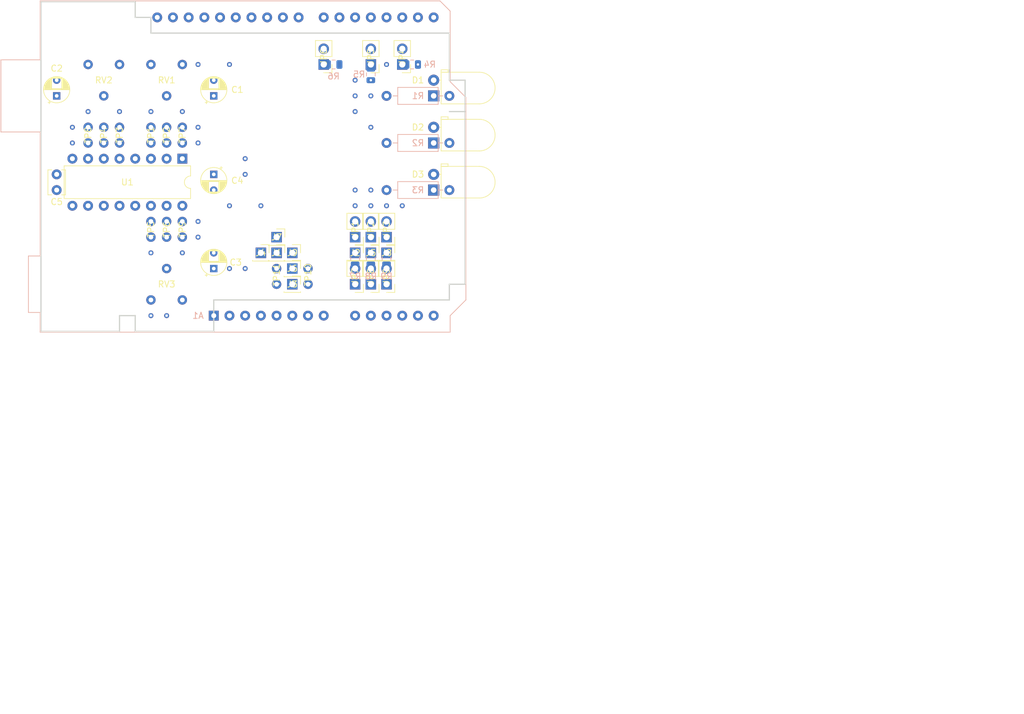
<source format=kicad_pcb>
(kicad_pcb (version 20171130) (host pcbnew "(5.1.4-0-10_14)")

  (general
    (thickness 1.6)
    (drawings 28)
    (tracks 227)
    (zones 0)
    (modules 51)
    (nets 52)
  )

  (page A4)
  (layers
    (0 F.Solder signal)
    (1 B.Solder signal)
    (2 F.Wire signal)
    (31 B.Wire signal)
    (32 B.Adhes user)
    (33 F.Adhes user)
    (34 B.Paste user)
    (35 F.Paste user)
    (36 B.SilkS user)
    (37 F.SilkS user)
    (38 B.Mask user)
    (39 F.Mask user)
    (40 Dwgs.User user)
    (41 Cmts.User user)
    (42 Eco1.User user)
    (43 Eco2.User user)
    (44 Edge.Cuts user)
    (45 Margin user)
    (46 B.CrtYd user)
    (47 F.CrtYd user)
    (48 B.Fab user hide)
    (49 F.Fab user hide)
  )

  (setup
    (last_trace_width 0.25)
    (trace_clearance 0.2)
    (zone_clearance 0.508)
    (zone_45_only no)
    (trace_min 0.2)
    (via_size 0.8)
    (via_drill 0.4)
    (via_min_size 0.4)
    (via_min_drill 0.3)
    (uvia_size 0.3)
    (uvia_drill 0.1)
    (uvias_allowed no)
    (uvia_min_size 0.2)
    (uvia_min_drill 0.1)
    (edge_width 0.15)
    (segment_width 0.2)
    (pcb_text_width 0.3)
    (pcb_text_size 1.5 1.5)
    (mod_edge_width 0.15)
    (mod_text_size 1 1)
    (mod_text_width 0.15)
    (pad_size 1.524 1.524)
    (pad_drill 0.762)
    (pad_to_mask_clearance 0.051)
    (solder_mask_min_width 0.25)
    (aux_axis_origin 0 0)
    (visible_elements FFFFFF7F)
    (pcbplotparams
      (layerselection 0x010fc_ffffffff)
      (usegerberextensions false)
      (usegerberattributes false)
      (usegerberadvancedattributes false)
      (creategerberjobfile false)
      (excludeedgelayer true)
      (linewidth 0.100000)
      (plotframeref false)
      (viasonmask false)
      (mode 1)
      (useauxorigin false)
      (hpglpennumber 1)
      (hpglpenspeed 20)
      (hpglpendiameter 15.000000)
      (psnegative false)
      (psa4output false)
      (plotreference true)
      (plotvalue true)
      (plotinvisibletext false)
      (padsonsilk false)
      (subtractmaskfromsilk false)
      (outputformat 1)
      (mirror false)
      (drillshape 1)
      (scaleselection 1)
      (outputdirectory ""))
  )

  (net 0 "")
  (net 1 "Net-(A1-Pad32)")
  (net 2 "Net-(A1-Pad31)")
  (net 3 "Net-(A1-Pad1)")
  (net 4 "Net-(A1-Pad17)")
  (net 5 "Net-(A1-Pad2)")
  (net 6 "Net-(A1-Pad18)")
  (net 7 "Net-(A1-Pad3)")
  (net 8 "Net-(A1-Pad19)")
  (net 9 "Net-(A1-Pad4)")
  (net 10 "Net-(A1-Pad20)")
  (net 11 +5V)
  (net 12 "Net-(A1-Pad21)")
  (net 13 GND)
  (net 14 "Net-(A1-Pad22)")
  (net 15 "Net-(A1-Pad23)")
  (net 16 "Net-(A1-Pad8)")
  (net 17 "Net-(A1-Pad24)")
  (net 18 "Net-(A1-Pad9)")
  (net 19 "Net-(A1-Pad25)")
  (net 20 "Net-(A1-Pad10)")
  (net 21 "Net-(A1-Pad26)")
  (net 22 "Net-(A1-Pad11)")
  (net 23 "Net-(A1-Pad27)")
  (net 24 "Net-(A1-Pad12)")
  (net 25 "Net-(A1-Pad28)")
  (net 26 "Net-(A1-Pad13)")
  (net 27 "Net-(A1-Pad14)")
  (net 28 "Net-(A1-Pad30)")
  (net 29 "Net-(A1-Pad15)")
  (net 30 "Net-(A1-Pad16)")
  (net 31 "Net-(D1-Pad1)")
  (net 32 "Net-(C1-Pad1)")
  (net 33 "Net-(C2-Pad1)")
  (net 34 "Net-(C3-Pad1)")
  (net 35 /DIG_A)
  (net 36 /DIG_B)
  (net 37 "Net-(D2-Pad1)")
  (net 38 "Net-(D3-Pad1)")
  (net 39 /DIG_C)
  (net 40 /ANALOG_A)
  (net 41 /ANALOG_B)
  (net 42 /ANALOG_C)
  (net 43 "Net-(JP1-Pad2)")
  (net 44 "Net-(JP2-Pad2)")
  (net 45 "Net-(JP3-Pad2)")
  (net 46 "Net-(JP4-Pad1)")
  (net 47 "Net-(JP5-Pad1)")
  (net 48 "Net-(JP6-Pad1)")
  (net 49 "Net-(JP7-Pad2)")
  (net 50 "Net-(JP8-Pad2)")
  (net 51 "Net-(JP9-Pad2)")

  (net_class Default "This is the default net class."
    (clearance 0.2)
    (trace_width 0.25)
    (via_dia 0.8)
    (via_drill 0.4)
    (uvia_dia 0.3)
    (uvia_drill 0.1)
    (add_net +5V)
    (add_net /ANALOG_A)
    (add_net /ANALOG_B)
    (add_net /ANALOG_C)
    (add_net /DIG_A)
    (add_net /DIG_B)
    (add_net /DIG_C)
    (add_net GND)
    (add_net "Net-(A1-Pad1)")
    (add_net "Net-(A1-Pad10)")
    (add_net "Net-(A1-Pad11)")
    (add_net "Net-(A1-Pad12)")
    (add_net "Net-(A1-Pad13)")
    (add_net "Net-(A1-Pad14)")
    (add_net "Net-(A1-Pad15)")
    (add_net "Net-(A1-Pad16)")
    (add_net "Net-(A1-Pad17)")
    (add_net "Net-(A1-Pad18)")
    (add_net "Net-(A1-Pad19)")
    (add_net "Net-(A1-Pad2)")
    (add_net "Net-(A1-Pad20)")
    (add_net "Net-(A1-Pad21)")
    (add_net "Net-(A1-Pad22)")
    (add_net "Net-(A1-Pad23)")
    (add_net "Net-(A1-Pad24)")
    (add_net "Net-(A1-Pad25)")
    (add_net "Net-(A1-Pad26)")
    (add_net "Net-(A1-Pad27)")
    (add_net "Net-(A1-Pad28)")
    (add_net "Net-(A1-Pad3)")
    (add_net "Net-(A1-Pad30)")
    (add_net "Net-(A1-Pad31)")
    (add_net "Net-(A1-Pad32)")
    (add_net "Net-(A1-Pad4)")
    (add_net "Net-(A1-Pad8)")
    (add_net "Net-(A1-Pad9)")
    (add_net "Net-(C1-Pad1)")
    (add_net "Net-(C2-Pad1)")
    (add_net "Net-(C3-Pad1)")
    (add_net "Net-(D1-Pad1)")
    (add_net "Net-(D2-Pad1)")
    (add_net "Net-(D3-Pad1)")
    (add_net "Net-(JP1-Pad2)")
    (add_net "Net-(JP2-Pad2)")
    (add_net "Net-(JP3-Pad2)")
    (add_net "Net-(JP4-Pad1)")
    (add_net "Net-(JP5-Pad1)")
    (add_net "Net-(JP6-Pad1)")
    (add_net "Net-(JP7-Pad2)")
    (add_net "Net-(JP8-Pad2)")
    (add_net "Net-(JP9-Pad2)")
  )

  (module ECE3400:Arduino_UNO_R3 (layer B.Wire) (tedit 5D8CE35F) (tstamp 5E138EDB)
    (at 139.7 129.54)
    (path /5D8F1316)
    (fp_text reference A1 (at -2.54 0 -180) (layer B.SilkS)
      (effects (font (size 1 1) (thickness 0.15)) (justify mirror))
    )
    (fp_text value Arduino_UNO_R3 (at 0 -22.86) (layer B.Fab)
      (effects (font (size 1 1) (thickness 0.15)) (justify mirror))
    )
    (fp_text user %R (at 0 -20.32 -180) (layer B.Fab)
      (effects (font (size 1 1) (thickness 0.15)) (justify mirror))
    )
    (fp_line (start 38.35 2.79) (end 38.35 0) (layer B.CrtYd) (width 0.05))
    (fp_line (start 38.35 0) (end 40.89 -2.54) (layer B.CrtYd) (width 0.05))
    (fp_line (start 40.89 -2.54) (end 40.89 -35.31) (layer B.CrtYd) (width 0.05))
    (fp_line (start 40.89 -35.31) (end 38.35 -37.85) (layer B.CrtYd) (width 0.05))
    (fp_line (start 38.35 -37.85) (end 38.35 -49.28) (layer B.CrtYd) (width 0.05))
    (fp_line (start 38.35 -49.28) (end 36.58 -51.05) (layer B.CrtYd) (width 0.05))
    (fp_line (start 36.58 -51.05) (end -28.19 -51.05) (layer B.CrtYd) (width 0.05))
    (fp_line (start -28.19 -51.05) (end -28.19 -41.53) (layer B.CrtYd) (width 0.05))
    (fp_line (start -28.19 -41.53) (end -34.54 -41.53) (layer B.CrtYd) (width 0.05))
    (fp_line (start -34.54 -41.53) (end -34.54 -29.59) (layer B.CrtYd) (width 0.05))
    (fp_line (start -34.54 -29.59) (end -28.19 -29.59) (layer B.CrtYd) (width 0.05))
    (fp_line (start -28.19 -29.59) (end -28.19 -9.78) (layer B.CrtYd) (width 0.05))
    (fp_line (start -28.19 -9.78) (end -30.1 -9.78) (layer B.CrtYd) (width 0.05))
    (fp_line (start -30.1 -9.78) (end -30.1 -0.38) (layer B.CrtYd) (width 0.05))
    (fp_line (start -30.1 -0.38) (end -28.19 -0.38) (layer B.CrtYd) (width 0.05))
    (fp_line (start -28.19 -0.38) (end -28.19 2.79) (layer B.CrtYd) (width 0.05))
    (fp_line (start -28.19 2.79) (end 38.35 2.79) (layer B.CrtYd) (width 0.05))
    (fp_line (start 40.77 -35.31) (end 40.77 -2.54) (layer B.SilkS) (width 0.12))
    (fp_line (start 40.77 -2.54) (end 38.23 0) (layer B.SilkS) (width 0.12))
    (fp_line (start 38.23 0) (end 38.23 2.67) (layer B.SilkS) (width 0.12))
    (fp_line (start 38.23 2.67) (end -28.07 2.67) (layer B.SilkS) (width 0.12))
    (fp_line (start -28.07 2.67) (end -28.07 -0.51) (layer B.SilkS) (width 0.12))
    (fp_line (start -28.07 -0.51) (end -29.97 -0.51) (layer B.SilkS) (width 0.12))
    (fp_line (start -29.97 -0.51) (end -29.97 -9.65) (layer B.SilkS) (width 0.12))
    (fp_line (start -29.97 -9.65) (end -28.07 -9.65) (layer B.SilkS) (width 0.12))
    (fp_line (start -28.07 -9.65) (end -28.07 -29.72) (layer B.SilkS) (width 0.12))
    (fp_line (start -28.07 -29.72) (end -34.42 -29.72) (layer B.SilkS) (width 0.12))
    (fp_line (start -34.42 -29.72) (end -34.42 -41.4) (layer B.SilkS) (width 0.12))
    (fp_line (start -34.42 -41.4) (end -28.07 -41.4) (layer B.SilkS) (width 0.12))
    (fp_line (start -28.07 -41.4) (end -28.07 -50.93) (layer B.SilkS) (width 0.12))
    (fp_line (start -28.07 -50.93) (end 36.58 -50.93) (layer B.SilkS) (width 0.12))
    (fp_line (start 36.58 -50.93) (end 38.23 -49.28) (layer B.SilkS) (width 0.12))
    (fp_line (start 38.23 -49.28) (end 38.23 -37.85) (layer B.SilkS) (width 0.12))
    (fp_line (start 38.23 -37.85) (end 40.77 -35.31) (layer B.SilkS) (width 0.12))
    (fp_line (start -34.29 -29.84) (end -18.41 -29.84) (layer B.Fab) (width 0.1))
    (fp_line (start -18.41 -29.84) (end -18.41 -41.27) (layer B.Fab) (width 0.1))
    (fp_line (start -18.41 -41.27) (end -34.29 -41.27) (layer B.Fab) (width 0.1))
    (fp_line (start -34.29 -41.27) (end -34.29 -29.84) (layer B.Fab) (width 0.1))
    (fp_line (start -29.84 -0.64) (end -16.51 -0.64) (layer B.Fab) (width 0.1))
    (fp_line (start -16.51 -0.64) (end -16.51 -9.53) (layer B.Fab) (width 0.1))
    (fp_line (start -16.51 -9.53) (end -29.84 -9.53) (layer B.Fab) (width 0.1))
    (fp_line (start -29.84 -9.53) (end -29.84 -0.64) (layer B.Fab) (width 0.1))
    (fp_line (start 38.1 -37.85) (end 38.1 -49.28) (layer B.Fab) (width 0.1))
    (fp_line (start 40.64 -2.54) (end 40.64 -35.31) (layer B.Fab) (width 0.1))
    (fp_line (start 40.64 -35.31) (end 38.1 -37.85) (layer B.Fab) (width 0.1))
    (fp_line (start 38.1 2.54) (end 38.1 0) (layer B.Fab) (width 0.1))
    (fp_line (start 38.1 0) (end 40.64 -2.54) (layer B.Fab) (width 0.1))
    (fp_line (start 38.1 -49.28) (end 36.58 -50.8) (layer B.Fab) (width 0.1))
    (fp_line (start 36.58 -50.8) (end -27.94 -50.8) (layer B.Fab) (width 0.1))
    (fp_line (start -27.94 -50.8) (end -27.94 2.54) (layer B.Fab) (width 0.1))
    (fp_line (start -27.94 2.54) (end 38.1 2.54) (layer B.Fab) (width 0.1))
    (pad 32 thru_hole oval (at -9.14 -48.26 270) (size 1.6 1.6) (drill 0.8) (layers *.Cu *.Mask)
      (net 1 "Net-(A1-Pad32)"))
    (pad 31 thru_hole oval (at -6.6 -48.26 270) (size 1.6 1.6) (drill 0.8) (layers *.Cu *.Mask)
      (net 2 "Net-(A1-Pad31)"))
    (pad 1 thru_hole rect (at 0 0 270) (size 1.6 1.6) (drill 0.8) (layers *.Cu *.Mask)
      (net 3 "Net-(A1-Pad1)"))
    (pad 17 thru_hole oval (at 30.48 -48.26 270) (size 1.6 1.6) (drill 0.8) (layers *.Cu *.Mask)
      (net 4 "Net-(A1-Pad17)"))
    (pad 2 thru_hole oval (at 2.54 0 270) (size 1.6 1.6) (drill 0.8) (layers *.Cu *.Mask)
      (net 5 "Net-(A1-Pad2)"))
    (pad 18 thru_hole oval (at 27.94 -48.26 270) (size 1.6 1.6) (drill 0.8) (layers *.Cu *.Mask)
      (net 6 "Net-(A1-Pad18)"))
    (pad 3 thru_hole oval (at 5.08 0 270) (size 1.6 1.6) (drill 0.8) (layers *.Cu *.Mask)
      (net 7 "Net-(A1-Pad3)"))
    (pad 19 thru_hole oval (at 25.4 -48.26 270) (size 1.6 1.6) (drill 0.8) (layers *.Cu *.Mask)
      (net 8 "Net-(A1-Pad19)"))
    (pad 4 thru_hole oval (at 7.62 0 270) (size 1.6 1.6) (drill 0.8) (layers *.Cu *.Mask)
      (net 9 "Net-(A1-Pad4)"))
    (pad 20 thru_hole oval (at 22.86 -48.26 270) (size 1.6 1.6) (drill 0.8) (layers *.Cu *.Mask)
      (net 10 "Net-(A1-Pad20)"))
    (pad 5 thru_hole oval (at 10.16 0 270) (size 1.6 1.6) (drill 0.8) (layers *.Cu *.Mask)
      (net 11 +5V))
    (pad 21 thru_hole oval (at 20.32 -48.26 270) (size 1.6 1.6) (drill 0.8) (layers *.Cu *.Mask)
      (net 12 "Net-(A1-Pad21)"))
    (pad 6 thru_hole oval (at 12.7 0 270) (size 1.6 1.6) (drill 0.8) (layers *.Cu *.Mask)
      (net 13 GND))
    (pad 22 thru_hole oval (at 17.78 -48.26 270) (size 1.6 1.6) (drill 0.8) (layers *.Cu *.Mask)
      (net 14 "Net-(A1-Pad22)"))
    (pad 7 thru_hole oval (at 15.24 0 270) (size 1.6 1.6) (drill 0.8) (layers *.Cu *.Mask)
      (net 13 GND))
    (pad 23 thru_hole oval (at 13.72 -48.26 270) (size 1.6 1.6) (drill 0.8) (layers *.Cu *.Mask)
      (net 15 "Net-(A1-Pad23)"))
    (pad 8 thru_hole oval (at 17.78 0 270) (size 1.6 1.6) (drill 0.8) (layers *.Cu *.Mask)
      (net 16 "Net-(A1-Pad8)"))
    (pad 24 thru_hole oval (at 11.18 -48.26 270) (size 1.6 1.6) (drill 0.8) (layers *.Cu *.Mask)
      (net 17 "Net-(A1-Pad24)"))
    (pad 9 thru_hole oval (at 22.86 0 270) (size 1.6 1.6) (drill 0.8) (layers *.Cu *.Mask)
      (net 18 "Net-(A1-Pad9)"))
    (pad 25 thru_hole oval (at 8.64 -48.26 270) (size 1.6 1.6) (drill 0.8) (layers *.Cu *.Mask)
      (net 19 "Net-(A1-Pad25)"))
    (pad 10 thru_hole oval (at 25.4 0 270) (size 1.6 1.6) (drill 0.8) (layers *.Cu *.Mask)
      (net 20 "Net-(A1-Pad10)"))
    (pad 26 thru_hole oval (at 6.1 -48.26 270) (size 1.6 1.6) (drill 0.8) (layers *.Cu *.Mask)
      (net 21 "Net-(A1-Pad26)"))
    (pad 11 thru_hole oval (at 27.94 0 270) (size 1.6 1.6) (drill 0.8) (layers *.Cu *.Mask)
      (net 22 "Net-(A1-Pad11)"))
    (pad 27 thru_hole oval (at 3.56 -48.26 270) (size 1.6 1.6) (drill 0.8) (layers *.Cu *.Mask)
      (net 23 "Net-(A1-Pad27)"))
    (pad 12 thru_hole oval (at 30.48 0 270) (size 1.6 1.6) (drill 0.8) (layers *.Cu *.Mask)
      (net 24 "Net-(A1-Pad12)"))
    (pad 28 thru_hole oval (at 1.02 -48.26 270) (size 1.6 1.6) (drill 0.8) (layers *.Cu *.Mask)
      (net 25 "Net-(A1-Pad28)"))
    (pad 13 thru_hole oval (at 33.02 0 270) (size 1.6 1.6) (drill 0.8) (layers *.Cu *.Mask)
      (net 26 "Net-(A1-Pad13)"))
    (pad 29 thru_hole oval (at -1.52 -48.26 270) (size 1.6 1.6) (drill 0.8) (layers *.Cu *.Mask)
      (net 13 GND))
    (pad 14 thru_hole oval (at 35.56 0 270) (size 1.6 1.6) (drill 0.8) (layers *.Cu *.Mask)
      (net 27 "Net-(A1-Pad14)"))
    (pad 30 thru_hole oval (at -4.06 -48.26 270) (size 1.6 1.6) (drill 0.8) (layers *.Cu *.Mask)
      (net 28 "Net-(A1-Pad30)"))
    (pad 15 thru_hole oval (at 35.56 -48.26 270) (size 1.6 1.6) (drill 0.8) (layers *.Cu *.Mask)
      (net 29 "Net-(A1-Pad15)"))
    (pad 16 thru_hole oval (at 33.02 -48.26 270) (size 1.6 1.6) (drill 0.8) (layers *.Cu *.Mask)
      (net 30 "Net-(A1-Pad16)"))
    (model ${KISYS3DMOD}/Module.3dshapes/Arduino_UNO_R3.wrl
      (at (xyz 0 0 0))
      (scale (xyz 1 1 1))
      (rotate (xyz 0 0 0))
    )
  )

  (module ECE3400:CP_4mm (layer F.Solder) (tedit 5D8CE5F6) (tstamp 5E13203B)
    (at 139.7 93.98 90)
    (path /5D915B93)
    (fp_text reference C1 (at 1 3.81 180) (layer F.SilkS)
      (effects (font (size 1 1) (thickness 0.15)))
    )
    (fp_text value 4.7uF (at 1 3.25 90) (layer F.Fab)
      (effects (font (size 1 1) (thickness 0.15)))
    )
    (fp_circle (center 1 0) (end 3 0) (layer F.Fab) (width 0.1))
    (fp_circle (center 1 0) (end 3.12 0) (layer F.SilkS) (width 0.12))
    (fp_circle (center 1 0) (end 3.25 0) (layer F.CrtYd) (width 0.05))
    (fp_line (start -0.702554 -0.8675) (end -0.302554 -0.8675) (layer F.Fab) (width 0.1))
    (fp_line (start -0.502554 -1.0675) (end -0.502554 -0.6675) (layer F.Fab) (width 0.1))
    (fp_line (start 1 -2.08) (end 1 2.08) (layer F.SilkS) (width 0.12))
    (fp_line (start 1.04 -2.08) (end 1.04 2.08) (layer F.SilkS) (width 0.12))
    (fp_line (start 1.08 -2.079) (end 1.08 2.079) (layer F.SilkS) (width 0.12))
    (fp_line (start 1.12 -2.077) (end 1.12 2.077) (layer F.SilkS) (width 0.12))
    (fp_line (start 1.16 -2.074) (end 1.16 2.074) (layer F.SilkS) (width 0.12))
    (fp_line (start 1.2 -2.071) (end 1.2 -0.84) (layer F.SilkS) (width 0.12))
    (fp_line (start 1.2 0.84) (end 1.2 2.071) (layer F.SilkS) (width 0.12))
    (fp_line (start 1.24 -2.067) (end 1.24 -0.84) (layer F.SilkS) (width 0.12))
    (fp_line (start 1.24 0.84) (end 1.24 2.067) (layer F.SilkS) (width 0.12))
    (fp_line (start 1.28 -2.062) (end 1.28 -0.84) (layer F.SilkS) (width 0.12))
    (fp_line (start 1.28 0.84) (end 1.28 2.062) (layer F.SilkS) (width 0.12))
    (fp_line (start 1.32 -2.056) (end 1.32 -0.84) (layer F.SilkS) (width 0.12))
    (fp_line (start 1.32 0.84) (end 1.32 2.056) (layer F.SilkS) (width 0.12))
    (fp_line (start 1.36 -2.05) (end 1.36 -0.84) (layer F.SilkS) (width 0.12))
    (fp_line (start 1.36 0.84) (end 1.36 2.05) (layer F.SilkS) (width 0.12))
    (fp_line (start 1.4 -2.042) (end 1.4 -0.84) (layer F.SilkS) (width 0.12))
    (fp_line (start 1.4 0.84) (end 1.4 2.042) (layer F.SilkS) (width 0.12))
    (fp_line (start 1.44 -2.034) (end 1.44 -0.84) (layer F.SilkS) (width 0.12))
    (fp_line (start 1.44 0.84) (end 1.44 2.034) (layer F.SilkS) (width 0.12))
    (fp_line (start 1.48 -2.025) (end 1.48 -0.84) (layer F.SilkS) (width 0.12))
    (fp_line (start 1.48 0.84) (end 1.48 2.025) (layer F.SilkS) (width 0.12))
    (fp_line (start 1.52 -2.016) (end 1.52 -0.84) (layer F.SilkS) (width 0.12))
    (fp_line (start 1.52 0.84) (end 1.52 2.016) (layer F.SilkS) (width 0.12))
    (fp_line (start 1.56 -2.005) (end 1.56 -0.84) (layer F.SilkS) (width 0.12))
    (fp_line (start 1.56 0.84) (end 1.56 2.005) (layer F.SilkS) (width 0.12))
    (fp_line (start 1.6 -1.994) (end 1.6 -0.84) (layer F.SilkS) (width 0.12))
    (fp_line (start 1.6 0.84) (end 1.6 1.994) (layer F.SilkS) (width 0.12))
    (fp_line (start 1.64 -1.982) (end 1.64 -0.84) (layer F.SilkS) (width 0.12))
    (fp_line (start 1.64 0.84) (end 1.64 1.982) (layer F.SilkS) (width 0.12))
    (fp_line (start 1.68 -1.968) (end 1.68 -0.84) (layer F.SilkS) (width 0.12))
    (fp_line (start 1.68 0.84) (end 1.68 1.968) (layer F.SilkS) (width 0.12))
    (fp_line (start 1.721 -1.954) (end 1.721 -0.84) (layer F.SilkS) (width 0.12))
    (fp_line (start 1.721 0.84) (end 1.721 1.954) (layer F.SilkS) (width 0.12))
    (fp_line (start 1.761 -1.94) (end 1.761 -0.84) (layer F.SilkS) (width 0.12))
    (fp_line (start 1.761 0.84) (end 1.761 1.94) (layer F.SilkS) (width 0.12))
    (fp_line (start 1.801 -1.924) (end 1.801 -0.84) (layer F.SilkS) (width 0.12))
    (fp_line (start 1.801 0.84) (end 1.801 1.924) (layer F.SilkS) (width 0.12))
    (fp_line (start 1.841 -1.907) (end 1.841 -0.84) (layer F.SilkS) (width 0.12))
    (fp_line (start 1.841 0.84) (end 1.841 1.907) (layer F.SilkS) (width 0.12))
    (fp_line (start 1.881 -1.889) (end 1.881 -0.84) (layer F.SilkS) (width 0.12))
    (fp_line (start 1.881 0.84) (end 1.881 1.889) (layer F.SilkS) (width 0.12))
    (fp_line (start 1.921 -1.87) (end 1.921 -0.84) (layer F.SilkS) (width 0.12))
    (fp_line (start 1.921 0.84) (end 1.921 1.87) (layer F.SilkS) (width 0.12))
    (fp_line (start 1.961 -1.851) (end 1.961 -0.84) (layer F.SilkS) (width 0.12))
    (fp_line (start 1.961 0.84) (end 1.961 1.851) (layer F.SilkS) (width 0.12))
    (fp_line (start 2.001 -1.83) (end 2.001 -0.84) (layer F.SilkS) (width 0.12))
    (fp_line (start 2.001 0.84) (end 2.001 1.83) (layer F.SilkS) (width 0.12))
    (fp_line (start 2.041 -1.808) (end 2.041 -0.84) (layer F.SilkS) (width 0.12))
    (fp_line (start 2.041 0.84) (end 2.041 1.808) (layer F.SilkS) (width 0.12))
    (fp_line (start 2.081 -1.785) (end 2.081 -0.84) (layer F.SilkS) (width 0.12))
    (fp_line (start 2.081 0.84) (end 2.081 1.785) (layer F.SilkS) (width 0.12))
    (fp_line (start 2.121 -1.76) (end 2.121 -0.84) (layer F.SilkS) (width 0.12))
    (fp_line (start 2.121 0.84) (end 2.121 1.76) (layer F.SilkS) (width 0.12))
    (fp_line (start 2.161 -1.735) (end 2.161 -0.84) (layer F.SilkS) (width 0.12))
    (fp_line (start 2.161 0.84) (end 2.161 1.735) (layer F.SilkS) (width 0.12))
    (fp_line (start 2.201 -1.708) (end 2.201 -0.84) (layer F.SilkS) (width 0.12))
    (fp_line (start 2.201 0.84) (end 2.201 1.708) (layer F.SilkS) (width 0.12))
    (fp_line (start 2.241 -1.68) (end 2.241 -0.84) (layer F.SilkS) (width 0.12))
    (fp_line (start 2.241 0.84) (end 2.241 1.68) (layer F.SilkS) (width 0.12))
    (fp_line (start 2.281 -1.65) (end 2.281 -0.84) (layer F.SilkS) (width 0.12))
    (fp_line (start 2.281 0.84) (end 2.281 1.65) (layer F.SilkS) (width 0.12))
    (fp_line (start 2.321 -1.619) (end 2.321 -0.84) (layer F.SilkS) (width 0.12))
    (fp_line (start 2.321 0.84) (end 2.321 1.619) (layer F.SilkS) (width 0.12))
    (fp_line (start 2.361 -1.587) (end 2.361 -0.84) (layer F.SilkS) (width 0.12))
    (fp_line (start 2.361 0.84) (end 2.361 1.587) (layer F.SilkS) (width 0.12))
    (fp_line (start 2.401 -1.552) (end 2.401 -0.84) (layer F.SilkS) (width 0.12))
    (fp_line (start 2.401 0.84) (end 2.401 1.552) (layer F.SilkS) (width 0.12))
    (fp_line (start 2.441 -1.516) (end 2.441 -0.84) (layer F.SilkS) (width 0.12))
    (fp_line (start 2.441 0.84) (end 2.441 1.516) (layer F.SilkS) (width 0.12))
    (fp_line (start 2.481 -1.478) (end 2.481 -0.84) (layer F.SilkS) (width 0.12))
    (fp_line (start 2.481 0.84) (end 2.481 1.478) (layer F.SilkS) (width 0.12))
    (fp_line (start 2.521 -1.438) (end 2.521 -0.84) (layer F.SilkS) (width 0.12))
    (fp_line (start 2.521 0.84) (end 2.521 1.438) (layer F.SilkS) (width 0.12))
    (fp_line (start 2.561 -1.396) (end 2.561 -0.84) (layer F.SilkS) (width 0.12))
    (fp_line (start 2.561 0.84) (end 2.561 1.396) (layer F.SilkS) (width 0.12))
    (fp_line (start 2.601 -1.351) (end 2.601 -0.84) (layer F.SilkS) (width 0.12))
    (fp_line (start 2.601 0.84) (end 2.601 1.351) (layer F.SilkS) (width 0.12))
    (fp_line (start 2.641 -1.304) (end 2.641 -0.84) (layer F.SilkS) (width 0.12))
    (fp_line (start 2.641 0.84) (end 2.641 1.304) (layer F.SilkS) (width 0.12))
    (fp_line (start 2.681 -1.254) (end 2.681 -0.84) (layer F.SilkS) (width 0.12))
    (fp_line (start 2.681 0.84) (end 2.681 1.254) (layer F.SilkS) (width 0.12))
    (fp_line (start 2.721 -1.2) (end 2.721 -0.84) (layer F.SilkS) (width 0.12))
    (fp_line (start 2.721 0.84) (end 2.721 1.2) (layer F.SilkS) (width 0.12))
    (fp_line (start 2.761 -1.142) (end 2.761 -0.84) (layer F.SilkS) (width 0.12))
    (fp_line (start 2.761 0.84) (end 2.761 1.142) (layer F.SilkS) (width 0.12))
    (fp_line (start 2.801 -1.08) (end 2.801 -0.84) (layer F.SilkS) (width 0.12))
    (fp_line (start 2.801 0.84) (end 2.801 1.08) (layer F.SilkS) (width 0.12))
    (fp_line (start 2.841 -1.013) (end 2.841 1.013) (layer F.SilkS) (width 0.12))
    (fp_line (start 2.881 -0.94) (end 2.881 0.94) (layer F.SilkS) (width 0.12))
    (fp_line (start 2.921 -0.859) (end 2.921 0.859) (layer F.SilkS) (width 0.12))
    (fp_line (start 2.961 -0.768) (end 2.961 0.768) (layer F.SilkS) (width 0.12))
    (fp_line (start 3.001 -0.664) (end 3.001 0.664) (layer F.SilkS) (width 0.12))
    (fp_line (start 3.041 -0.537) (end 3.041 0.537) (layer F.SilkS) (width 0.12))
    (fp_line (start 3.081 -0.37) (end 3.081 0.37) (layer F.SilkS) (width 0.12))
    (fp_line (start -1.269801 -1.195) (end -0.869801 -1.195) (layer F.SilkS) (width 0.12))
    (fp_line (start -1.069801 -1.395) (end -1.069801 -0.995) (layer F.SilkS) (width 0.12))
    (fp_text user %R (at 1 0 90) (layer F.Fab)
      (effects (font (size 0.8 0.8) (thickness 0.12)))
    )
    (pad 1 thru_hole rect (at 0 0 90) (size 1.2 1.2) (drill 0.6) (layers *.Cu *.Mask)
      (net 32 "Net-(C1-Pad1)"))
    (pad 2 thru_hole circle (at 2.54 0 90) (size 1.2 1.2) (drill 0.6) (layers *.Cu *.Mask)
      (net 13 GND))
    (model ${KISYS3DMOD}/Capacitor_THT.3dshapes/CP_Radial_D4.0mm_P2.00mm.wrl
      (at (xyz 0 0 0))
      (scale (xyz 1 1 1))
      (rotate (xyz 0 0 0))
    )
  )

  (module ECE3400:CP_4mm (layer F.Solder) (tedit 5D8CE5F6) (tstamp 5E1320A7)
    (at 114.3 93.98 90)
    (path /5D91738A)
    (fp_text reference C2 (at 4.445 0 180) (layer F.SilkS)
      (effects (font (size 1 1) (thickness 0.15)))
    )
    (fp_text value 4.7uF (at 1 3.25 90) (layer F.Fab)
      (effects (font (size 1 1) (thickness 0.15)))
    )
    (fp_text user %R (at 1 0 90) (layer F.Fab)
      (effects (font (size 0.8 0.8) (thickness 0.12)))
    )
    (fp_line (start -1.069801 -1.395) (end -1.069801 -0.995) (layer F.SilkS) (width 0.12))
    (fp_line (start -1.269801 -1.195) (end -0.869801 -1.195) (layer F.SilkS) (width 0.12))
    (fp_line (start 3.081 -0.37) (end 3.081 0.37) (layer F.SilkS) (width 0.12))
    (fp_line (start 3.041 -0.537) (end 3.041 0.537) (layer F.SilkS) (width 0.12))
    (fp_line (start 3.001 -0.664) (end 3.001 0.664) (layer F.SilkS) (width 0.12))
    (fp_line (start 2.961 -0.768) (end 2.961 0.768) (layer F.SilkS) (width 0.12))
    (fp_line (start 2.921 -0.859) (end 2.921 0.859) (layer F.SilkS) (width 0.12))
    (fp_line (start 2.881 -0.94) (end 2.881 0.94) (layer F.SilkS) (width 0.12))
    (fp_line (start 2.841 -1.013) (end 2.841 1.013) (layer F.SilkS) (width 0.12))
    (fp_line (start 2.801 0.84) (end 2.801 1.08) (layer F.SilkS) (width 0.12))
    (fp_line (start 2.801 -1.08) (end 2.801 -0.84) (layer F.SilkS) (width 0.12))
    (fp_line (start 2.761 0.84) (end 2.761 1.142) (layer F.SilkS) (width 0.12))
    (fp_line (start 2.761 -1.142) (end 2.761 -0.84) (layer F.SilkS) (width 0.12))
    (fp_line (start 2.721 0.84) (end 2.721 1.2) (layer F.SilkS) (width 0.12))
    (fp_line (start 2.721 -1.2) (end 2.721 -0.84) (layer F.SilkS) (width 0.12))
    (fp_line (start 2.681 0.84) (end 2.681 1.254) (layer F.SilkS) (width 0.12))
    (fp_line (start 2.681 -1.254) (end 2.681 -0.84) (layer F.SilkS) (width 0.12))
    (fp_line (start 2.641 0.84) (end 2.641 1.304) (layer F.SilkS) (width 0.12))
    (fp_line (start 2.641 -1.304) (end 2.641 -0.84) (layer F.SilkS) (width 0.12))
    (fp_line (start 2.601 0.84) (end 2.601 1.351) (layer F.SilkS) (width 0.12))
    (fp_line (start 2.601 -1.351) (end 2.601 -0.84) (layer F.SilkS) (width 0.12))
    (fp_line (start 2.561 0.84) (end 2.561 1.396) (layer F.SilkS) (width 0.12))
    (fp_line (start 2.561 -1.396) (end 2.561 -0.84) (layer F.SilkS) (width 0.12))
    (fp_line (start 2.521 0.84) (end 2.521 1.438) (layer F.SilkS) (width 0.12))
    (fp_line (start 2.521 -1.438) (end 2.521 -0.84) (layer F.SilkS) (width 0.12))
    (fp_line (start 2.481 0.84) (end 2.481 1.478) (layer F.SilkS) (width 0.12))
    (fp_line (start 2.481 -1.478) (end 2.481 -0.84) (layer F.SilkS) (width 0.12))
    (fp_line (start 2.441 0.84) (end 2.441 1.516) (layer F.SilkS) (width 0.12))
    (fp_line (start 2.441 -1.516) (end 2.441 -0.84) (layer F.SilkS) (width 0.12))
    (fp_line (start 2.401 0.84) (end 2.401 1.552) (layer F.SilkS) (width 0.12))
    (fp_line (start 2.401 -1.552) (end 2.401 -0.84) (layer F.SilkS) (width 0.12))
    (fp_line (start 2.361 0.84) (end 2.361 1.587) (layer F.SilkS) (width 0.12))
    (fp_line (start 2.361 -1.587) (end 2.361 -0.84) (layer F.SilkS) (width 0.12))
    (fp_line (start 2.321 0.84) (end 2.321 1.619) (layer F.SilkS) (width 0.12))
    (fp_line (start 2.321 -1.619) (end 2.321 -0.84) (layer F.SilkS) (width 0.12))
    (fp_line (start 2.281 0.84) (end 2.281 1.65) (layer F.SilkS) (width 0.12))
    (fp_line (start 2.281 -1.65) (end 2.281 -0.84) (layer F.SilkS) (width 0.12))
    (fp_line (start 2.241 0.84) (end 2.241 1.68) (layer F.SilkS) (width 0.12))
    (fp_line (start 2.241 -1.68) (end 2.241 -0.84) (layer F.SilkS) (width 0.12))
    (fp_line (start 2.201 0.84) (end 2.201 1.708) (layer F.SilkS) (width 0.12))
    (fp_line (start 2.201 -1.708) (end 2.201 -0.84) (layer F.SilkS) (width 0.12))
    (fp_line (start 2.161 0.84) (end 2.161 1.735) (layer F.SilkS) (width 0.12))
    (fp_line (start 2.161 -1.735) (end 2.161 -0.84) (layer F.SilkS) (width 0.12))
    (fp_line (start 2.121 0.84) (end 2.121 1.76) (layer F.SilkS) (width 0.12))
    (fp_line (start 2.121 -1.76) (end 2.121 -0.84) (layer F.SilkS) (width 0.12))
    (fp_line (start 2.081 0.84) (end 2.081 1.785) (layer F.SilkS) (width 0.12))
    (fp_line (start 2.081 -1.785) (end 2.081 -0.84) (layer F.SilkS) (width 0.12))
    (fp_line (start 2.041 0.84) (end 2.041 1.808) (layer F.SilkS) (width 0.12))
    (fp_line (start 2.041 -1.808) (end 2.041 -0.84) (layer F.SilkS) (width 0.12))
    (fp_line (start 2.001 0.84) (end 2.001 1.83) (layer F.SilkS) (width 0.12))
    (fp_line (start 2.001 -1.83) (end 2.001 -0.84) (layer F.SilkS) (width 0.12))
    (fp_line (start 1.961 0.84) (end 1.961 1.851) (layer F.SilkS) (width 0.12))
    (fp_line (start 1.961 -1.851) (end 1.961 -0.84) (layer F.SilkS) (width 0.12))
    (fp_line (start 1.921 0.84) (end 1.921 1.87) (layer F.SilkS) (width 0.12))
    (fp_line (start 1.921 -1.87) (end 1.921 -0.84) (layer F.SilkS) (width 0.12))
    (fp_line (start 1.881 0.84) (end 1.881 1.889) (layer F.SilkS) (width 0.12))
    (fp_line (start 1.881 -1.889) (end 1.881 -0.84) (layer F.SilkS) (width 0.12))
    (fp_line (start 1.841 0.84) (end 1.841 1.907) (layer F.SilkS) (width 0.12))
    (fp_line (start 1.841 -1.907) (end 1.841 -0.84) (layer F.SilkS) (width 0.12))
    (fp_line (start 1.801 0.84) (end 1.801 1.924) (layer F.SilkS) (width 0.12))
    (fp_line (start 1.801 -1.924) (end 1.801 -0.84) (layer F.SilkS) (width 0.12))
    (fp_line (start 1.761 0.84) (end 1.761 1.94) (layer F.SilkS) (width 0.12))
    (fp_line (start 1.761 -1.94) (end 1.761 -0.84) (layer F.SilkS) (width 0.12))
    (fp_line (start 1.721 0.84) (end 1.721 1.954) (layer F.SilkS) (width 0.12))
    (fp_line (start 1.721 -1.954) (end 1.721 -0.84) (layer F.SilkS) (width 0.12))
    (fp_line (start 1.68 0.84) (end 1.68 1.968) (layer F.SilkS) (width 0.12))
    (fp_line (start 1.68 -1.968) (end 1.68 -0.84) (layer F.SilkS) (width 0.12))
    (fp_line (start 1.64 0.84) (end 1.64 1.982) (layer F.SilkS) (width 0.12))
    (fp_line (start 1.64 -1.982) (end 1.64 -0.84) (layer F.SilkS) (width 0.12))
    (fp_line (start 1.6 0.84) (end 1.6 1.994) (layer F.SilkS) (width 0.12))
    (fp_line (start 1.6 -1.994) (end 1.6 -0.84) (layer F.SilkS) (width 0.12))
    (fp_line (start 1.56 0.84) (end 1.56 2.005) (layer F.SilkS) (width 0.12))
    (fp_line (start 1.56 -2.005) (end 1.56 -0.84) (layer F.SilkS) (width 0.12))
    (fp_line (start 1.52 0.84) (end 1.52 2.016) (layer F.SilkS) (width 0.12))
    (fp_line (start 1.52 -2.016) (end 1.52 -0.84) (layer F.SilkS) (width 0.12))
    (fp_line (start 1.48 0.84) (end 1.48 2.025) (layer F.SilkS) (width 0.12))
    (fp_line (start 1.48 -2.025) (end 1.48 -0.84) (layer F.SilkS) (width 0.12))
    (fp_line (start 1.44 0.84) (end 1.44 2.034) (layer F.SilkS) (width 0.12))
    (fp_line (start 1.44 -2.034) (end 1.44 -0.84) (layer F.SilkS) (width 0.12))
    (fp_line (start 1.4 0.84) (end 1.4 2.042) (layer F.SilkS) (width 0.12))
    (fp_line (start 1.4 -2.042) (end 1.4 -0.84) (layer F.SilkS) (width 0.12))
    (fp_line (start 1.36 0.84) (end 1.36 2.05) (layer F.SilkS) (width 0.12))
    (fp_line (start 1.36 -2.05) (end 1.36 -0.84) (layer F.SilkS) (width 0.12))
    (fp_line (start 1.32 0.84) (end 1.32 2.056) (layer F.SilkS) (width 0.12))
    (fp_line (start 1.32 -2.056) (end 1.32 -0.84) (layer F.SilkS) (width 0.12))
    (fp_line (start 1.28 0.84) (end 1.28 2.062) (layer F.SilkS) (width 0.12))
    (fp_line (start 1.28 -2.062) (end 1.28 -0.84) (layer F.SilkS) (width 0.12))
    (fp_line (start 1.24 0.84) (end 1.24 2.067) (layer F.SilkS) (width 0.12))
    (fp_line (start 1.24 -2.067) (end 1.24 -0.84) (layer F.SilkS) (width 0.12))
    (fp_line (start 1.2 0.84) (end 1.2 2.071) (layer F.SilkS) (width 0.12))
    (fp_line (start 1.2 -2.071) (end 1.2 -0.84) (layer F.SilkS) (width 0.12))
    (fp_line (start 1.16 -2.074) (end 1.16 2.074) (layer F.SilkS) (width 0.12))
    (fp_line (start 1.12 -2.077) (end 1.12 2.077) (layer F.SilkS) (width 0.12))
    (fp_line (start 1.08 -2.079) (end 1.08 2.079) (layer F.SilkS) (width 0.12))
    (fp_line (start 1.04 -2.08) (end 1.04 2.08) (layer F.SilkS) (width 0.12))
    (fp_line (start 1 -2.08) (end 1 2.08) (layer F.SilkS) (width 0.12))
    (fp_line (start -0.502554 -1.0675) (end -0.502554 -0.6675) (layer F.Fab) (width 0.1))
    (fp_line (start -0.702554 -0.8675) (end -0.302554 -0.8675) (layer F.Fab) (width 0.1))
    (fp_circle (center 1 0) (end 3.25 0) (layer F.CrtYd) (width 0.05))
    (fp_circle (center 1 0) (end 3.12 0) (layer F.SilkS) (width 0.12))
    (fp_circle (center 1 0) (end 3 0) (layer F.Fab) (width 0.1))
    (pad 2 thru_hole circle (at 2.54 0 90) (size 1.2 1.2) (drill 0.6) (layers *.Cu *.Mask)
      (net 13 GND))
    (pad 1 thru_hole rect (at 0 0 90) (size 1.2 1.2) (drill 0.6) (layers *.Cu *.Mask)
      (net 33 "Net-(C2-Pad1)"))
    (model ${KISYS3DMOD}/Capacitor_THT.3dshapes/CP_Radial_D4.0mm_P2.00mm.wrl
      (at (xyz 0 0 0))
      (scale (xyz 1 1 1))
      (rotate (xyz 0 0 0))
    )
  )

  (module ECE3400:CP_4mm (layer F.Solder) (tedit 5D8CE5F6) (tstamp 5E138986)
    (at 139.7 121.92 90)
    (path /5D91AACB)
    (fp_text reference C3 (at 1 3.556 180) (layer F.SilkS)
      (effects (font (size 1 1) (thickness 0.15)))
    )
    (fp_text value 4.7uF (at 1 3.25 90) (layer F.Fab)
      (effects (font (size 1 1) (thickness 0.15)))
    )
    (fp_circle (center 1 0) (end 3 0) (layer F.Fab) (width 0.1))
    (fp_circle (center 1 0) (end 3.12 0) (layer F.SilkS) (width 0.12))
    (fp_circle (center 1 0) (end 3.25 0) (layer F.CrtYd) (width 0.05))
    (fp_line (start -0.702554 -0.8675) (end -0.302554 -0.8675) (layer F.Fab) (width 0.1))
    (fp_line (start -0.502554 -1.0675) (end -0.502554 -0.6675) (layer F.Fab) (width 0.1))
    (fp_line (start 1 -2.08) (end 1 2.08) (layer F.SilkS) (width 0.12))
    (fp_line (start 1.04 -2.08) (end 1.04 2.08) (layer F.SilkS) (width 0.12))
    (fp_line (start 1.08 -2.079) (end 1.08 2.079) (layer F.SilkS) (width 0.12))
    (fp_line (start 1.12 -2.077) (end 1.12 2.077) (layer F.SilkS) (width 0.12))
    (fp_line (start 1.16 -2.074) (end 1.16 2.074) (layer F.SilkS) (width 0.12))
    (fp_line (start 1.2 -2.071) (end 1.2 -0.84) (layer F.SilkS) (width 0.12))
    (fp_line (start 1.2 0.84) (end 1.2 2.071) (layer F.SilkS) (width 0.12))
    (fp_line (start 1.24 -2.067) (end 1.24 -0.84) (layer F.SilkS) (width 0.12))
    (fp_line (start 1.24 0.84) (end 1.24 2.067) (layer F.SilkS) (width 0.12))
    (fp_line (start 1.28 -2.062) (end 1.28 -0.84) (layer F.SilkS) (width 0.12))
    (fp_line (start 1.28 0.84) (end 1.28 2.062) (layer F.SilkS) (width 0.12))
    (fp_line (start 1.32 -2.056) (end 1.32 -0.84) (layer F.SilkS) (width 0.12))
    (fp_line (start 1.32 0.84) (end 1.32 2.056) (layer F.SilkS) (width 0.12))
    (fp_line (start 1.36 -2.05) (end 1.36 -0.84) (layer F.SilkS) (width 0.12))
    (fp_line (start 1.36 0.84) (end 1.36 2.05) (layer F.SilkS) (width 0.12))
    (fp_line (start 1.4 -2.042) (end 1.4 -0.84) (layer F.SilkS) (width 0.12))
    (fp_line (start 1.4 0.84) (end 1.4 2.042) (layer F.SilkS) (width 0.12))
    (fp_line (start 1.44 -2.034) (end 1.44 -0.84) (layer F.SilkS) (width 0.12))
    (fp_line (start 1.44 0.84) (end 1.44 2.034) (layer F.SilkS) (width 0.12))
    (fp_line (start 1.48 -2.025) (end 1.48 -0.84) (layer F.SilkS) (width 0.12))
    (fp_line (start 1.48 0.84) (end 1.48 2.025) (layer F.SilkS) (width 0.12))
    (fp_line (start 1.52 -2.016) (end 1.52 -0.84) (layer F.SilkS) (width 0.12))
    (fp_line (start 1.52 0.84) (end 1.52 2.016) (layer F.SilkS) (width 0.12))
    (fp_line (start 1.56 -2.005) (end 1.56 -0.84) (layer F.SilkS) (width 0.12))
    (fp_line (start 1.56 0.84) (end 1.56 2.005) (layer F.SilkS) (width 0.12))
    (fp_line (start 1.6 -1.994) (end 1.6 -0.84) (layer F.SilkS) (width 0.12))
    (fp_line (start 1.6 0.84) (end 1.6 1.994) (layer F.SilkS) (width 0.12))
    (fp_line (start 1.64 -1.982) (end 1.64 -0.84) (layer F.SilkS) (width 0.12))
    (fp_line (start 1.64 0.84) (end 1.64 1.982) (layer F.SilkS) (width 0.12))
    (fp_line (start 1.68 -1.968) (end 1.68 -0.84) (layer F.SilkS) (width 0.12))
    (fp_line (start 1.68 0.84) (end 1.68 1.968) (layer F.SilkS) (width 0.12))
    (fp_line (start 1.721 -1.954) (end 1.721 -0.84) (layer F.SilkS) (width 0.12))
    (fp_line (start 1.721 0.84) (end 1.721 1.954) (layer F.SilkS) (width 0.12))
    (fp_line (start 1.761 -1.94) (end 1.761 -0.84) (layer F.SilkS) (width 0.12))
    (fp_line (start 1.761 0.84) (end 1.761 1.94) (layer F.SilkS) (width 0.12))
    (fp_line (start 1.801 -1.924) (end 1.801 -0.84) (layer F.SilkS) (width 0.12))
    (fp_line (start 1.801 0.84) (end 1.801 1.924) (layer F.SilkS) (width 0.12))
    (fp_line (start 1.841 -1.907) (end 1.841 -0.84) (layer F.SilkS) (width 0.12))
    (fp_line (start 1.841 0.84) (end 1.841 1.907) (layer F.SilkS) (width 0.12))
    (fp_line (start 1.881 -1.889) (end 1.881 -0.84) (layer F.SilkS) (width 0.12))
    (fp_line (start 1.881 0.84) (end 1.881 1.889) (layer F.SilkS) (width 0.12))
    (fp_line (start 1.921 -1.87) (end 1.921 -0.84) (layer F.SilkS) (width 0.12))
    (fp_line (start 1.921 0.84) (end 1.921 1.87) (layer F.SilkS) (width 0.12))
    (fp_line (start 1.961 -1.851) (end 1.961 -0.84) (layer F.SilkS) (width 0.12))
    (fp_line (start 1.961 0.84) (end 1.961 1.851) (layer F.SilkS) (width 0.12))
    (fp_line (start 2.001 -1.83) (end 2.001 -0.84) (layer F.SilkS) (width 0.12))
    (fp_line (start 2.001 0.84) (end 2.001 1.83) (layer F.SilkS) (width 0.12))
    (fp_line (start 2.041 -1.808) (end 2.041 -0.84) (layer F.SilkS) (width 0.12))
    (fp_line (start 2.041 0.84) (end 2.041 1.808) (layer F.SilkS) (width 0.12))
    (fp_line (start 2.081 -1.785) (end 2.081 -0.84) (layer F.SilkS) (width 0.12))
    (fp_line (start 2.081 0.84) (end 2.081 1.785) (layer F.SilkS) (width 0.12))
    (fp_line (start 2.121 -1.76) (end 2.121 -0.84) (layer F.SilkS) (width 0.12))
    (fp_line (start 2.121 0.84) (end 2.121 1.76) (layer F.SilkS) (width 0.12))
    (fp_line (start 2.161 -1.735) (end 2.161 -0.84) (layer F.SilkS) (width 0.12))
    (fp_line (start 2.161 0.84) (end 2.161 1.735) (layer F.SilkS) (width 0.12))
    (fp_line (start 2.201 -1.708) (end 2.201 -0.84) (layer F.SilkS) (width 0.12))
    (fp_line (start 2.201 0.84) (end 2.201 1.708) (layer F.SilkS) (width 0.12))
    (fp_line (start 2.241 -1.68) (end 2.241 -0.84) (layer F.SilkS) (width 0.12))
    (fp_line (start 2.241 0.84) (end 2.241 1.68) (layer F.SilkS) (width 0.12))
    (fp_line (start 2.281 -1.65) (end 2.281 -0.84) (layer F.SilkS) (width 0.12))
    (fp_line (start 2.281 0.84) (end 2.281 1.65) (layer F.SilkS) (width 0.12))
    (fp_line (start 2.321 -1.619) (end 2.321 -0.84) (layer F.SilkS) (width 0.12))
    (fp_line (start 2.321 0.84) (end 2.321 1.619) (layer F.SilkS) (width 0.12))
    (fp_line (start 2.361 -1.587) (end 2.361 -0.84) (layer F.SilkS) (width 0.12))
    (fp_line (start 2.361 0.84) (end 2.361 1.587) (layer F.SilkS) (width 0.12))
    (fp_line (start 2.401 -1.552) (end 2.401 -0.84) (layer F.SilkS) (width 0.12))
    (fp_line (start 2.401 0.84) (end 2.401 1.552) (layer F.SilkS) (width 0.12))
    (fp_line (start 2.441 -1.516) (end 2.441 -0.84) (layer F.SilkS) (width 0.12))
    (fp_line (start 2.441 0.84) (end 2.441 1.516) (layer F.SilkS) (width 0.12))
    (fp_line (start 2.481 -1.478) (end 2.481 -0.84) (layer F.SilkS) (width 0.12))
    (fp_line (start 2.481 0.84) (end 2.481 1.478) (layer F.SilkS) (width 0.12))
    (fp_line (start 2.521 -1.438) (end 2.521 -0.84) (layer F.SilkS) (width 0.12))
    (fp_line (start 2.521 0.84) (end 2.521 1.438) (layer F.SilkS) (width 0.12))
    (fp_line (start 2.561 -1.396) (end 2.561 -0.84) (layer F.SilkS) (width 0.12))
    (fp_line (start 2.561 0.84) (end 2.561 1.396) (layer F.SilkS) (width 0.12))
    (fp_line (start 2.601 -1.351) (end 2.601 -0.84) (layer F.SilkS) (width 0.12))
    (fp_line (start 2.601 0.84) (end 2.601 1.351) (layer F.SilkS) (width 0.12))
    (fp_line (start 2.641 -1.304) (end 2.641 -0.84) (layer F.SilkS) (width 0.12))
    (fp_line (start 2.641 0.84) (end 2.641 1.304) (layer F.SilkS) (width 0.12))
    (fp_line (start 2.681 -1.254) (end 2.681 -0.84) (layer F.SilkS) (width 0.12))
    (fp_line (start 2.681 0.84) (end 2.681 1.254) (layer F.SilkS) (width 0.12))
    (fp_line (start 2.721 -1.2) (end 2.721 -0.84) (layer F.SilkS) (width 0.12))
    (fp_line (start 2.721 0.84) (end 2.721 1.2) (layer F.SilkS) (width 0.12))
    (fp_line (start 2.761 -1.142) (end 2.761 -0.84) (layer F.SilkS) (width 0.12))
    (fp_line (start 2.761 0.84) (end 2.761 1.142) (layer F.SilkS) (width 0.12))
    (fp_line (start 2.801 -1.08) (end 2.801 -0.84) (layer F.SilkS) (width 0.12))
    (fp_line (start 2.801 0.84) (end 2.801 1.08) (layer F.SilkS) (width 0.12))
    (fp_line (start 2.841 -1.013) (end 2.841 1.013) (layer F.SilkS) (width 0.12))
    (fp_line (start 2.881 -0.94) (end 2.881 0.94) (layer F.SilkS) (width 0.12))
    (fp_line (start 2.921 -0.859) (end 2.921 0.859) (layer F.SilkS) (width 0.12))
    (fp_line (start 2.961 -0.768) (end 2.961 0.768) (layer F.SilkS) (width 0.12))
    (fp_line (start 3.001 -0.664) (end 3.001 0.664) (layer F.SilkS) (width 0.12))
    (fp_line (start 3.041 -0.537) (end 3.041 0.537) (layer F.SilkS) (width 0.12))
    (fp_line (start 3.081 -0.37) (end 3.081 0.37) (layer F.SilkS) (width 0.12))
    (fp_line (start -1.269801 -1.195) (end -0.869801 -1.195) (layer F.SilkS) (width 0.12))
    (fp_line (start -1.069801 -1.395) (end -1.069801 -0.995) (layer F.SilkS) (width 0.12))
    (fp_text user %R (at 1 0 90) (layer F.Fab)
      (effects (font (size 0.8 0.8) (thickness 0.12)))
    )
    (pad 1 thru_hole rect (at 0 0 90) (size 1.2 1.2) (drill 0.6) (layers *.Cu *.Mask)
      (net 34 "Net-(C3-Pad1)"))
    (pad 2 thru_hole circle (at 2.54 0 90) (size 1.2 1.2) (drill 0.6) (layers *.Cu *.Mask)
      (net 13 GND))
    (model ${KISYS3DMOD}/Capacitor_THT.3dshapes/CP_Radial_D4.0mm_P2.00mm.wrl
      (at (xyz 0 0 0))
      (scale (xyz 1 1 1))
      (rotate (xyz 0 0 0))
    )
  )

  (module ECE3400:CP_4mm (layer F.Solder) (tedit 5D8CE5F6) (tstamp 5E136C5A)
    (at 139.7 106.68 270)
    (path /5D8ED0B0)
    (fp_text reference C4 (at 1 -3.81) (layer F.SilkS)
      (effects (font (size 1 1) (thickness 0.15)))
    )
    (fp_text value 10uF (at 1 3.25 270) (layer F.Fab)
      (effects (font (size 1 1) (thickness 0.15)))
    )
    (fp_text user %R (at 1 0 270) (layer F.Fab)
      (effects (font (size 0.8 0.8) (thickness 0.12)))
    )
    (fp_line (start -1.069801 -1.395) (end -1.069801 -0.995) (layer F.SilkS) (width 0.12))
    (fp_line (start -1.269801 -1.195) (end -0.869801 -1.195) (layer F.SilkS) (width 0.12))
    (fp_line (start 3.081 -0.37) (end 3.081 0.37) (layer F.SilkS) (width 0.12))
    (fp_line (start 3.041 -0.537) (end 3.041 0.537) (layer F.SilkS) (width 0.12))
    (fp_line (start 3.001 -0.664) (end 3.001 0.664) (layer F.SilkS) (width 0.12))
    (fp_line (start 2.961 -0.768) (end 2.961 0.768) (layer F.SilkS) (width 0.12))
    (fp_line (start 2.921 -0.859) (end 2.921 0.859) (layer F.SilkS) (width 0.12))
    (fp_line (start 2.881 -0.94) (end 2.881 0.94) (layer F.SilkS) (width 0.12))
    (fp_line (start 2.841 -1.013) (end 2.841 1.013) (layer F.SilkS) (width 0.12))
    (fp_line (start 2.801 0.84) (end 2.801 1.08) (layer F.SilkS) (width 0.12))
    (fp_line (start 2.801 -1.08) (end 2.801 -0.84) (layer F.SilkS) (width 0.12))
    (fp_line (start 2.761 0.84) (end 2.761 1.142) (layer F.SilkS) (width 0.12))
    (fp_line (start 2.761 -1.142) (end 2.761 -0.84) (layer F.SilkS) (width 0.12))
    (fp_line (start 2.721 0.84) (end 2.721 1.2) (layer F.SilkS) (width 0.12))
    (fp_line (start 2.721 -1.2) (end 2.721 -0.84) (layer F.SilkS) (width 0.12))
    (fp_line (start 2.681 0.84) (end 2.681 1.254) (layer F.SilkS) (width 0.12))
    (fp_line (start 2.681 -1.254) (end 2.681 -0.84) (layer F.SilkS) (width 0.12))
    (fp_line (start 2.641 0.84) (end 2.641 1.304) (layer F.SilkS) (width 0.12))
    (fp_line (start 2.641 -1.304) (end 2.641 -0.84) (layer F.SilkS) (width 0.12))
    (fp_line (start 2.601 0.84) (end 2.601 1.351) (layer F.SilkS) (width 0.12))
    (fp_line (start 2.601 -1.351) (end 2.601 -0.84) (layer F.SilkS) (width 0.12))
    (fp_line (start 2.561 0.84) (end 2.561 1.396) (layer F.SilkS) (width 0.12))
    (fp_line (start 2.561 -1.396) (end 2.561 -0.84) (layer F.SilkS) (width 0.12))
    (fp_line (start 2.521 0.84) (end 2.521 1.438) (layer F.SilkS) (width 0.12))
    (fp_line (start 2.521 -1.438) (end 2.521 -0.84) (layer F.SilkS) (width 0.12))
    (fp_line (start 2.481 0.84) (end 2.481 1.478) (layer F.SilkS) (width 0.12))
    (fp_line (start 2.481 -1.478) (end 2.481 -0.84) (layer F.SilkS) (width 0.12))
    (fp_line (start 2.441 0.84) (end 2.441 1.516) (layer F.SilkS) (width 0.12))
    (fp_line (start 2.441 -1.516) (end 2.441 -0.84) (layer F.SilkS) (width 0.12))
    (fp_line (start 2.401 0.84) (end 2.401 1.552) (layer F.SilkS) (width 0.12))
    (fp_line (start 2.401 -1.552) (end 2.401 -0.84) (layer F.SilkS) (width 0.12))
    (fp_line (start 2.361 0.84) (end 2.361 1.587) (layer F.SilkS) (width 0.12))
    (fp_line (start 2.361 -1.587) (end 2.361 -0.84) (layer F.SilkS) (width 0.12))
    (fp_line (start 2.321 0.84) (end 2.321 1.619) (layer F.SilkS) (width 0.12))
    (fp_line (start 2.321 -1.619) (end 2.321 -0.84) (layer F.SilkS) (width 0.12))
    (fp_line (start 2.281 0.84) (end 2.281 1.65) (layer F.SilkS) (width 0.12))
    (fp_line (start 2.281 -1.65) (end 2.281 -0.84) (layer F.SilkS) (width 0.12))
    (fp_line (start 2.241 0.84) (end 2.241 1.68) (layer F.SilkS) (width 0.12))
    (fp_line (start 2.241 -1.68) (end 2.241 -0.84) (layer F.SilkS) (width 0.12))
    (fp_line (start 2.201 0.84) (end 2.201 1.708) (layer F.SilkS) (width 0.12))
    (fp_line (start 2.201 -1.708) (end 2.201 -0.84) (layer F.SilkS) (width 0.12))
    (fp_line (start 2.161 0.84) (end 2.161 1.735) (layer F.SilkS) (width 0.12))
    (fp_line (start 2.161 -1.735) (end 2.161 -0.84) (layer F.SilkS) (width 0.12))
    (fp_line (start 2.121 0.84) (end 2.121 1.76) (layer F.SilkS) (width 0.12))
    (fp_line (start 2.121 -1.76) (end 2.121 -0.84) (layer F.SilkS) (width 0.12))
    (fp_line (start 2.081 0.84) (end 2.081 1.785) (layer F.SilkS) (width 0.12))
    (fp_line (start 2.081 -1.785) (end 2.081 -0.84) (layer F.SilkS) (width 0.12))
    (fp_line (start 2.041 0.84) (end 2.041 1.808) (layer F.SilkS) (width 0.12))
    (fp_line (start 2.041 -1.808) (end 2.041 -0.84) (layer F.SilkS) (width 0.12))
    (fp_line (start 2.001 0.84) (end 2.001 1.83) (layer F.SilkS) (width 0.12))
    (fp_line (start 2.001 -1.83) (end 2.001 -0.84) (layer F.SilkS) (width 0.12))
    (fp_line (start 1.961 0.84) (end 1.961 1.851) (layer F.SilkS) (width 0.12))
    (fp_line (start 1.961 -1.851) (end 1.961 -0.84) (layer F.SilkS) (width 0.12))
    (fp_line (start 1.921 0.84) (end 1.921 1.87) (layer F.SilkS) (width 0.12))
    (fp_line (start 1.921 -1.87) (end 1.921 -0.84) (layer F.SilkS) (width 0.12))
    (fp_line (start 1.881 0.84) (end 1.881 1.889) (layer F.SilkS) (width 0.12))
    (fp_line (start 1.881 -1.889) (end 1.881 -0.84) (layer F.SilkS) (width 0.12))
    (fp_line (start 1.841 0.84) (end 1.841 1.907) (layer F.SilkS) (width 0.12))
    (fp_line (start 1.841 -1.907) (end 1.841 -0.84) (layer F.SilkS) (width 0.12))
    (fp_line (start 1.801 0.84) (end 1.801 1.924) (layer F.SilkS) (width 0.12))
    (fp_line (start 1.801 -1.924) (end 1.801 -0.84) (layer F.SilkS) (width 0.12))
    (fp_line (start 1.761 0.84) (end 1.761 1.94) (layer F.SilkS) (width 0.12))
    (fp_line (start 1.761 -1.94) (end 1.761 -0.84) (layer F.SilkS) (width 0.12))
    (fp_line (start 1.721 0.84) (end 1.721 1.954) (layer F.SilkS) (width 0.12))
    (fp_line (start 1.721 -1.954) (end 1.721 -0.84) (layer F.SilkS) (width 0.12))
    (fp_line (start 1.68 0.84) (end 1.68 1.968) (layer F.SilkS) (width 0.12))
    (fp_line (start 1.68 -1.968) (end 1.68 -0.84) (layer F.SilkS) (width 0.12))
    (fp_line (start 1.64 0.84) (end 1.64 1.982) (layer F.SilkS) (width 0.12))
    (fp_line (start 1.64 -1.982) (end 1.64 -0.84) (layer F.SilkS) (width 0.12))
    (fp_line (start 1.6 0.84) (end 1.6 1.994) (layer F.SilkS) (width 0.12))
    (fp_line (start 1.6 -1.994) (end 1.6 -0.84) (layer F.SilkS) (width 0.12))
    (fp_line (start 1.56 0.84) (end 1.56 2.005) (layer F.SilkS) (width 0.12))
    (fp_line (start 1.56 -2.005) (end 1.56 -0.84) (layer F.SilkS) (width 0.12))
    (fp_line (start 1.52 0.84) (end 1.52 2.016) (layer F.SilkS) (width 0.12))
    (fp_line (start 1.52 -2.016) (end 1.52 -0.84) (layer F.SilkS) (width 0.12))
    (fp_line (start 1.48 0.84) (end 1.48 2.025) (layer F.SilkS) (width 0.12))
    (fp_line (start 1.48 -2.025) (end 1.48 -0.84) (layer F.SilkS) (width 0.12))
    (fp_line (start 1.44 0.84) (end 1.44 2.034) (layer F.SilkS) (width 0.12))
    (fp_line (start 1.44 -2.034) (end 1.44 -0.84) (layer F.SilkS) (width 0.12))
    (fp_line (start 1.4 0.84) (end 1.4 2.042) (layer F.SilkS) (width 0.12))
    (fp_line (start 1.4 -2.042) (end 1.4 -0.84) (layer F.SilkS) (width 0.12))
    (fp_line (start 1.36 0.84) (end 1.36 2.05) (layer F.SilkS) (width 0.12))
    (fp_line (start 1.36 -2.05) (end 1.36 -0.84) (layer F.SilkS) (width 0.12))
    (fp_line (start 1.32 0.84) (end 1.32 2.056) (layer F.SilkS) (width 0.12))
    (fp_line (start 1.32 -2.056) (end 1.32 -0.84) (layer F.SilkS) (width 0.12))
    (fp_line (start 1.28 0.84) (end 1.28 2.062) (layer F.SilkS) (width 0.12))
    (fp_line (start 1.28 -2.062) (end 1.28 -0.84) (layer F.SilkS) (width 0.12))
    (fp_line (start 1.24 0.84) (end 1.24 2.067) (layer F.SilkS) (width 0.12))
    (fp_line (start 1.24 -2.067) (end 1.24 -0.84) (layer F.SilkS) (width 0.12))
    (fp_line (start 1.2 0.84) (end 1.2 2.071) (layer F.SilkS) (width 0.12))
    (fp_line (start 1.2 -2.071) (end 1.2 -0.84) (layer F.SilkS) (width 0.12))
    (fp_line (start 1.16 -2.074) (end 1.16 2.074) (layer F.SilkS) (width 0.12))
    (fp_line (start 1.12 -2.077) (end 1.12 2.077) (layer F.SilkS) (width 0.12))
    (fp_line (start 1.08 -2.079) (end 1.08 2.079) (layer F.SilkS) (width 0.12))
    (fp_line (start 1.04 -2.08) (end 1.04 2.08) (layer F.SilkS) (width 0.12))
    (fp_line (start 1 -2.08) (end 1 2.08) (layer F.SilkS) (width 0.12))
    (fp_line (start -0.502554 -1.0675) (end -0.502554 -0.6675) (layer F.Fab) (width 0.1))
    (fp_line (start -0.702554 -0.8675) (end -0.302554 -0.8675) (layer F.Fab) (width 0.1))
    (fp_circle (center 1 0) (end 3.25 0) (layer F.CrtYd) (width 0.05))
    (fp_circle (center 1 0) (end 3.12 0) (layer F.SilkS) (width 0.12))
    (fp_circle (center 1 0) (end 3 0) (layer F.Fab) (width 0.1))
    (pad 2 thru_hole circle (at 2.54 0 270) (size 1.2 1.2) (drill 0.6) (layers *.Cu *.Mask)
      (net 13 GND))
    (pad 1 thru_hole rect (at 0 0 270) (size 1.2 1.2) (drill 0.6) (layers *.Cu *.Mask)
      (net 11 +5V))
    (model ${KISYS3DMOD}/Capacitor_THT.3dshapes/CP_Radial_D4.0mm_P2.00mm.wrl
      (at (xyz 0 0 0))
      (scale (xyz 1 1 1))
      (rotate (xyz 0 0 0))
    )
  )

  (module ECE3400:PinSocket_1x1 (layer F.Solder) (tedit 5D854FCC) (tstamp 5E1321DE)
    (at 149.86 119.38)
    (path /5DB14B69)
    (fp_text reference J1 (at 0 0) (layer F.SilkS)
      (effects (font (size 1 1) (thickness 0.15)))
    )
    (fp_text value Conn_1x1_Female (at 0 2.77) (layer F.Fab)
      (effects (font (size 1 1) (thickness 0.15)))
    )
    (fp_line (start -1.27 -1.27) (end 0.635 -1.27) (layer F.Fab) (width 0.1))
    (fp_line (start 0.635 -1.27) (end 1.27 -0.635) (layer F.Fab) (width 0.1))
    (fp_line (start 1.27 -0.635) (end 1.27 1.27) (layer F.Fab) (width 0.1))
    (fp_line (start 1.27 1.27) (end -1.27 1.27) (layer F.Fab) (width 0.1))
    (fp_line (start -1.27 1.27) (end -1.27 -1.27) (layer F.Fab) (width 0.1))
    (fp_line (start -1.33 1.33) (end 1.33 1.33) (layer F.SilkS) (width 0.12))
    (fp_line (start -1.33 1.21) (end -1.33 1.33) (layer F.SilkS) (width 0.12))
    (fp_line (start 1.33 1.21) (end 1.33 1.33) (layer F.SilkS) (width 0.12))
    (fp_line (start 1.33 -1.33) (end 1.33 0) (layer F.SilkS) (width 0.12))
    (fp_line (start 0 -1.33) (end 1.33 -1.33) (layer F.SilkS) (width 0.12))
    (fp_line (start -1.8 -1.8) (end 1.75 -1.8) (layer F.CrtYd) (width 0.05))
    (fp_line (start 1.75 -1.8) (end 1.75 1.75) (layer F.CrtYd) (width 0.05))
    (fp_line (start 1.75 1.75) (end -1.8 1.75) (layer F.CrtYd) (width 0.05))
    (fp_line (start -1.8 1.75) (end -1.8 -1.8) (layer F.CrtYd) (width 0.05))
    (fp_text user %R (at 0 0) (layer F.Fab)
      (effects (font (size 1 1) (thickness 0.15)))
    )
    (pad 1 thru_hole rect (at 0 0) (size 1.7 1.7) (drill 1) (layers *.Cu *.Mask)
      (net 11 +5V))
    (model ${KISYS3DMOD}/Connector_PinSocket_2.54mm.3dshapes/PinSocket_1x01_P2.54mm_Vertical.wrl
      (at (xyz 0 0 0))
      (scale (xyz 1 1 1))
      (rotate (xyz 0 0 0))
    )
  )

  (module ECE3400:PinSocket_1x1 (layer F.Solder) (tedit 5D854FCC) (tstamp 5E1321F2)
    (at 162.56 119.38)
    (path /5D94DD90)
    (fp_text reference J2 (at 0 0) (layer F.SilkS)
      (effects (font (size 1 1) (thickness 0.15)))
    )
    (fp_text value Conn_1x1_Female (at 0 2.77) (layer F.Fab)
      (effects (font (size 1 1) (thickness 0.15)))
    )
    (fp_text user %R (at 0 0) (layer F.Fab)
      (effects (font (size 1 1) (thickness 0.15)))
    )
    (fp_line (start -1.8 1.75) (end -1.8 -1.8) (layer F.CrtYd) (width 0.05))
    (fp_line (start 1.75 1.75) (end -1.8 1.75) (layer F.CrtYd) (width 0.05))
    (fp_line (start 1.75 -1.8) (end 1.75 1.75) (layer F.CrtYd) (width 0.05))
    (fp_line (start -1.8 -1.8) (end 1.75 -1.8) (layer F.CrtYd) (width 0.05))
    (fp_line (start 0 -1.33) (end 1.33 -1.33) (layer F.SilkS) (width 0.12))
    (fp_line (start 1.33 -1.33) (end 1.33 0) (layer F.SilkS) (width 0.12))
    (fp_line (start 1.33 1.21) (end 1.33 1.33) (layer F.SilkS) (width 0.12))
    (fp_line (start -1.33 1.21) (end -1.33 1.33) (layer F.SilkS) (width 0.12))
    (fp_line (start -1.33 1.33) (end 1.33 1.33) (layer F.SilkS) (width 0.12))
    (fp_line (start -1.27 1.27) (end -1.27 -1.27) (layer F.Fab) (width 0.1))
    (fp_line (start 1.27 1.27) (end -1.27 1.27) (layer F.Fab) (width 0.1))
    (fp_line (start 1.27 -0.635) (end 1.27 1.27) (layer F.Fab) (width 0.1))
    (fp_line (start 0.635 -1.27) (end 1.27 -0.635) (layer F.Fab) (width 0.1))
    (fp_line (start -1.27 -1.27) (end 0.635 -1.27) (layer F.Fab) (width 0.1))
    (pad 1 thru_hole rect (at 0 0) (size 1.7 1.7) (drill 1) (layers *.Cu *.Mask)
      (net 40 /ANALOG_A))
    (model ${KISYS3DMOD}/Connector_PinSocket_2.54mm.3dshapes/PinSocket_1x01_P2.54mm_Vertical.wrl
      (at (xyz 0 0 0))
      (scale (xyz 1 1 1))
      (rotate (xyz 0 0 0))
    )
  )

  (module ECE3400:PinSocket_1x1 (layer F.Solder) (tedit 5D854FCC) (tstamp 5E132206)
    (at 152.4 124.46)
    (path /5DB1EA49)
    (fp_text reference J3 (at 0 0) (layer F.SilkS)
      (effects (font (size 1 1) (thickness 0.15)))
    )
    (fp_text value Conn_1x1_Female (at 0 2.77) (layer F.Fab)
      (effects (font (size 1 1) (thickness 0.15)))
    )
    (fp_line (start -1.27 -1.27) (end 0.635 -1.27) (layer F.Fab) (width 0.1))
    (fp_line (start 0.635 -1.27) (end 1.27 -0.635) (layer F.Fab) (width 0.1))
    (fp_line (start 1.27 -0.635) (end 1.27 1.27) (layer F.Fab) (width 0.1))
    (fp_line (start 1.27 1.27) (end -1.27 1.27) (layer F.Fab) (width 0.1))
    (fp_line (start -1.27 1.27) (end -1.27 -1.27) (layer F.Fab) (width 0.1))
    (fp_line (start -1.33 1.33) (end 1.33 1.33) (layer F.SilkS) (width 0.12))
    (fp_line (start -1.33 1.21) (end -1.33 1.33) (layer F.SilkS) (width 0.12))
    (fp_line (start 1.33 1.21) (end 1.33 1.33) (layer F.SilkS) (width 0.12))
    (fp_line (start 1.33 -1.33) (end 1.33 0) (layer F.SilkS) (width 0.12))
    (fp_line (start 0 -1.33) (end 1.33 -1.33) (layer F.SilkS) (width 0.12))
    (fp_line (start -1.8 -1.8) (end 1.75 -1.8) (layer F.CrtYd) (width 0.05))
    (fp_line (start 1.75 -1.8) (end 1.75 1.75) (layer F.CrtYd) (width 0.05))
    (fp_line (start 1.75 1.75) (end -1.8 1.75) (layer F.CrtYd) (width 0.05))
    (fp_line (start -1.8 1.75) (end -1.8 -1.8) (layer F.CrtYd) (width 0.05))
    (fp_text user %R (at 0 0) (layer F.Fab)
      (effects (font (size 1 1) (thickness 0.15)))
    )
    (pad 1 thru_hole rect (at 0 0) (size 1.7 1.7) (drill 1) (layers *.Cu *.Mask)
      (net 13 GND))
    (model ${KISYS3DMOD}/Connector_PinSocket_2.54mm.3dshapes/PinSocket_1x01_P2.54mm_Vertical.wrl
      (at (xyz 0 0 0))
      (scale (xyz 1 1 1))
      (rotate (xyz 0 0 0))
    )
  )

  (module ECE3400:PinSocket_1x1 (layer F.Solder) (tedit 5D854FCC) (tstamp 5E13221A)
    (at 147.32 119.38)
    (path /5DA53D7C)
    (fp_text reference J4 (at 0 0) (layer F.SilkS)
      (effects (font (size 1 1) (thickness 0.15)))
    )
    (fp_text value Conn_1x1_Female (at 0 2.77) (layer F.Fab)
      (effects (font (size 1 1) (thickness 0.15)))
    )
    (fp_text user %R (at 0 0) (layer F.Fab)
      (effects (font (size 1 1) (thickness 0.15)))
    )
    (fp_line (start -1.8 1.75) (end -1.8 -1.8) (layer F.CrtYd) (width 0.05))
    (fp_line (start 1.75 1.75) (end -1.8 1.75) (layer F.CrtYd) (width 0.05))
    (fp_line (start 1.75 -1.8) (end 1.75 1.75) (layer F.CrtYd) (width 0.05))
    (fp_line (start -1.8 -1.8) (end 1.75 -1.8) (layer F.CrtYd) (width 0.05))
    (fp_line (start 0 -1.33) (end 1.33 -1.33) (layer F.SilkS) (width 0.12))
    (fp_line (start 1.33 -1.33) (end 1.33 0) (layer F.SilkS) (width 0.12))
    (fp_line (start 1.33 1.21) (end 1.33 1.33) (layer F.SilkS) (width 0.12))
    (fp_line (start -1.33 1.21) (end -1.33 1.33) (layer F.SilkS) (width 0.12))
    (fp_line (start -1.33 1.33) (end 1.33 1.33) (layer F.SilkS) (width 0.12))
    (fp_line (start -1.27 1.27) (end -1.27 -1.27) (layer F.Fab) (width 0.1))
    (fp_line (start 1.27 1.27) (end -1.27 1.27) (layer F.Fab) (width 0.1))
    (fp_line (start 1.27 -0.635) (end 1.27 1.27) (layer F.Fab) (width 0.1))
    (fp_line (start 0.635 -1.27) (end 1.27 -0.635) (layer F.Fab) (width 0.1))
    (fp_line (start -1.27 -1.27) (end 0.635 -1.27) (layer F.Fab) (width 0.1))
    (pad 1 thru_hole rect (at 0 0) (size 1.7 1.7) (drill 1) (layers *.Cu *.Mask)
      (net 11 +5V))
    (model ${KISYS3DMOD}/Connector_PinSocket_2.54mm.3dshapes/PinSocket_1x01_P2.54mm_Vertical.wrl
      (at (xyz 0 0 0))
      (scale (xyz 1 1 1))
      (rotate (xyz 0 0 0))
    )
  )

  (module ECE3400:PinSocket_1x1 (layer F.Solder) (tedit 5D854FCC) (tstamp 5E13222E)
    (at 165.1 119.38)
    (path /5DA53D74)
    (fp_text reference J5 (at 0 0) (layer F.SilkS)
      (effects (font (size 1 1) (thickness 0.15)))
    )
    (fp_text value Conn_1x1_Female (at 0 2.77) (layer F.Fab)
      (effects (font (size 1 1) (thickness 0.15)))
    )
    (fp_line (start -1.27 -1.27) (end 0.635 -1.27) (layer F.Fab) (width 0.1))
    (fp_line (start 0.635 -1.27) (end 1.27 -0.635) (layer F.Fab) (width 0.1))
    (fp_line (start 1.27 -0.635) (end 1.27 1.27) (layer F.Fab) (width 0.1))
    (fp_line (start 1.27 1.27) (end -1.27 1.27) (layer F.Fab) (width 0.1))
    (fp_line (start -1.27 1.27) (end -1.27 -1.27) (layer F.Fab) (width 0.1))
    (fp_line (start -1.33 1.33) (end 1.33 1.33) (layer F.SilkS) (width 0.12))
    (fp_line (start -1.33 1.21) (end -1.33 1.33) (layer F.SilkS) (width 0.12))
    (fp_line (start 1.33 1.21) (end 1.33 1.33) (layer F.SilkS) (width 0.12))
    (fp_line (start 1.33 -1.33) (end 1.33 0) (layer F.SilkS) (width 0.12))
    (fp_line (start 0 -1.33) (end 1.33 -1.33) (layer F.SilkS) (width 0.12))
    (fp_line (start -1.8 -1.8) (end 1.75 -1.8) (layer F.CrtYd) (width 0.05))
    (fp_line (start 1.75 -1.8) (end 1.75 1.75) (layer F.CrtYd) (width 0.05))
    (fp_line (start 1.75 1.75) (end -1.8 1.75) (layer F.CrtYd) (width 0.05))
    (fp_line (start -1.8 1.75) (end -1.8 -1.8) (layer F.CrtYd) (width 0.05))
    (fp_text user %R (at 0 0) (layer F.Fab)
      (effects (font (size 1 1) (thickness 0.15)))
    )
    (pad 1 thru_hole rect (at 0 0) (size 1.7 1.7) (drill 1) (layers *.Cu *.Mask)
      (net 41 /ANALOG_B))
    (model ${KISYS3DMOD}/Connector_PinSocket_2.54mm.3dshapes/PinSocket_1x01_P2.54mm_Vertical.wrl
      (at (xyz 0 0 0))
      (scale (xyz 1 1 1))
      (rotate (xyz 0 0 0))
    )
  )

  (module ECE3400:PinSocket_1x1 (layer F.Solder) (tedit 5D854FCC) (tstamp 5E132242)
    (at 152.4 121.92)
    (path /5DA53D82)
    (fp_text reference J6 (at 0 0) (layer F.SilkS)
      (effects (font (size 1 1) (thickness 0.15)))
    )
    (fp_text value Conn_1x1_Female (at 0 2.77) (layer F.Fab)
      (effects (font (size 1 1) (thickness 0.15)))
    )
    (fp_text user %R (at 0 0) (layer F.Fab)
      (effects (font (size 1 1) (thickness 0.15)))
    )
    (fp_line (start -1.8 1.75) (end -1.8 -1.8) (layer F.CrtYd) (width 0.05))
    (fp_line (start 1.75 1.75) (end -1.8 1.75) (layer F.CrtYd) (width 0.05))
    (fp_line (start 1.75 -1.8) (end 1.75 1.75) (layer F.CrtYd) (width 0.05))
    (fp_line (start -1.8 -1.8) (end 1.75 -1.8) (layer F.CrtYd) (width 0.05))
    (fp_line (start 0 -1.33) (end 1.33 -1.33) (layer F.SilkS) (width 0.12))
    (fp_line (start 1.33 -1.33) (end 1.33 0) (layer F.SilkS) (width 0.12))
    (fp_line (start 1.33 1.21) (end 1.33 1.33) (layer F.SilkS) (width 0.12))
    (fp_line (start -1.33 1.21) (end -1.33 1.33) (layer F.SilkS) (width 0.12))
    (fp_line (start -1.33 1.33) (end 1.33 1.33) (layer F.SilkS) (width 0.12))
    (fp_line (start -1.27 1.27) (end -1.27 -1.27) (layer F.Fab) (width 0.1))
    (fp_line (start 1.27 1.27) (end -1.27 1.27) (layer F.Fab) (width 0.1))
    (fp_line (start 1.27 -0.635) (end 1.27 1.27) (layer F.Fab) (width 0.1))
    (fp_line (start 0.635 -1.27) (end 1.27 -0.635) (layer F.Fab) (width 0.1))
    (fp_line (start -1.27 -1.27) (end 0.635 -1.27) (layer F.Fab) (width 0.1))
    (pad 1 thru_hole rect (at 0 0) (size 1.7 1.7) (drill 1) (layers *.Cu *.Mask)
      (net 13 GND))
    (model ${KISYS3DMOD}/Connector_PinSocket_2.54mm.3dshapes/PinSocket_1x01_P2.54mm_Vertical.wrl
      (at (xyz 0 0 0))
      (scale (xyz 1 1 1))
      (rotate (xyz 0 0 0))
    )
  )

  (module ECE3400:PinSocket_1x1 (layer F.Solder) (tedit 5D854FCC) (tstamp 5E132256)
    (at 149.86 116.84)
    (path /5DA5818C)
    (fp_text reference J7 (at 0 0) (layer F.SilkS)
      (effects (font (size 1 1) (thickness 0.15)))
    )
    (fp_text value Conn_1x1_Female (at 0 2.77) (layer F.Fab)
      (effects (font (size 1 1) (thickness 0.15)))
    )
    (fp_line (start -1.27 -1.27) (end 0.635 -1.27) (layer F.Fab) (width 0.1))
    (fp_line (start 0.635 -1.27) (end 1.27 -0.635) (layer F.Fab) (width 0.1))
    (fp_line (start 1.27 -0.635) (end 1.27 1.27) (layer F.Fab) (width 0.1))
    (fp_line (start 1.27 1.27) (end -1.27 1.27) (layer F.Fab) (width 0.1))
    (fp_line (start -1.27 1.27) (end -1.27 -1.27) (layer F.Fab) (width 0.1))
    (fp_line (start -1.33 1.33) (end 1.33 1.33) (layer F.SilkS) (width 0.12))
    (fp_line (start -1.33 1.21) (end -1.33 1.33) (layer F.SilkS) (width 0.12))
    (fp_line (start 1.33 1.21) (end 1.33 1.33) (layer F.SilkS) (width 0.12))
    (fp_line (start 1.33 -1.33) (end 1.33 0) (layer F.SilkS) (width 0.12))
    (fp_line (start 0 -1.33) (end 1.33 -1.33) (layer F.SilkS) (width 0.12))
    (fp_line (start -1.8 -1.8) (end 1.75 -1.8) (layer F.CrtYd) (width 0.05))
    (fp_line (start 1.75 -1.8) (end 1.75 1.75) (layer F.CrtYd) (width 0.05))
    (fp_line (start 1.75 1.75) (end -1.8 1.75) (layer F.CrtYd) (width 0.05))
    (fp_line (start -1.8 1.75) (end -1.8 -1.8) (layer F.CrtYd) (width 0.05))
    (fp_text user %R (at 0 0) (layer F.Fab)
      (effects (font (size 1 1) (thickness 0.15)))
    )
    (pad 1 thru_hole rect (at 0 0) (size 1.7 1.7) (drill 1) (layers *.Cu *.Mask)
      (net 11 +5V))
    (model ${KISYS3DMOD}/Connector_PinSocket_2.54mm.3dshapes/PinSocket_1x01_P2.54mm_Vertical.wrl
      (at (xyz 0 0 0))
      (scale (xyz 1 1 1))
      (rotate (xyz 0 0 0))
    )
  )

  (module ECE3400:PinSocket_1x1 (layer F.Solder) (tedit 5D854FCC) (tstamp 5E13226A)
    (at 167.64 119.38)
    (path /5DA58184)
    (fp_text reference J8 (at 0 0) (layer F.SilkS)
      (effects (font (size 1 1) (thickness 0.15)))
    )
    (fp_text value Conn_1x1_Female (at 0 2.77) (layer F.Fab)
      (effects (font (size 1 1) (thickness 0.15)))
    )
    (fp_text user %R (at 0 0) (layer F.Fab)
      (effects (font (size 1 1) (thickness 0.15)))
    )
    (fp_line (start -1.8 1.75) (end -1.8 -1.8) (layer F.CrtYd) (width 0.05))
    (fp_line (start 1.75 1.75) (end -1.8 1.75) (layer F.CrtYd) (width 0.05))
    (fp_line (start 1.75 -1.8) (end 1.75 1.75) (layer F.CrtYd) (width 0.05))
    (fp_line (start -1.8 -1.8) (end 1.75 -1.8) (layer F.CrtYd) (width 0.05))
    (fp_line (start 0 -1.33) (end 1.33 -1.33) (layer F.SilkS) (width 0.12))
    (fp_line (start 1.33 -1.33) (end 1.33 0) (layer F.SilkS) (width 0.12))
    (fp_line (start 1.33 1.21) (end 1.33 1.33) (layer F.SilkS) (width 0.12))
    (fp_line (start -1.33 1.21) (end -1.33 1.33) (layer F.SilkS) (width 0.12))
    (fp_line (start -1.33 1.33) (end 1.33 1.33) (layer F.SilkS) (width 0.12))
    (fp_line (start -1.27 1.27) (end -1.27 -1.27) (layer F.Fab) (width 0.1))
    (fp_line (start 1.27 1.27) (end -1.27 1.27) (layer F.Fab) (width 0.1))
    (fp_line (start 1.27 -0.635) (end 1.27 1.27) (layer F.Fab) (width 0.1))
    (fp_line (start 0.635 -1.27) (end 1.27 -0.635) (layer F.Fab) (width 0.1))
    (fp_line (start -1.27 -1.27) (end 0.635 -1.27) (layer F.Fab) (width 0.1))
    (pad 1 thru_hole rect (at 0 0) (size 1.7 1.7) (drill 1) (layers *.Cu *.Mask)
      (net 42 /ANALOG_C))
    (model ${KISYS3DMOD}/Connector_PinSocket_2.54mm.3dshapes/PinSocket_1x01_P2.54mm_Vertical.wrl
      (at (xyz 0 0 0))
      (scale (xyz 1 1 1))
      (rotate (xyz 0 0 0))
    )
  )

  (module ECE3400:PinSocket_1x1 (layer F.Solder) (tedit 5D854FCC) (tstamp 5E13227E)
    (at 152.4 119.38)
    (path /5DA58192)
    (fp_text reference J9 (at 0 0) (layer F.SilkS)
      (effects (font (size 1 1) (thickness 0.15)))
    )
    (fp_text value Conn_1x1_Female (at 0 2.77) (layer F.Fab)
      (effects (font (size 1 1) (thickness 0.15)))
    )
    (fp_line (start -1.27 -1.27) (end 0.635 -1.27) (layer F.Fab) (width 0.1))
    (fp_line (start 0.635 -1.27) (end 1.27 -0.635) (layer F.Fab) (width 0.1))
    (fp_line (start 1.27 -0.635) (end 1.27 1.27) (layer F.Fab) (width 0.1))
    (fp_line (start 1.27 1.27) (end -1.27 1.27) (layer F.Fab) (width 0.1))
    (fp_line (start -1.27 1.27) (end -1.27 -1.27) (layer F.Fab) (width 0.1))
    (fp_line (start -1.33 1.33) (end 1.33 1.33) (layer F.SilkS) (width 0.12))
    (fp_line (start -1.33 1.21) (end -1.33 1.33) (layer F.SilkS) (width 0.12))
    (fp_line (start 1.33 1.21) (end 1.33 1.33) (layer F.SilkS) (width 0.12))
    (fp_line (start 1.33 -1.33) (end 1.33 0) (layer F.SilkS) (width 0.12))
    (fp_line (start 0 -1.33) (end 1.33 -1.33) (layer F.SilkS) (width 0.12))
    (fp_line (start -1.8 -1.8) (end 1.75 -1.8) (layer F.CrtYd) (width 0.05))
    (fp_line (start 1.75 -1.8) (end 1.75 1.75) (layer F.CrtYd) (width 0.05))
    (fp_line (start 1.75 1.75) (end -1.8 1.75) (layer F.CrtYd) (width 0.05))
    (fp_line (start -1.8 1.75) (end -1.8 -1.8) (layer F.CrtYd) (width 0.05))
    (fp_text user %R (at 0 0) (layer F.Fab)
      (effects (font (size 1 1) (thickness 0.15)))
    )
    (pad 1 thru_hole rect (at 0 0) (size 1.7 1.7) (drill 1) (layers *.Cu *.Mask)
      (net 13 GND))
    (model ${KISYS3DMOD}/Connector_PinSocket_2.54mm.3dshapes/PinSocket_1x01_P2.54mm_Vertical.wrl
      (at (xyz 0 0 0))
      (scale (xyz 1 1 1))
      (rotate (xyz 0 0 0))
    )
  )

  (module ECE3400:Jumper (layer F.Solder) (tedit 5D88F95F) (tstamp 5E134C79)
    (at 162.56 116.84 180)
    (path /5DA34A60)
    (fp_text reference JP1 (at 0 1.27 270) (layer F.SilkS)
      (effects (font (size 1 1) (thickness 0.15)))
    )
    (fp_text value Jumper (at 0 4.87 180) (layer F.Fab)
      (effects (font (size 1 1) (thickness 0.15)))
    )
    (fp_line (start -0.635 -1.27) (end 1.27 -1.27) (layer F.Fab) (width 0.1))
    (fp_line (start 1.27 -1.27) (end 1.27 3.81) (layer F.Fab) (width 0.1))
    (fp_line (start 1.27 3.81) (end -1.27 3.81) (layer F.Fab) (width 0.1))
    (fp_line (start -1.27 3.81) (end -1.27 -0.635) (layer F.Fab) (width 0.1))
    (fp_line (start -1.27 -0.635) (end -0.635 -1.27) (layer F.Fab) (width 0.1))
    (fp_line (start -1.33 3.87) (end 1.33 3.87) (layer F.SilkS) (width 0.12))
    (fp_line (start -1.33 1.27) (end -1.33 3.87) (layer F.SilkS) (width 0.12))
    (fp_line (start 1.33 1.27) (end 1.33 3.87) (layer F.SilkS) (width 0.12))
    (fp_line (start -1.33 1.27) (end 1.33 1.27) (layer F.SilkS) (width 0.12))
    (fp_line (start -1.33 0) (end -1.33 -1.33) (layer F.SilkS) (width 0.12))
    (fp_line (start -1.33 -1.33) (end 0 -1.33) (layer F.SilkS) (width 0.12))
    (fp_line (start -1.8 -1.8) (end -1.8 4.35) (layer F.CrtYd) (width 0.05))
    (fp_line (start -1.8 4.35) (end 1.8 4.35) (layer F.CrtYd) (width 0.05))
    (fp_line (start 1.8 4.35) (end 1.8 -1.8) (layer F.CrtYd) (width 0.05))
    (fp_line (start 1.8 -1.8) (end -1.8 -1.8) (layer F.CrtYd) (width 0.05))
    (fp_text user %R (at 0 1.27 270) (layer F.Fab)
      (effects (font (size 1 1) (thickness 0.15)))
    )
    (pad 1 thru_hole rect (at 0 0 180) (size 1.7 1.7) (drill 1) (layers *.Cu *.Mask)
      (net 40 /ANALOG_A))
    (pad 2 thru_hole oval (at 0 2.54 180) (size 1.7 1.7) (drill 1) (layers *.Cu *.Mask)
      (net 43 "Net-(JP1-Pad2)"))
    (model ${KISYS3DMOD}/Connector_PinHeader_2.54mm.3dshapes/PinHeader_1x02_P2.54mm_Vertical.wrl
      (at (xyz 0 0 0))
      (scale (xyz 1 1 1))
      (rotate (xyz 0 0 0))
    )
  )

  (module ECE3400:Jumper (layer F.Solder) (tedit 5D88F95F) (tstamp 5E1360F3)
    (at 165.1 116.84 180)
    (path /5DA48E93)
    (fp_text reference JP2 (at 0 1.27 270) (layer F.SilkS)
      (effects (font (size 1 1) (thickness 0.15)))
    )
    (fp_text value Jumper (at 0 4.87 180) (layer F.Fab)
      (effects (font (size 1 1) (thickness 0.15)))
    )
    (fp_text user %R (at 0 1.27 270) (layer F.Fab)
      (effects (font (size 1 1) (thickness 0.15)))
    )
    (fp_line (start 1.8 -1.8) (end -1.8 -1.8) (layer F.CrtYd) (width 0.05))
    (fp_line (start 1.8 4.35) (end 1.8 -1.8) (layer F.CrtYd) (width 0.05))
    (fp_line (start -1.8 4.35) (end 1.8 4.35) (layer F.CrtYd) (width 0.05))
    (fp_line (start -1.8 -1.8) (end -1.8 4.35) (layer F.CrtYd) (width 0.05))
    (fp_line (start -1.33 -1.33) (end 0 -1.33) (layer F.SilkS) (width 0.12))
    (fp_line (start -1.33 0) (end -1.33 -1.33) (layer F.SilkS) (width 0.12))
    (fp_line (start -1.33 1.27) (end 1.33 1.27) (layer F.SilkS) (width 0.12))
    (fp_line (start 1.33 1.27) (end 1.33 3.87) (layer F.SilkS) (width 0.12))
    (fp_line (start -1.33 1.27) (end -1.33 3.87) (layer F.SilkS) (width 0.12))
    (fp_line (start -1.33 3.87) (end 1.33 3.87) (layer F.SilkS) (width 0.12))
    (fp_line (start -1.27 -0.635) (end -0.635 -1.27) (layer F.Fab) (width 0.1))
    (fp_line (start -1.27 3.81) (end -1.27 -0.635) (layer F.Fab) (width 0.1))
    (fp_line (start 1.27 3.81) (end -1.27 3.81) (layer F.Fab) (width 0.1))
    (fp_line (start 1.27 -1.27) (end 1.27 3.81) (layer F.Fab) (width 0.1))
    (fp_line (start -0.635 -1.27) (end 1.27 -1.27) (layer F.Fab) (width 0.1))
    (pad 2 thru_hole oval (at 0 2.54 180) (size 1.7 1.7) (drill 1) (layers *.Cu *.Mask)
      (net 44 "Net-(JP2-Pad2)"))
    (pad 1 thru_hole rect (at 0 0 180) (size 1.7 1.7) (drill 1) (layers *.Cu *.Mask)
      (net 41 /ANALOG_B))
    (model ${KISYS3DMOD}/Connector_PinHeader_2.54mm.3dshapes/PinHeader_1x02_P2.54mm_Vertical.wrl
      (at (xyz 0 0 0))
      (scale (xyz 1 1 1))
      (rotate (xyz 0 0 0))
    )
  )

  (module ECE3400:Jumper (layer F.Solder) (tedit 5D88F95F) (tstamp 5E135C11)
    (at 167.64 116.84 180)
    (path /5DA5197D)
    (fp_text reference JP3 (at 0 1.27 270) (layer F.SilkS)
      (effects (font (size 1 1) (thickness 0.15)))
    )
    (fp_text value Jumper (at 0 4.87 180) (layer F.Fab)
      (effects (font (size 1 1) (thickness 0.15)))
    )
    (fp_line (start -0.635 -1.27) (end 1.27 -1.27) (layer F.Fab) (width 0.1))
    (fp_line (start 1.27 -1.27) (end 1.27 3.81) (layer F.Fab) (width 0.1))
    (fp_line (start 1.27 3.81) (end -1.27 3.81) (layer F.Fab) (width 0.1))
    (fp_line (start -1.27 3.81) (end -1.27 -0.635) (layer F.Fab) (width 0.1))
    (fp_line (start -1.27 -0.635) (end -0.635 -1.27) (layer F.Fab) (width 0.1))
    (fp_line (start -1.33 3.87) (end 1.33 3.87) (layer F.SilkS) (width 0.12))
    (fp_line (start -1.33 1.27) (end -1.33 3.87) (layer F.SilkS) (width 0.12))
    (fp_line (start 1.33 1.27) (end 1.33 3.87) (layer F.SilkS) (width 0.12))
    (fp_line (start -1.33 1.27) (end 1.33 1.27) (layer F.SilkS) (width 0.12))
    (fp_line (start -1.33 0) (end -1.33 -1.33) (layer F.SilkS) (width 0.12))
    (fp_line (start -1.33 -1.33) (end 0 -1.33) (layer F.SilkS) (width 0.12))
    (fp_line (start -1.8 -1.8) (end -1.8 4.35) (layer F.CrtYd) (width 0.05))
    (fp_line (start -1.8 4.35) (end 1.8 4.35) (layer F.CrtYd) (width 0.05))
    (fp_line (start 1.8 4.35) (end 1.8 -1.8) (layer F.CrtYd) (width 0.05))
    (fp_line (start 1.8 -1.8) (end -1.8 -1.8) (layer F.CrtYd) (width 0.05))
    (fp_text user %R (at 0 1.27 -90) (layer F.Fab)
      (effects (font (size 1 1) (thickness 0.15)))
    )
    (pad 1 thru_hole rect (at 0 0 180) (size 1.7 1.7) (drill 1) (layers *.Cu *.Mask)
      (net 42 /ANALOG_C))
    (pad 2 thru_hole oval (at 0 2.54 180) (size 1.7 1.7) (drill 1) (layers *.Cu *.Mask)
      (net 45 "Net-(JP3-Pad2)"))
    (model ${KISYS3DMOD}/Connector_PinHeader_2.54mm.3dshapes/PinHeader_1x02_P2.54mm_Vertical.wrl
      (at (xyz 0 0 0))
      (scale (xyz 1 1 1))
      (rotate (xyz 0 0 0))
    )
  )

  (module ECE3400:Jumper (layer F.Solder) (tedit 5D88F95F) (tstamp 5E1322D6)
    (at 170.18 88.9 180)
    (path /5D8FA794)
    (fp_text reference JP4 (at 0 1.27 270) (layer F.SilkS)
      (effects (font (size 1 1) (thickness 0.15)))
    )
    (fp_text value Jumper (at 0 4.87 180) (layer F.Fab)
      (effects (font (size 1 1) (thickness 0.15)))
    )
    (fp_line (start -0.635 -1.27) (end 1.27 -1.27) (layer F.Fab) (width 0.1))
    (fp_line (start 1.27 -1.27) (end 1.27 3.81) (layer F.Fab) (width 0.1))
    (fp_line (start 1.27 3.81) (end -1.27 3.81) (layer F.Fab) (width 0.1))
    (fp_line (start -1.27 3.81) (end -1.27 -0.635) (layer F.Fab) (width 0.1))
    (fp_line (start -1.27 -0.635) (end -0.635 -1.27) (layer F.Fab) (width 0.1))
    (fp_line (start -1.33 3.87) (end 1.33 3.87) (layer F.SilkS) (width 0.12))
    (fp_line (start -1.33 1.27) (end -1.33 3.87) (layer F.SilkS) (width 0.12))
    (fp_line (start 1.33 1.27) (end 1.33 3.87) (layer F.SilkS) (width 0.12))
    (fp_line (start -1.33 1.27) (end 1.33 1.27) (layer F.SilkS) (width 0.12))
    (fp_line (start -1.33 0) (end -1.33 -1.33) (layer F.SilkS) (width 0.12))
    (fp_line (start -1.33 -1.33) (end 0 -1.33) (layer F.SilkS) (width 0.12))
    (fp_line (start -1.8 -1.8) (end -1.8 4.35) (layer F.CrtYd) (width 0.05))
    (fp_line (start -1.8 4.35) (end 1.8 4.35) (layer F.CrtYd) (width 0.05))
    (fp_line (start 1.8 4.35) (end 1.8 -1.8) (layer F.CrtYd) (width 0.05))
    (fp_line (start 1.8 -1.8) (end -1.8 -1.8) (layer F.CrtYd) (width 0.05))
    (fp_text user %R (at 0 1.27 270) (layer F.Fab)
      (effects (font (size 1 1) (thickness 0.15)))
    )
    (pad 1 thru_hole rect (at 0 0 180) (size 1.7 1.7) (drill 1) (layers *.Cu *.Mask)
      (net 46 "Net-(JP4-Pad1)"))
    (pad 2 thru_hole oval (at 0 2.54 180) (size 1.7 1.7) (drill 1) (layers *.Cu *.Mask)
      (net 4 "Net-(A1-Pad17)"))
    (model ${KISYS3DMOD}/Connector_PinHeader_2.54mm.3dshapes/PinHeader_1x02_P2.54mm_Vertical.wrl
      (at (xyz 0 0 0))
      (scale (xyz 1 1 1))
      (rotate (xyz 0 0 0))
    )
  )

  (module ECE3400:Jumper (layer F.Solder) (tedit 5D88F95F) (tstamp 5E1322EC)
    (at 165.1 88.9 180)
    (path /5D8FC3F0)
    (fp_text reference JP5 (at 0 1.27 270) (layer F.SilkS)
      (effects (font (size 1 1) (thickness 0.15)))
    )
    (fp_text value Jumper (at 0 4.87 180) (layer F.Fab)
      (effects (font (size 1 1) (thickness 0.15)))
    )
    (fp_text user %R (at 0 1.27 270) (layer F.Fab)
      (effects (font (size 1 1) (thickness 0.15)))
    )
    (fp_line (start 1.8 -1.8) (end -1.8 -1.8) (layer F.CrtYd) (width 0.05))
    (fp_line (start 1.8 4.35) (end 1.8 -1.8) (layer F.CrtYd) (width 0.05))
    (fp_line (start -1.8 4.35) (end 1.8 4.35) (layer F.CrtYd) (width 0.05))
    (fp_line (start -1.8 -1.8) (end -1.8 4.35) (layer F.CrtYd) (width 0.05))
    (fp_line (start -1.33 -1.33) (end 0 -1.33) (layer F.SilkS) (width 0.12))
    (fp_line (start -1.33 0) (end -1.33 -1.33) (layer F.SilkS) (width 0.12))
    (fp_line (start -1.33 1.27) (end 1.33 1.27) (layer F.SilkS) (width 0.12))
    (fp_line (start 1.33 1.27) (end 1.33 3.87) (layer F.SilkS) (width 0.12))
    (fp_line (start -1.33 1.27) (end -1.33 3.87) (layer F.SilkS) (width 0.12))
    (fp_line (start -1.33 3.87) (end 1.33 3.87) (layer F.SilkS) (width 0.12))
    (fp_line (start -1.27 -0.635) (end -0.635 -1.27) (layer F.Fab) (width 0.1))
    (fp_line (start -1.27 3.81) (end -1.27 -0.635) (layer F.Fab) (width 0.1))
    (fp_line (start 1.27 3.81) (end -1.27 3.81) (layer F.Fab) (width 0.1))
    (fp_line (start 1.27 -1.27) (end 1.27 3.81) (layer F.Fab) (width 0.1))
    (fp_line (start -0.635 -1.27) (end 1.27 -1.27) (layer F.Fab) (width 0.1))
    (pad 2 thru_hole oval (at 0 2.54 180) (size 1.7 1.7) (drill 1) (layers *.Cu *.Mask)
      (net 8 "Net-(A1-Pad19)"))
    (pad 1 thru_hole rect (at 0 0 180) (size 1.7 1.7) (drill 1) (layers *.Cu *.Mask)
      (net 47 "Net-(JP5-Pad1)"))
    (model ${KISYS3DMOD}/Connector_PinHeader_2.54mm.3dshapes/PinHeader_1x02_P2.54mm_Vertical.wrl
      (at (xyz 0 0 0))
      (scale (xyz 1 1 1))
      (rotate (xyz 0 0 0))
    )
  )

  (module ECE3400:Jumper (layer F.Solder) (tedit 5D88F95F) (tstamp 5E132302)
    (at 157.48 88.9 180)
    (path /5D8FCC00)
    (fp_text reference JP6 (at 0 1.27 270) (layer F.SilkS)
      (effects (font (size 1 1) (thickness 0.15)))
    )
    (fp_text value Jumper (at 0 4.87 180) (layer F.Fab)
      (effects (font (size 1 1) (thickness 0.15)))
    )
    (fp_line (start -0.635 -1.27) (end 1.27 -1.27) (layer F.Fab) (width 0.1))
    (fp_line (start 1.27 -1.27) (end 1.27 3.81) (layer F.Fab) (width 0.1))
    (fp_line (start 1.27 3.81) (end -1.27 3.81) (layer F.Fab) (width 0.1))
    (fp_line (start -1.27 3.81) (end -1.27 -0.635) (layer F.Fab) (width 0.1))
    (fp_line (start -1.27 -0.635) (end -0.635 -1.27) (layer F.Fab) (width 0.1))
    (fp_line (start -1.33 3.87) (end 1.33 3.87) (layer F.SilkS) (width 0.12))
    (fp_line (start -1.33 1.27) (end -1.33 3.87) (layer F.SilkS) (width 0.12))
    (fp_line (start 1.33 1.27) (end 1.33 3.87) (layer F.SilkS) (width 0.12))
    (fp_line (start -1.33 1.27) (end 1.33 1.27) (layer F.SilkS) (width 0.12))
    (fp_line (start -1.33 0) (end -1.33 -1.33) (layer F.SilkS) (width 0.12))
    (fp_line (start -1.33 -1.33) (end 0 -1.33) (layer F.SilkS) (width 0.12))
    (fp_line (start -1.8 -1.8) (end -1.8 4.35) (layer F.CrtYd) (width 0.05))
    (fp_line (start -1.8 4.35) (end 1.8 4.35) (layer F.CrtYd) (width 0.05))
    (fp_line (start 1.8 4.35) (end 1.8 -1.8) (layer F.CrtYd) (width 0.05))
    (fp_line (start 1.8 -1.8) (end -1.8 -1.8) (layer F.CrtYd) (width 0.05))
    (fp_text user %R (at 0 1.27 270) (layer F.Fab)
      (effects (font (size 1 1) (thickness 0.15)))
    )
    (pad 1 thru_hole rect (at 0 0 180) (size 1.7 1.7) (drill 1) (layers *.Cu *.Mask)
      (net 48 "Net-(JP6-Pad1)"))
    (pad 2 thru_hole oval (at 0 2.54 180) (size 1.7 1.7) (drill 1) (layers *.Cu *.Mask)
      (net 14 "Net-(A1-Pad22)"))
    (model ${KISYS3DMOD}/Connector_PinHeader_2.54mm.3dshapes/PinHeader_1x02_P2.54mm_Vertical.wrl
      (at (xyz 0 0 0))
      (scale (xyz 1 1 1))
      (rotate (xyz 0 0 0))
    )
  )

  (module ECE3400:Jumper (layer F.Solder) (tedit 5D88F95F) (tstamp 5E132318)
    (at 162.56 124.46 180)
    (path /5D8FE2A0)
    (fp_text reference JP7 (at 0 1.27 270) (layer F.SilkS)
      (effects (font (size 1 1) (thickness 0.15)))
    )
    (fp_text value Jumper (at 0 4.87 180) (layer F.Fab)
      (effects (font (size 1 1) (thickness 0.15)))
    )
    (fp_text user %R (at 0 1.27 270) (layer F.Fab)
      (effects (font (size 1 1) (thickness 0.15)))
    )
    (fp_line (start 1.8 -1.8) (end -1.8 -1.8) (layer F.CrtYd) (width 0.05))
    (fp_line (start 1.8 4.35) (end 1.8 -1.8) (layer F.CrtYd) (width 0.05))
    (fp_line (start -1.8 4.35) (end 1.8 4.35) (layer F.CrtYd) (width 0.05))
    (fp_line (start -1.8 -1.8) (end -1.8 4.35) (layer F.CrtYd) (width 0.05))
    (fp_line (start -1.33 -1.33) (end 0 -1.33) (layer F.SilkS) (width 0.12))
    (fp_line (start -1.33 0) (end -1.33 -1.33) (layer F.SilkS) (width 0.12))
    (fp_line (start -1.33 1.27) (end 1.33 1.27) (layer F.SilkS) (width 0.12))
    (fp_line (start 1.33 1.27) (end 1.33 3.87) (layer F.SilkS) (width 0.12))
    (fp_line (start -1.33 1.27) (end -1.33 3.87) (layer F.SilkS) (width 0.12))
    (fp_line (start -1.33 3.87) (end 1.33 3.87) (layer F.SilkS) (width 0.12))
    (fp_line (start -1.27 -0.635) (end -0.635 -1.27) (layer F.Fab) (width 0.1))
    (fp_line (start -1.27 3.81) (end -1.27 -0.635) (layer F.Fab) (width 0.1))
    (fp_line (start 1.27 3.81) (end -1.27 3.81) (layer F.Fab) (width 0.1))
    (fp_line (start 1.27 -1.27) (end 1.27 3.81) (layer F.Fab) (width 0.1))
    (fp_line (start -0.635 -1.27) (end 1.27 -1.27) (layer F.Fab) (width 0.1))
    (pad 2 thru_hole oval (at 0 2.54 180) (size 1.7 1.7) (drill 1) (layers *.Cu *.Mask)
      (net 49 "Net-(JP7-Pad2)"))
    (pad 1 thru_hole rect (at 0 0 180) (size 1.7 1.7) (drill 1) (layers *.Cu *.Mask)
      (net 18 "Net-(A1-Pad9)"))
    (model ${KISYS3DMOD}/Connector_PinHeader_2.54mm.3dshapes/PinHeader_1x02_P2.54mm_Vertical.wrl
      (at (xyz 0 0 0))
      (scale (xyz 1 1 1))
      (rotate (xyz 0 0 0))
    )
  )

  (module ECE3400:Jumper (layer F.Solder) (tedit 5D88F95F) (tstamp 5E13232E)
    (at 165.1 124.46 180)
    (path /5D8FF694)
    (fp_text reference JP8 (at 0 1.27 270) (layer F.SilkS)
      (effects (font (size 1 1) (thickness 0.15)))
    )
    (fp_text value Jumper (at 0 4.87 180) (layer F.Fab)
      (effects (font (size 1 1) (thickness 0.15)))
    )
    (fp_line (start -0.635 -1.27) (end 1.27 -1.27) (layer F.Fab) (width 0.1))
    (fp_line (start 1.27 -1.27) (end 1.27 3.81) (layer F.Fab) (width 0.1))
    (fp_line (start 1.27 3.81) (end -1.27 3.81) (layer F.Fab) (width 0.1))
    (fp_line (start -1.27 3.81) (end -1.27 -0.635) (layer F.Fab) (width 0.1))
    (fp_line (start -1.27 -0.635) (end -0.635 -1.27) (layer F.Fab) (width 0.1))
    (fp_line (start -1.33 3.87) (end 1.33 3.87) (layer F.SilkS) (width 0.12))
    (fp_line (start -1.33 1.27) (end -1.33 3.87) (layer F.SilkS) (width 0.12))
    (fp_line (start 1.33 1.27) (end 1.33 3.87) (layer F.SilkS) (width 0.12))
    (fp_line (start -1.33 1.27) (end 1.33 1.27) (layer F.SilkS) (width 0.12))
    (fp_line (start -1.33 0) (end -1.33 -1.33) (layer F.SilkS) (width 0.12))
    (fp_line (start -1.33 -1.33) (end 0 -1.33) (layer F.SilkS) (width 0.12))
    (fp_line (start -1.8 -1.8) (end -1.8 4.35) (layer F.CrtYd) (width 0.05))
    (fp_line (start -1.8 4.35) (end 1.8 4.35) (layer F.CrtYd) (width 0.05))
    (fp_line (start 1.8 4.35) (end 1.8 -1.8) (layer F.CrtYd) (width 0.05))
    (fp_line (start 1.8 -1.8) (end -1.8 -1.8) (layer F.CrtYd) (width 0.05))
    (fp_text user %R (at 0 1.27 270) (layer F.Fab)
      (effects (font (size 1 1) (thickness 0.15)))
    )
    (pad 1 thru_hole rect (at 0 0 180) (size 1.7 1.7) (drill 1) (layers *.Cu *.Mask)
      (net 20 "Net-(A1-Pad10)"))
    (pad 2 thru_hole oval (at 0 2.54 180) (size 1.7 1.7) (drill 1) (layers *.Cu *.Mask)
      (net 50 "Net-(JP8-Pad2)"))
    (model ${KISYS3DMOD}/Connector_PinHeader_2.54mm.3dshapes/PinHeader_1x02_P2.54mm_Vertical.wrl
      (at (xyz 0 0 0))
      (scale (xyz 1 1 1))
      (rotate (xyz 0 0 0))
    )
  )

  (module ECE3400:Jumper (layer F.Solder) (tedit 5D88F95F) (tstamp 5E132344)
    (at 167.64 124.46 180)
    (path /5D8FFE59)
    (fp_text reference JP9 (at 0 1.27 270) (layer F.SilkS)
      (effects (font (size 1 1) (thickness 0.15)))
    )
    (fp_text value Jumper (at 0 4.87 180) (layer F.Fab)
      (effects (font (size 1 1) (thickness 0.15)))
    )
    (fp_text user %R (at 0 1.27 270) (layer F.Fab)
      (effects (font (size 1 1) (thickness 0.15)))
    )
    (fp_line (start 1.8 -1.8) (end -1.8 -1.8) (layer F.CrtYd) (width 0.05))
    (fp_line (start 1.8 4.35) (end 1.8 -1.8) (layer F.CrtYd) (width 0.05))
    (fp_line (start -1.8 4.35) (end 1.8 4.35) (layer F.CrtYd) (width 0.05))
    (fp_line (start -1.8 -1.8) (end -1.8 4.35) (layer F.CrtYd) (width 0.05))
    (fp_line (start -1.33 -1.33) (end 0 -1.33) (layer F.SilkS) (width 0.12))
    (fp_line (start -1.33 0) (end -1.33 -1.33) (layer F.SilkS) (width 0.12))
    (fp_line (start -1.33 1.27) (end 1.33 1.27) (layer F.SilkS) (width 0.12))
    (fp_line (start 1.33 1.27) (end 1.33 3.87) (layer F.SilkS) (width 0.12))
    (fp_line (start -1.33 1.27) (end -1.33 3.87) (layer F.SilkS) (width 0.12))
    (fp_line (start -1.33 3.87) (end 1.33 3.87) (layer F.SilkS) (width 0.12))
    (fp_line (start -1.27 -0.635) (end -0.635 -1.27) (layer F.Fab) (width 0.1))
    (fp_line (start -1.27 3.81) (end -1.27 -0.635) (layer F.Fab) (width 0.1))
    (fp_line (start 1.27 3.81) (end -1.27 3.81) (layer F.Fab) (width 0.1))
    (fp_line (start 1.27 -1.27) (end 1.27 3.81) (layer F.Fab) (width 0.1))
    (fp_line (start -0.635 -1.27) (end 1.27 -1.27) (layer F.Fab) (width 0.1))
    (pad 2 thru_hole oval (at 0 2.54 180) (size 1.7 1.7) (drill 1) (layers *.Cu *.Mask)
      (net 51 "Net-(JP9-Pad2)"))
    (pad 1 thru_hole rect (at 0 0 180) (size 1.7 1.7) (drill 1) (layers *.Cu *.Mask)
      (net 22 "Net-(A1-Pad11)"))
    (model ${KISYS3DMOD}/Connector_PinHeader_2.54mm.3dshapes/PinHeader_1x02_P2.54mm_Vertical.wrl
      (at (xyz 0 0 0))
      (scale (xyz 1 1 1))
      (rotate (xyz 0 0 0))
    )
  )

  (module ECE3400:Resistor_THT (layer B.Wire) (tedit 5D854DED) (tstamp 5E1381DF)
    (at 177.8 93.98 180)
    (descr "Resistor, Axial_DIN0207 series, Axial, Horizontal, pin pitch=10.16mm, 0.25W = 1/4W, length*diameter=6.3*2.5mm^2, http://cdn-reichelt.de/documents/datenblatt/B400/1_4W%23YAG.pdf")
    (tags "Resistor Axial_DIN0207 series Axial Horizontal pin pitch 10.16mm 0.25W = 1/4W length 6.3mm diameter 2.5mm")
    (path /5D9E338D)
    (fp_text reference R1 (at 5.08 0 180) (layer B.SilkS)
      (effects (font (size 1 1) (thickness 0.15)) (justify mirror))
    )
    (fp_text value 10k (at 5.08 -2.37 180) (layer B.Fab)
      (effects (font (size 1 1) (thickness 0.15)) (justify mirror))
    )
    (fp_text user %R (at 5.08 0 180) (layer B.Fab)
      (effects (font (size 1 1) (thickness 0.15)) (justify mirror))
    )
    (fp_line (start 11.21 1.5) (end -1.05 1.5) (layer B.CrtYd) (width 0.05))
    (fp_line (start 11.21 -1.5) (end 11.21 1.5) (layer B.CrtYd) (width 0.05))
    (fp_line (start -1.05 -1.5) (end 11.21 -1.5) (layer B.CrtYd) (width 0.05))
    (fp_line (start -1.05 1.5) (end -1.05 -1.5) (layer B.CrtYd) (width 0.05))
    (fp_line (start 9.12 0) (end 8.35 0) (layer B.SilkS) (width 0.12))
    (fp_line (start 1.04 0) (end 1.81 0) (layer B.SilkS) (width 0.12))
    (fp_line (start 8.35 1.37) (end 1.81 1.37) (layer B.SilkS) (width 0.12))
    (fp_line (start 8.35 -1.37) (end 8.35 1.37) (layer B.SilkS) (width 0.12))
    (fp_line (start 1.81 -1.37) (end 8.35 -1.37) (layer B.SilkS) (width 0.12))
    (fp_line (start 1.81 1.37) (end 1.81 -1.37) (layer B.SilkS) (width 0.12))
    (fp_line (start 10.16 0) (end 8.23 0) (layer B.Fab) (width 0.1))
    (fp_line (start 0 0) (end 1.93 0) (layer B.Fab) (width 0.1))
    (fp_line (start 8.23 1.25) (end 1.93 1.25) (layer B.Fab) (width 0.1))
    (fp_line (start 8.23 -1.25) (end 8.23 1.25) (layer B.Fab) (width 0.1))
    (fp_line (start 1.93 -1.25) (end 8.23 -1.25) (layer B.Fab) (width 0.1))
    (fp_line (start 1.93 1.25) (end 1.93 -1.25) (layer B.Fab) (width 0.1))
    (pad 2 thru_hole oval (at 10.16 0 180) (size 1.6 1.6) (drill 0.8) (layers *.Cu *.Mask)
      (net 13 GND))
    (pad 1 thru_hole circle (at 0 0 180) (size 1.6 1.6) (drill 0.8) (layers *.Cu *.Mask)
      (net 31 "Net-(D1-Pad1)"))
    (model ${KISYS3DMOD}/Resistor_THT.3dshapes/R_Axial_DIN0207_L6.3mm_D2.5mm_P10.16mm_Horizontal.wrl
      (at (xyz 0 0 0))
      (scale (xyz 1 1 1))
      (rotate (xyz 0 0 0))
    )
  )

  (module ECE3400:Resistor_THT (layer B.Wire) (tedit 5D854DED) (tstamp 5E13819D)
    (at 177.8 101.6 180)
    (descr "Resistor, Axial_DIN0207 series, Axial, Horizontal, pin pitch=10.16mm, 0.25W = 1/4W, length*diameter=6.3*2.5mm^2, http://cdn-reichelt.de/documents/datenblatt/B400/1_4W%23YAG.pdf")
    (tags "Resistor Axial_DIN0207 series Axial Horizontal pin pitch 10.16mm 0.25W = 1/4W length 6.3mm diameter 2.5mm")
    (path /5D9EEE8B)
    (fp_text reference R2 (at 5.08 0 180) (layer B.SilkS)
      (effects (font (size 1 1) (thickness 0.15)) (justify mirror))
    )
    (fp_text value 10k (at 5.08 -2.37 180) (layer B.Fab)
      (effects (font (size 1 1) (thickness 0.15)) (justify mirror))
    )
    (fp_line (start 1.93 1.25) (end 1.93 -1.25) (layer B.Fab) (width 0.1))
    (fp_line (start 1.93 -1.25) (end 8.23 -1.25) (layer B.Fab) (width 0.1))
    (fp_line (start 8.23 -1.25) (end 8.23 1.25) (layer B.Fab) (width 0.1))
    (fp_line (start 8.23 1.25) (end 1.93 1.25) (layer B.Fab) (width 0.1))
    (fp_line (start 0 0) (end 1.93 0) (layer B.Fab) (width 0.1))
    (fp_line (start 10.16 0) (end 8.23 0) (layer B.Fab) (width 0.1))
    (fp_line (start 1.81 1.37) (end 1.81 -1.37) (layer B.SilkS) (width 0.12))
    (fp_line (start 1.81 -1.37) (end 8.35 -1.37) (layer B.SilkS) (width 0.12))
    (fp_line (start 8.35 -1.37) (end 8.35 1.37) (layer B.SilkS) (width 0.12))
    (fp_line (start 8.35 1.37) (end 1.81 1.37) (layer B.SilkS) (width 0.12))
    (fp_line (start 1.04 0) (end 1.81 0) (layer B.SilkS) (width 0.12))
    (fp_line (start 9.12 0) (end 8.35 0) (layer B.SilkS) (width 0.12))
    (fp_line (start -1.05 1.5) (end -1.05 -1.5) (layer B.CrtYd) (width 0.05))
    (fp_line (start -1.05 -1.5) (end 11.21 -1.5) (layer B.CrtYd) (width 0.05))
    (fp_line (start 11.21 -1.5) (end 11.21 1.5) (layer B.CrtYd) (width 0.05))
    (fp_line (start 11.21 1.5) (end -1.05 1.5) (layer B.CrtYd) (width 0.05))
    (fp_text user %R (at 5.08 0 180) (layer B.Fab)
      (effects (font (size 1 1) (thickness 0.15)) (justify mirror))
    )
    (pad 1 thru_hole circle (at 0 0 180) (size 1.6 1.6) (drill 0.8) (layers *.Cu *.Mask)
      (net 37 "Net-(D2-Pad1)"))
    (pad 2 thru_hole oval (at 10.16 0 180) (size 1.6 1.6) (drill 0.8) (layers *.Cu *.Mask)
      (net 13 GND))
    (model ${KISYS3DMOD}/Resistor_THT.3dshapes/R_Axial_DIN0207_L6.3mm_D2.5mm_P10.16mm_Horizontal.wrl
      (at (xyz 0 0 0))
      (scale (xyz 1 1 1))
      (rotate (xyz 0 0 0))
    )
  )

  (module ECE3400:Resistor_THT (layer B.Wire) (tedit 5D854DED) (tstamp 5E138319)
    (at 177.8 109.22 180)
    (descr "Resistor, Axial_DIN0207 series, Axial, Horizontal, pin pitch=10.16mm, 0.25W = 1/4W, length*diameter=6.3*2.5mm^2, http://cdn-reichelt.de/documents/datenblatt/B400/1_4W%23YAG.pdf")
    (tags "Resistor Axial_DIN0207 series Axial Horizontal pin pitch 10.16mm 0.25W = 1/4W length 6.3mm diameter 2.5mm")
    (path /5D9FACF7)
    (fp_text reference R3 (at 5.08 0 180) (layer B.SilkS)
      (effects (font (size 1 1) (thickness 0.15)) (justify mirror))
    )
    (fp_text value 10k (at 5.08 -2.37 180) (layer B.Fab)
      (effects (font (size 1 1) (thickness 0.15)) (justify mirror))
    )
    (fp_line (start 1.93 1.25) (end 1.93 -1.25) (layer B.Fab) (width 0.1))
    (fp_line (start 1.93 -1.25) (end 8.23 -1.25) (layer B.Fab) (width 0.1))
    (fp_line (start 8.23 -1.25) (end 8.23 1.25) (layer B.Fab) (width 0.1))
    (fp_line (start 8.23 1.25) (end 1.93 1.25) (layer B.Fab) (width 0.1))
    (fp_line (start 0 0) (end 1.93 0) (layer B.Fab) (width 0.1))
    (fp_line (start 10.16 0) (end 8.23 0) (layer B.Fab) (width 0.1))
    (fp_line (start 1.81 1.37) (end 1.81 -1.37) (layer B.SilkS) (width 0.12))
    (fp_line (start 1.81 -1.37) (end 8.35 -1.37) (layer B.SilkS) (width 0.12))
    (fp_line (start 8.35 -1.37) (end 8.35 1.37) (layer B.SilkS) (width 0.12))
    (fp_line (start 8.35 1.37) (end 1.81 1.37) (layer B.SilkS) (width 0.12))
    (fp_line (start 1.04 0) (end 1.81 0) (layer B.SilkS) (width 0.12))
    (fp_line (start 9.12 0) (end 8.35 0) (layer B.SilkS) (width 0.12))
    (fp_line (start -1.05 1.5) (end -1.05 -1.5) (layer B.CrtYd) (width 0.05))
    (fp_line (start -1.05 -1.5) (end 11.21 -1.5) (layer B.CrtYd) (width 0.05))
    (fp_line (start 11.21 -1.5) (end 11.21 1.5) (layer B.CrtYd) (width 0.05))
    (fp_line (start 11.21 1.5) (end -1.05 1.5) (layer B.CrtYd) (width 0.05))
    (fp_text user %R (at 5.08 0 180) (layer B.Fab)
      (effects (font (size 1 1) (thickness 0.15)) (justify mirror))
    )
    (pad 1 thru_hole circle (at 0 0 180) (size 1.6 1.6) (drill 0.8) (layers *.Cu *.Mask)
      (net 38 "Net-(D3-Pad1)"))
    (pad 2 thru_hole oval (at 10.16 0 180) (size 1.6 1.6) (drill 0.8) (layers *.Cu *.Mask)
      (net 13 GND))
    (model ${KISYS3DMOD}/Resistor_THT.3dshapes/R_Axial_DIN0207_L6.3mm_D2.5mm_P10.16mm_Horizontal.wrl
      (at (xyz 0 0 0))
      (scale (xyz 1 1 1))
      (rotate (xyz 0 0 0))
    )
  )

  (module ECE3400:Trimmer (layer F.Solder) (tedit 5D8905F8) (tstamp 5E1338E6)
    (at 132.08 88.9 270)
    (path /5D90108A)
    (fp_text reference RV1 (at 2.54 0) (layer F.SilkS)
      (effects (font (size 1 1) (thickness 0.15)))
    )
    (fp_text value 10k (at 1.016 0 270) (layer F.Fab)
      (effects (font (size 1 1) (thickness 0.15)))
    )
    (fp_line (start -2.54 -5.08) (end -2.54 5.08) (layer F.CrtYd) (width 0.15))
    (fp_line (start -2.54 5.08) (end 7.62 5.08) (layer F.CrtYd) (width 0.15))
    (fp_line (start 7.62 5.08) (end 7.62 -5.08) (layer F.CrtYd) (width 0.15))
    (fp_line (start 7.62 -5.08) (end -2.54 -5.08) (layer F.CrtYd) (width 0.15))
    (pad 1 thru_hole circle (at 0 -2.54 270) (size 1.524 1.524) (drill 0.762) (layers *.Cu *.Mask)
      (net 11 +5V))
    (pad 3 thru_hole circle (at 0 2.54 270) (size 1.524 1.524) (drill 0.762) (layers *.Cu *.Mask)
      (net 13 GND))
    (pad 2 thru_hole circle (at 5.08 0 270) (size 1.524 1.524) (drill 0.762) (layers *.Cu *.Mask)
      (net 32 "Net-(C1-Pad1)"))
  )

  (module ECE3400:Trimmer (layer F.Solder) (tedit 5D8905F8) (tstamp 5E13239F)
    (at 121.92 88.9 270)
    (path /5D917373)
    (fp_text reference RV2 (at 2.54 0) (layer F.SilkS)
      (effects (font (size 1 1) (thickness 0.15)))
    )
    (fp_text value 10k (at 1.016 0 270) (layer F.Fab)
      (effects (font (size 1 1) (thickness 0.15)))
    )
    (fp_line (start 7.62 -5.08) (end -2.54 -5.08) (layer F.CrtYd) (width 0.15))
    (fp_line (start 7.62 5.08) (end 7.62 -5.08) (layer F.CrtYd) (width 0.15))
    (fp_line (start -2.54 5.08) (end 7.62 5.08) (layer F.CrtYd) (width 0.15))
    (fp_line (start -2.54 -5.08) (end -2.54 5.08) (layer F.CrtYd) (width 0.15))
    (pad 2 thru_hole circle (at 5.08 0 270) (size 1.524 1.524) (drill 0.762) (layers *.Cu *.Mask)
      (net 33 "Net-(C2-Pad1)"))
    (pad 3 thru_hole circle (at 0 2.54 270) (size 1.524 1.524) (drill 0.762) (layers *.Cu *.Mask)
      (net 13 GND))
    (pad 1 thru_hole circle (at 0 -2.54 270) (size 1.524 1.524) (drill 0.762) (layers *.Cu *.Mask)
      (net 11 +5V))
  )

  (module ECE3400:Trimmer (layer F.Solder) (tedit 5D8905F8) (tstamp 5E13743E)
    (at 132.08 127 90)
    (path /5D91AAB4)
    (fp_text reference RV3 (at 2.54 0 180) (layer F.SilkS)
      (effects (font (size 1 1) (thickness 0.15)))
    )
    (fp_text value 10k (at 1.016 0 90) (layer F.Fab)
      (effects (font (size 1 1) (thickness 0.15)))
    )
    (fp_line (start -2.54 -5.08) (end -2.54 5.08) (layer F.CrtYd) (width 0.15))
    (fp_line (start -2.54 5.08) (end 7.62 5.08) (layer F.CrtYd) (width 0.15))
    (fp_line (start 7.62 5.08) (end 7.62 -5.08) (layer F.CrtYd) (width 0.15))
    (fp_line (start 7.62 -5.08) (end -2.54 -5.08) (layer F.CrtYd) (width 0.15))
    (pad 1 thru_hole circle (at 0 -2.54 90) (size 1.524 1.524) (drill 0.762) (layers *.Cu *.Mask)
      (net 11 +5V))
    (pad 3 thru_hole circle (at 0 2.54 90) (size 1.524 1.524) (drill 0.762) (layers *.Cu *.Mask)
      (net 13 GND))
    (pad 2 thru_hole circle (at 5.08 0 90) (size 1.524 1.524) (drill 0.762) (layers *.Cu *.Mask)
      (net 34 "Net-(C3-Pad1)"))
  )

  (module ECE3400:Test_Point (layer F.Solder) (tedit 5D890682) (tstamp 5DD77C9F)
    (at 129.54 101.6 90)
    (path /5DA30971)
    (fp_text reference TP1 (at 1.27 0 90) (layer F.SilkS)
      (effects (font (size 1 1) (thickness 0.15)))
    )
    (fp_text value Test_Point (at 0 -2.54 90) (layer F.Fab)
      (effects (font (size 1 1) (thickness 0.15)))
    )
    (fp_line (start 0 0) (end 2.54 0) (layer F.CrtYd) (width 1.27))
    (pad 1 thru_hole circle (at 2.54 0 90) (size 1.524 1.524) (drill 0.762) (layers *.Cu *.Mask)
      (net 43 "Net-(JP1-Pad2)"))
    (pad 1 thru_hole circle (at 0 0 90) (size 1.524 1.524) (drill 0.762) (layers *.Cu *.Mask)
      (net 43 "Net-(JP1-Pad2)"))
  )

  (module ECE3400:Test_Point (layer F.Solder) (tedit 5D890682) (tstamp 5E1323B8)
    (at 132.08 101.6 90)
    (path /5DA5BDC6)
    (fp_text reference TP2 (at 1.27 0 90) (layer F.SilkS)
      (effects (font (size 1 1) (thickness 0.15)))
    )
    (fp_text value Test_Point (at 0 -2.54 90) (layer F.Fab)
      (effects (font (size 1 1) (thickness 0.15)))
    )
    (fp_line (start 0 0) (end 2.54 0) (layer F.CrtYd) (width 1.27))
    (pad 1 thru_hole circle (at 0 0 90) (size 1.524 1.524) (drill 0.762) (layers *.Cu *.Mask)
      (net 32 "Net-(C1-Pad1)"))
    (pad 1 thru_hole circle (at 2.54 0 90) (size 1.524 1.524) (drill 0.762) (layers *.Cu *.Mask)
      (net 32 "Net-(C1-Pad1)"))
  )

  (module ECE3400:Test_Point (layer F.Solder) (tedit 5D890682) (tstamp 5E1323BF)
    (at 124.46 101.6 90)
    (path /5DA49238)
    (fp_text reference TP3 (at 1.27 0 90) (layer F.SilkS)
      (effects (font (size 1 1) (thickness 0.15)))
    )
    (fp_text value Test_Point (at 0 -2.54 90) (layer F.Fab)
      (effects (font (size 1 1) (thickness 0.15)))
    )
    (fp_line (start 0 0) (end 2.54 0) (layer F.CrtYd) (width 1.27))
    (pad 1 thru_hole circle (at 0 0 90) (size 1.524 1.524) (drill 0.762) (layers *.Cu *.Mask)
      (net 44 "Net-(JP2-Pad2)"))
    (pad 1 thru_hole circle (at 2.54 0 90) (size 1.524 1.524) (drill 0.762) (layers *.Cu *.Mask)
      (net 44 "Net-(JP2-Pad2)"))
  )

  (module ECE3400:Test_Point (layer F.Solder) (tedit 5D890682) (tstamp 5DD77864)
    (at 121.92 101.6 90)
    (path /5DA5F22B)
    (fp_text reference TP4 (at 1.27 0 90) (layer F.SilkS)
      (effects (font (size 1 1) (thickness 0.15)))
    )
    (fp_text value Test_Point (at 0 -2.54 90) (layer F.Fab)
      (effects (font (size 1 1) (thickness 0.15)))
    )
    (fp_line (start 0 0) (end 2.54 0) (layer F.CrtYd) (width 1.27))
    (pad 1 thru_hole circle (at 2.54 0 90) (size 1.524 1.524) (drill 0.762) (layers *.Cu *.Mask)
      (net 33 "Net-(C2-Pad1)"))
    (pad 1 thru_hole circle (at 0 0 90) (size 1.524 1.524) (drill 0.762) (layers *.Cu *.Mask)
      (net 33 "Net-(C2-Pad1)"))
  )

  (module ECE3400:Test_Point (layer F.Solder) (tedit 5D890682) (tstamp 5E1323CD)
    (at 129.54 116.84 90)
    (path /5DA520F7)
    (fp_text reference TP5 (at 1.27 0 90) (layer F.SilkS)
      (effects (font (size 1 1) (thickness 0.15)))
    )
    (fp_text value Test_Point (at 0 -2.54 90) (layer F.Fab)
      (effects (font (size 1 1) (thickness 0.15)))
    )
    (fp_line (start 0 0) (end 2.54 0) (layer F.CrtYd) (width 1.27))
    (pad 1 thru_hole circle (at 0 0 90) (size 1.524 1.524) (drill 0.762) (layers *.Cu *.Mask)
      (net 45 "Net-(JP3-Pad2)"))
    (pad 1 thru_hole circle (at 2.54 0 90) (size 1.524 1.524) (drill 0.762) (layers *.Cu *.Mask)
      (net 45 "Net-(JP3-Pad2)"))
  )

  (module ECE3400:Test_Point (layer F.Solder) (tedit 5D890682) (tstamp 5E1323D4)
    (at 132.08 116.84 90)
    (path /5DA628A4)
    (fp_text reference TP6 (at 1.27 0 90) (layer F.SilkS)
      (effects (font (size 1 1) (thickness 0.15)))
    )
    (fp_text value Test_Point (at 0 -2.54 90) (layer F.Fab)
      (effects (font (size 1 1) (thickness 0.15)))
    )
    (fp_line (start 0 0) (end 2.54 0) (layer F.CrtYd) (width 1.27))
    (pad 1 thru_hole circle (at 0 0 90) (size 1.524 1.524) (drill 0.762) (layers *.Cu *.Mask)
      (net 34 "Net-(C3-Pad1)"))
    (pad 1 thru_hole circle (at 2.54 0 90) (size 1.524 1.524) (drill 0.762) (layers *.Cu *.Mask)
      (net 34 "Net-(C3-Pad1)"))
  )

  (module ECE3400:Test_Point (layer F.Solder) (tedit 5D890682) (tstamp 5E1323DB)
    (at 134.62 101.6 90)
    (path /5DA70997)
    (fp_text reference TP7 (at 1.27 0 90) (layer F.SilkS)
      (effects (font (size 1 1) (thickness 0.15)))
    )
    (fp_text value Test_Point (at 0 -2.54 90) (layer F.Fab)
      (effects (font (size 1 1) (thickness 0.15)))
    )
    (fp_line (start 0 0) (end 2.54 0) (layer F.CrtYd) (width 1.27))
    (pad 1 thru_hole circle (at 2.54 0 90) (size 1.524 1.524) (drill 0.762) (layers *.Cu *.Mask)
      (net 35 /DIG_A))
    (pad 1 thru_hole circle (at 0 0 90) (size 1.524 1.524) (drill 0.762) (layers *.Cu *.Mask)
      (net 35 /DIG_A))
  )

  (module ECE3400:Test_Point (layer F.Solder) (tedit 5D890682) (tstamp 5E1323E2)
    (at 119.38 101.6 90)
    (path /5DA712BC)
    (fp_text reference TP8 (at 1.27 0 90) (layer F.SilkS)
      (effects (font (size 1 1) (thickness 0.15)))
    )
    (fp_text value Test_Point (at 0 -2.54 90) (layer F.Fab)
      (effects (font (size 1 1) (thickness 0.15)))
    )
    (fp_line (start 0 0) (end 2.54 0) (layer F.CrtYd) (width 1.27))
    (pad 1 thru_hole circle (at 2.54 0 90) (size 1.524 1.524) (drill 0.762) (layers *.Cu *.Mask)
      (net 36 /DIG_B))
    (pad 1 thru_hole circle (at 0 0 90) (size 1.524 1.524) (drill 0.762) (layers *.Cu *.Mask)
      (net 36 /DIG_B))
  )

  (module ECE3400:Test_Point (layer F.Solder) (tedit 5D890682) (tstamp 5E1323E9)
    (at 134.62 116.84 90)
    (path /5DA71A2B)
    (fp_text reference TP9 (at 1.27 0 90) (layer F.SilkS)
      (effects (font (size 1 1) (thickness 0.15)))
    )
    (fp_text value Test_Point (at 0 -2.54 90) (layer F.Fab)
      (effects (font (size 1 1) (thickness 0.15)))
    )
    (fp_line (start 0 0) (end 2.54 0) (layer F.CrtYd) (width 1.27))
    (pad 1 thru_hole circle (at 0 0 90) (size 1.524 1.524) (drill 0.762) (layers *.Cu *.Mask)
      (net 39 /DIG_C))
    (pad 1 thru_hole circle (at 2.54 0 90) (size 1.524 1.524) (drill 0.762) (layers *.Cu *.Mask)
      (net 39 /DIG_C))
  )

  (module ECE3400:Test_Point (layer F.Solder) (tedit 5D890682) (tstamp 5E1323F0)
    (at 154.94 124.46 90)
    (path /5DA9A11C)
    (fp_text reference TP10 (at 1.524 0 90) (layer F.SilkS)
      (effects (font (size 1 1) (thickness 0.15)))
    )
    (fp_text value Test_Point (at 0 -2.54 90) (layer F.Fab)
      (effects (font (size 1 1) (thickness 0.15)))
    )
    (fp_line (start 0 0) (end 2.54 0) (layer F.CrtYd) (width 1.27))
    (pad 1 thru_hole circle (at 2.54 0 90) (size 1.524 1.524) (drill 0.762) (layers *.Cu *.Mask)
      (net 13 GND))
    (pad 1 thru_hole circle (at 0 0 90) (size 1.524 1.524) (drill 0.762) (layers *.Cu *.Mask)
      (net 13 GND))
  )

  (module ECE3400:Test_Point (layer F.Solder) (tedit 5D890682) (tstamp 5E1323F7)
    (at 149.86 124.46 90)
    (path /5DA887CB)
    (fp_text reference TP11 (at 1.524 0 90) (layer F.SilkS)
      (effects (font (size 1 1) (thickness 0.15)))
    )
    (fp_text value Test_Point (at 0 -2.54 90) (layer F.Fab)
      (effects (font (size 1 1) (thickness 0.15)))
    )
    (fp_line (start 0 0) (end 2.54 0) (layer F.CrtYd) (width 1.27))
    (pad 1 thru_hole circle (at 0 0 90) (size 1.524 1.524) (drill 0.762) (layers *.Cu *.Mask)
      (net 11 +5V))
    (pad 1 thru_hole circle (at 2.54 0 90) (size 1.524 1.524) (drill 0.762) (layers *.Cu *.Mask)
      (net 11 +5V))
  )

  (module ECE3400:DIP-14 (layer F.Solder) (tedit 5D8906D5) (tstamp 5E133113)
    (at 134.62 104.14 270)
    (path /5D8EA629)
    (fp_text reference U1 (at 3.81 8.89) (layer F.SilkS)
      (effects (font (size 1 1) (thickness 0.15)))
    )
    (fp_text value TLV3704 (at 3.81 20.11 270) (layer F.Fab)
      (effects (font (size 1 1) (thickness 0.15)))
    )
    (fp_arc (start 3.81 -1.33) (end 2.81 -1.33) (angle -180) (layer F.SilkS) (width 0.12))
    (fp_line (start 1.635 -1.27) (end 6.985 -1.27) (layer F.Fab) (width 0.1))
    (fp_line (start 6.985 -1.27) (end 6.985 19.05) (layer F.Fab) (width 0.1))
    (fp_line (start 6.985 19.05) (end 0.635 19.05) (layer F.Fab) (width 0.1))
    (fp_line (start 0.635 19.05) (end 0.635 -0.27) (layer F.Fab) (width 0.1))
    (fp_line (start 0.635 -0.27) (end 1.635 -1.27) (layer F.Fab) (width 0.1))
    (fp_line (start 2.81 -1.33) (end 1.16 -1.33) (layer F.SilkS) (width 0.12))
    (fp_line (start 1.16 -1.33) (end 1.16 19.11) (layer F.SilkS) (width 0.12))
    (fp_line (start 1.16 19.11) (end 6.46 19.11) (layer F.SilkS) (width 0.12))
    (fp_line (start 6.46 19.11) (end 6.46 -1.33) (layer F.SilkS) (width 0.12))
    (fp_line (start 6.46 -1.33) (end 4.81 -1.33) (layer F.SilkS) (width 0.12))
    (fp_line (start -1.1 -1.55) (end -1.1 19.3) (layer F.CrtYd) (width 0.05))
    (fp_line (start -1.1 19.3) (end 8.7 19.3) (layer F.CrtYd) (width 0.05))
    (fp_line (start 8.7 19.3) (end 8.7 -1.55) (layer F.CrtYd) (width 0.05))
    (fp_line (start 8.7 -1.55) (end -1.1 -1.55) (layer F.CrtYd) (width 0.05))
    (fp_text user %R (at 3.81 8.89 270) (layer F.Fab)
      (effects (font (size 1 1) (thickness 0.15)))
    )
    (pad 1 thru_hole rect (at 0 0 270) (size 1.6 1.6) (drill 0.8) (layers *.Cu *.Mask)
      (net 35 /DIG_A))
    (pad "" thru_hole oval (at 7.62 17.78 270) (size 1.6 1.6) (drill 0.8) (layers *.Cu *.Mask))
    (pad 2 thru_hole oval (at 0 2.54 270) (size 1.6 1.6) (drill 0.8) (layers *.Cu *.Mask)
      (net 32 "Net-(C1-Pad1)"))
    (pad 8 thru_hole oval (at 7.62 15.24 270) (size 1.6 1.6) (drill 0.8) (layers *.Cu *.Mask))
    (pad 3 thru_hole oval (at 0 5.08 270) (size 1.6 1.6) (drill 0.8) (layers *.Cu *.Mask)
      (net 43 "Net-(JP1-Pad2)"))
    (pad 9 thru_hole oval (at 7.62 12.7 270) (size 1.6 1.6) (drill 0.8) (layers *.Cu *.Mask))
    (pad 4 thru_hole oval (at 0 7.62 270) (size 1.6 1.6) (drill 0.8) (layers *.Cu *.Mask)
      (net 11 +5V))
    (pad 10 thru_hole oval (at 7.62 10.16 270) (size 1.6 1.6) (drill 0.8) (layers *.Cu *.Mask))
    (pad 5 thru_hole oval (at 0 10.16 270) (size 1.6 1.6) (drill 0.8) (layers *.Cu *.Mask)
      (net 44 "Net-(JP2-Pad2)"))
    (pad 11 thru_hole oval (at 7.62 7.62 270) (size 1.6 1.6) (drill 0.8) (layers *.Cu *.Mask)
      (net 13 GND))
    (pad 6 thru_hole oval (at 0 12.7 270) (size 1.6 1.6) (drill 0.8) (layers *.Cu *.Mask)
      (net 33 "Net-(C2-Pad1)"))
    (pad 12 thru_hole oval (at 7.62 5.08 270) (size 1.6 1.6) (drill 0.8) (layers *.Cu *.Mask)
      (net 45 "Net-(JP3-Pad2)"))
    (pad 7 thru_hole oval (at 0 15.24 270) (size 1.6 1.6) (drill 0.8) (layers *.Cu *.Mask)
      (net 36 /DIG_B))
    (pad 13 thru_hole oval (at 7.62 2.54 270) (size 1.6 1.6) (drill 0.8) (layers *.Cu *.Mask)
      (net 34 "Net-(C3-Pad1)"))
    (pad "" thru_hole oval (at 0 17.78 270) (size 1.6 1.6) (drill 0.8) (layers *.Cu *.Mask))
    (pad 14 thru_hole oval (at 7.62 0 270) (size 1.6 1.6) (drill 0.8) (layers *.Cu *.Mask)
      (net 39 /DIG_C))
    (model ${KISYS3DMOD}/Package_DIP.3dshapes/DIP-16_W7.62mm.wrl
      (at (xyz 0 0 0))
      (scale (xyz 1 1 1))
      (rotate (xyz 0 0 0))
    )
  )

  (module ECE3400:C_Ceramic (layer F.Solder) (tedit 5D8D0682) (tstamp 5E1345E0)
    (at 114.3 109.22 90)
    (path /5D83D9E1)
    (fp_text reference C5 (at -1.905 0 180) (layer F.SilkS)
      (effects (font (size 1 1) (thickness 0.15)))
    )
    (fp_text value 10nF (at 1.25 2.55 90) (layer F.Fab)
      (effects (font (size 1 1) (thickness 0.15)))
    )
    (fp_line (start -0.65 -1.3) (end -0.65 1.3) (layer F.Fab) (width 0.1))
    (fp_line (start -0.65 1.3) (end 3.15 1.3) (layer F.Fab) (width 0.1))
    (fp_line (start 3.15 1.3) (end 3.15 -1.3) (layer F.Fab) (width 0.1))
    (fp_line (start 3.15 -1.3) (end -0.65 -1.3) (layer F.Fab) (width 0.1))
    (fp_line (start -0.77 -1.42) (end 3.27 -1.42) (layer F.SilkS) (width 0.12))
    (fp_line (start -0.77 1.42) (end 3.27 1.42) (layer F.SilkS) (width 0.12))
    (fp_line (start -0.77 -1.42) (end -0.77 -0.795) (layer F.SilkS) (width 0.12))
    (fp_line (start -0.77 0.795) (end -0.77 1.42) (layer F.SilkS) (width 0.12))
    (fp_line (start 3.27 -1.42) (end 3.27 -0.795) (layer F.SilkS) (width 0.12))
    (fp_line (start 3.27 0.795) (end 3.27 1.42) (layer F.SilkS) (width 0.12))
    (fp_line (start -1.05 -1.55) (end -1.05 1.55) (layer F.CrtYd) (width 0.05))
    (fp_line (start -1.05 1.55) (end 3.55 1.55) (layer F.CrtYd) (width 0.05))
    (fp_line (start 3.55 1.55) (end 3.55 -1.55) (layer F.CrtYd) (width 0.05))
    (fp_line (start 3.55 -1.55) (end -1.05 -1.55) (layer F.CrtYd) (width 0.05))
    (fp_text user %R (at 1.25 0 90) (layer F.Fab)
      (effects (font (size 0.76 0.76) (thickness 0.114)))
    )
    (pad 1 thru_hole circle (at 0 0 90) (size 1.6 1.6) (drill 0.8) (layers *.Cu *.Mask)
      (net 13 GND))
    (pad 2 thru_hole circle (at 2.54 0 90) (size 1.6 1.6) (drill 0.8) (layers *.Cu *.Mask)
      (net 11 +5V))
    (model ${KISYS3DMOD}/Capacitor_THT.3dshapes/C_Disc_D3.8mm_W2.6mm_P2.50mm.wrl
      (at (xyz 0 0 0))
      (scale (xyz 1 1 1))
      (rotate (xyz 0 0 0))
    )
  )

  (module ECE3400:R_0805 (layer B.Wire) (tedit 5D992EB1) (tstamp 5DD76B50)
    (at 171.7825 88.9)
    (path /5DA8E83C)
    (attr smd)
    (fp_text reference R4 (at 2.8425 0) (layer B.SilkS)
      (effects (font (size 1 1) (thickness 0.15)) (justify mirror))
    )
    (fp_text value 1k (at 0 -1.65) (layer B.Fab)
      (effects (font (size 1 1) (thickness 0.15)) (justify mirror))
    )
    (fp_line (start -1 -0.6) (end -1 0.6) (layer B.Fab) (width 0.1))
    (fp_line (start -1 0.6) (end 1 0.6) (layer B.Fab) (width 0.1))
    (fp_line (start 1 0.6) (end 1 -0.6) (layer B.Fab) (width 0.1))
    (fp_line (start 1 -0.6) (end -1 -0.6) (layer B.Fab) (width 0.1))
    (fp_line (start -0.258578 0.71) (end 0.258578 0.71) (layer B.SilkS) (width 0.12))
    (fp_line (start -0.258578 -0.71) (end 0.258578 -0.71) (layer B.SilkS) (width 0.12))
    (fp_line (start -1.68 -0.95) (end -1.68 0.95) (layer B.CrtYd) (width 0.05))
    (fp_line (start -1.68 0.95) (end 1.68 0.95) (layer B.CrtYd) (width 0.05))
    (fp_line (start 1.68 0.95) (end 1.68 -0.95) (layer B.CrtYd) (width 0.05))
    (fp_line (start 1.68 -0.95) (end -1.68 -0.95) (layer B.CrtYd) (width 0.05))
    (fp_text user %R (at 0 0) (layer B.Fab)
      (effects (font (size 0.5 0.5) (thickness 0.08)) (justify mirror))
    )
    (pad 1 smd roundrect (at -0.9375 0) (size 0.975 1.4) (layers B.Wire B.Paste B.Mask) (roundrect_rratio 0.25)
      (net 46 "Net-(JP4-Pad1)"))
    (pad 2 smd roundrect (at 0.9375 0) (size 0.975 1.4) (layers B.Wire B.Paste B.Mask) (roundrect_rratio 0.25)
      (net 35 /DIG_A))
    (model ${KISYS3DMOD}/Resistor_SMD.3dshapes/R_0805_2012Metric.wrl
      (at (xyz 0 0 0))
      (scale (xyz 1 1 1))
      (rotate (xyz 0 0 0))
    )
  )

  (module ECE3400:R_0805 (layer B.Wire) (tedit 5D992EB1) (tstamp 5DD76B61)
    (at 165.1 90.5025 270)
    (path /5DAAEF89)
    (attr smd)
    (fp_text reference R5 (at 0 1.905) (layer B.SilkS)
      (effects (font (size 1 1) (thickness 0.15)) (justify mirror))
    )
    (fp_text value 1k (at 0 -1.65 270) (layer B.Fab)
      (effects (font (size 1 1) (thickness 0.15)) (justify mirror))
    )
    (fp_text user %R (at 0 0 270) (layer B.Fab)
      (effects (font (size 0.5 0.5) (thickness 0.08)) (justify mirror))
    )
    (fp_line (start 1.68 -0.95) (end -1.68 -0.95) (layer B.CrtYd) (width 0.05))
    (fp_line (start 1.68 0.95) (end 1.68 -0.95) (layer B.CrtYd) (width 0.05))
    (fp_line (start -1.68 0.95) (end 1.68 0.95) (layer B.CrtYd) (width 0.05))
    (fp_line (start -1.68 -0.95) (end -1.68 0.95) (layer B.CrtYd) (width 0.05))
    (fp_line (start -0.258578 -0.71) (end 0.258578 -0.71) (layer B.SilkS) (width 0.12))
    (fp_line (start -0.258578 0.71) (end 0.258578 0.71) (layer B.SilkS) (width 0.12))
    (fp_line (start 1 -0.6) (end -1 -0.6) (layer B.Fab) (width 0.1))
    (fp_line (start 1 0.6) (end 1 -0.6) (layer B.Fab) (width 0.1))
    (fp_line (start -1 0.6) (end 1 0.6) (layer B.Fab) (width 0.1))
    (fp_line (start -1 -0.6) (end -1 0.6) (layer B.Fab) (width 0.1))
    (pad 2 smd roundrect (at 0.9375 0 270) (size 0.975 1.4) (layers B.Wire B.Paste B.Mask) (roundrect_rratio 0.25)
      (net 36 /DIG_B))
    (pad 1 smd roundrect (at -0.9375 0 270) (size 0.975 1.4) (layers B.Wire B.Paste B.Mask) (roundrect_rratio 0.25)
      (net 47 "Net-(JP5-Pad1)"))
    (model ${KISYS3DMOD}/Resistor_SMD.3dshapes/R_0805_2012Metric.wrl
      (at (xyz 0 0 0))
      (scale (xyz 1 1 1))
      (rotate (xyz 0 0 0))
    )
  )

  (module ECE3400:R_0805 (layer B.Wire) (tedit 5D992EB1) (tstamp 5DD76B72)
    (at 159.0825 88.9)
    (path /5DAAF272)
    (attr smd)
    (fp_text reference R6 (at 0 1.905) (layer B.SilkS)
      (effects (font (size 1 1) (thickness 0.15)) (justify mirror))
    )
    (fp_text value 1k (at 0 -1.65) (layer B.Fab)
      (effects (font (size 1 1) (thickness 0.15)) (justify mirror))
    )
    (fp_line (start -1 -0.6) (end -1 0.6) (layer B.Fab) (width 0.1))
    (fp_line (start -1 0.6) (end 1 0.6) (layer B.Fab) (width 0.1))
    (fp_line (start 1 0.6) (end 1 -0.6) (layer B.Fab) (width 0.1))
    (fp_line (start 1 -0.6) (end -1 -0.6) (layer B.Fab) (width 0.1))
    (fp_line (start -0.258578 0.71) (end 0.258578 0.71) (layer B.SilkS) (width 0.12))
    (fp_line (start -0.258578 -0.71) (end 0.258578 -0.71) (layer B.SilkS) (width 0.12))
    (fp_line (start -1.68 -0.95) (end -1.68 0.95) (layer B.CrtYd) (width 0.05))
    (fp_line (start -1.68 0.95) (end 1.68 0.95) (layer B.CrtYd) (width 0.05))
    (fp_line (start 1.68 0.95) (end 1.68 -0.95) (layer B.CrtYd) (width 0.05))
    (fp_line (start 1.68 -0.95) (end -1.68 -0.95) (layer B.CrtYd) (width 0.05))
    (fp_text user %R (at 0 0) (layer B.Fab)
      (effects (font (size 0.5 0.5) (thickness 0.08)) (justify mirror))
    )
    (pad 1 smd roundrect (at -0.9375 0) (size 0.975 1.4) (layers B.Wire B.Paste B.Mask) (roundrect_rratio 0.25)
      (net 48 "Net-(JP6-Pad1)"))
    (pad 2 smd roundrect (at 0.9375 0) (size 0.975 1.4) (layers B.Wire B.Paste B.Mask) (roundrect_rratio 0.25)
      (net 39 /DIG_C))
    (model ${KISYS3DMOD}/Resistor_SMD.3dshapes/R_0805_2012Metric.wrl
      (at (xyz 0 0 0))
      (scale (xyz 1 1 1))
      (rotate (xyz 0 0 0))
    )
  )

  (module ECE3400:R_0805 (layer B.Wire) (tedit 5D992EB1) (tstamp 5DD76B83)
    (at 162.56 120.3175 270)
    (path /5DA68ACD)
    (attr smd)
    (fp_text reference R7 (at 2.8725 0) (layer B.SilkS)
      (effects (font (size 1 1) (thickness 0.15)) (justify mirror))
    )
    (fp_text value 1k (at 0 -1.65 270) (layer B.Fab)
      (effects (font (size 1 1) (thickness 0.15)) (justify mirror))
    )
    (fp_text user %R (at 0 0 270) (layer B.Fab)
      (effects (font (size 0.5 0.5) (thickness 0.08)) (justify mirror))
    )
    (fp_line (start 1.68 -0.95) (end -1.68 -0.95) (layer B.CrtYd) (width 0.05))
    (fp_line (start 1.68 0.95) (end 1.68 -0.95) (layer B.CrtYd) (width 0.05))
    (fp_line (start -1.68 0.95) (end 1.68 0.95) (layer B.CrtYd) (width 0.05))
    (fp_line (start -1.68 -0.95) (end -1.68 0.95) (layer B.CrtYd) (width 0.05))
    (fp_line (start -0.258578 -0.71) (end 0.258578 -0.71) (layer B.SilkS) (width 0.12))
    (fp_line (start -0.258578 0.71) (end 0.258578 0.71) (layer B.SilkS) (width 0.12))
    (fp_line (start 1 -0.6) (end -1 -0.6) (layer B.Fab) (width 0.1))
    (fp_line (start 1 0.6) (end 1 -0.6) (layer B.Fab) (width 0.1))
    (fp_line (start -1 0.6) (end 1 0.6) (layer B.Fab) (width 0.1))
    (fp_line (start -1 -0.6) (end -1 0.6) (layer B.Fab) (width 0.1))
    (pad 2 smd roundrect (at 0.9375 0 270) (size 0.975 1.4) (layers B.Wire B.Paste B.Mask) (roundrect_rratio 0.25)
      (net 49 "Net-(JP7-Pad2)"))
    (pad 1 smd roundrect (at -0.9375 0 270) (size 0.975 1.4) (layers B.Wire B.Paste B.Mask) (roundrect_rratio 0.25)
      (net 40 /ANALOG_A))
    (model ${KISYS3DMOD}/Resistor_SMD.3dshapes/R_0805_2012Metric.wrl
      (at (xyz 0 0 0))
      (scale (xyz 1 1 1))
      (rotate (xyz 0 0 0))
    )
  )

  (module ECE3400:R_0805 (layer B.Wire) (tedit 5D992EB1) (tstamp 5DD76B94)
    (at 165.1 120.3175 270)
    (path /5DA713BF)
    (attr smd)
    (fp_text reference R8 (at 2.8725 0) (layer B.SilkS)
      (effects (font (size 1 1) (thickness 0.15)) (justify mirror))
    )
    (fp_text value 1k (at 0 -1.65 270) (layer B.Fab)
      (effects (font (size 1 1) (thickness 0.15)) (justify mirror))
    )
    (fp_line (start -1 -0.6) (end -1 0.6) (layer B.Fab) (width 0.1))
    (fp_line (start -1 0.6) (end 1 0.6) (layer B.Fab) (width 0.1))
    (fp_line (start 1 0.6) (end 1 -0.6) (layer B.Fab) (width 0.1))
    (fp_line (start 1 -0.6) (end -1 -0.6) (layer B.Fab) (width 0.1))
    (fp_line (start -0.258578 0.71) (end 0.258578 0.71) (layer B.SilkS) (width 0.12))
    (fp_line (start -0.258578 -0.71) (end 0.258578 -0.71) (layer B.SilkS) (width 0.12))
    (fp_line (start -1.68 -0.95) (end -1.68 0.95) (layer B.CrtYd) (width 0.05))
    (fp_line (start -1.68 0.95) (end 1.68 0.95) (layer B.CrtYd) (width 0.05))
    (fp_line (start 1.68 0.95) (end 1.68 -0.95) (layer B.CrtYd) (width 0.05))
    (fp_line (start 1.68 -0.95) (end -1.68 -0.95) (layer B.CrtYd) (width 0.05))
    (fp_text user %R (at 0 0 270) (layer B.Fab)
      (effects (font (size 0.5 0.5) (thickness 0.08)) (justify mirror))
    )
    (pad 1 smd roundrect (at -0.9375 0 270) (size 0.975 1.4) (layers B.Wire B.Paste B.Mask) (roundrect_rratio 0.25)
      (net 41 /ANALOG_B))
    (pad 2 smd roundrect (at 0.9375 0 270) (size 0.975 1.4) (layers B.Wire B.Paste B.Mask) (roundrect_rratio 0.25)
      (net 50 "Net-(JP8-Pad2)"))
    (model ${KISYS3DMOD}/Resistor_SMD.3dshapes/R_0805_2012Metric.wrl
      (at (xyz 0 0 0))
      (scale (xyz 1 1 1))
      (rotate (xyz 0 0 0))
    )
  )

  (module ECE3400:R_0805 (layer B.Wire) (tedit 5D992EB1) (tstamp 5DD76BA5)
    (at 167.64 120.3175 270)
    (path /5DA7570C)
    (attr smd)
    (fp_text reference R9 (at 2.8725 0) (layer B.SilkS)
      (effects (font (size 1 1) (thickness 0.15)) (justify mirror))
    )
    (fp_text value 1k (at 0 -1.65 270) (layer B.Fab)
      (effects (font (size 1 1) (thickness 0.15)) (justify mirror))
    )
    (fp_text user %R (at 0 0 270) (layer B.Fab)
      (effects (font (size 0.5 0.5) (thickness 0.08)) (justify mirror))
    )
    (fp_line (start 1.68 -0.95) (end -1.68 -0.95) (layer B.CrtYd) (width 0.05))
    (fp_line (start 1.68 0.95) (end 1.68 -0.95) (layer B.CrtYd) (width 0.05))
    (fp_line (start -1.68 0.95) (end 1.68 0.95) (layer B.CrtYd) (width 0.05))
    (fp_line (start -1.68 -0.95) (end -1.68 0.95) (layer B.CrtYd) (width 0.05))
    (fp_line (start -0.258578 -0.71) (end 0.258578 -0.71) (layer B.SilkS) (width 0.12))
    (fp_line (start -0.258578 0.71) (end 0.258578 0.71) (layer B.SilkS) (width 0.12))
    (fp_line (start 1 -0.6) (end -1 -0.6) (layer B.Fab) (width 0.1))
    (fp_line (start 1 0.6) (end 1 -0.6) (layer B.Fab) (width 0.1))
    (fp_line (start -1 0.6) (end 1 0.6) (layer B.Fab) (width 0.1))
    (fp_line (start -1 -0.6) (end -1 0.6) (layer B.Fab) (width 0.1))
    (pad 2 smd roundrect (at 0.9375 0 270) (size 0.975 1.4) (layers B.Wire B.Paste B.Mask) (roundrect_rratio 0.25)
      (net 51 "Net-(JP9-Pad2)"))
    (pad 1 smd roundrect (at -0.9375 0 270) (size 0.975 1.4) (layers B.Wire B.Paste B.Mask) (roundrect_rratio 0.25)
      (net 42 /ANALOG_C))
    (model ${KISYS3DMOD}/Resistor_SMD.3dshapes/R_0805_2012Metric.wrl
      (at (xyz 0 0 0))
      (scale (xyz 1 1 1))
      (rotate (xyz 0 0 0))
    )
  )

  (module ECE3400:LED_5.0mm_Horizontal (layer F.Solder) (tedit 5DC306ED) (tstamp 5DC3673E)
    (at 175.26 93.98 90)
    (path /5D9DFF80)
    (fp_text reference D1 (at 2.54 -2.54 180) (layer F.SilkS)
      (effects (font (size 1 1) (thickness 0.15)))
    )
    (fp_text value Yellow (at 1.27 10.93 90) (layer F.Fab)
      (effects (font (size 1 1) (thickness 0.15)))
    )
    (fp_arc (start 1.27 7.37) (end -1.23 7.37) (angle -180) (layer F.Fab) (width 0.1))
    (fp_arc (start 1.27 7.37) (end -1.29 7.37) (angle -180) (layer F.SilkS) (width 0.12))
    (fp_line (start -1.23 1.27) (end -1.23 7.37) (layer F.Fab) (width 0.1))
    (fp_line (start 3.77 1.27) (end 3.77 7.37) (layer F.Fab) (width 0.1))
    (fp_line (start -1.23 1.27) (end 3.77 1.27) (layer F.Fab) (width 0.1))
    (fp_line (start 4.17 1.27) (end 4.17 2.27) (layer F.Fab) (width 0.1))
    (fp_line (start 4.17 2.27) (end 3.77 2.27) (layer F.Fab) (width 0.1))
    (fp_line (start 3.77 2.27) (end 3.77 1.27) (layer F.Fab) (width 0.1))
    (fp_line (start 3.77 1.27) (end 4.17 1.27) (layer F.Fab) (width 0.1))
    (fp_line (start 0 0) (end 0 1.27) (layer F.Fab) (width 0.1))
    (fp_line (start 0 1.27) (end 0 1.27) (layer F.Fab) (width 0.1))
    (fp_line (start 0 1.27) (end 0 0) (layer F.Fab) (width 0.1))
    (fp_line (start 0 0) (end 0 0) (layer F.Fab) (width 0.1))
    (fp_line (start 2.54 0) (end 2.54 1.27) (layer F.Fab) (width 0.1))
    (fp_line (start 2.54 1.27) (end 2.54 1.27) (layer F.Fab) (width 0.1))
    (fp_line (start 2.54 1.27) (end 2.54 0) (layer F.Fab) (width 0.1))
    (fp_line (start 2.54 0) (end 2.54 0) (layer F.Fab) (width 0.1))
    (fp_line (start -1.29 1.21) (end -1.29 7.37) (layer F.SilkS) (width 0.12))
    (fp_line (start 3.83 1.21) (end 3.83 7.37) (layer F.SilkS) (width 0.12))
    (fp_line (start -1.29 1.21) (end 3.83 1.21) (layer F.SilkS) (width 0.12))
    (fp_line (start 4.23 1.21) (end 4.23 2.33) (layer F.SilkS) (width 0.12))
    (fp_line (start 4.23 2.33) (end 3.83 2.33) (layer F.SilkS) (width 0.12))
    (fp_line (start 3.83 2.33) (end 3.83 1.21) (layer F.SilkS) (width 0.12))
    (fp_line (start 3.83 1.21) (end 4.23 1.21) (layer F.SilkS) (width 0.12))
    (fp_line (start 0 1.08) (end 0 1.21) (layer F.SilkS) (width 0.12))
    (fp_line (start 0 1.21) (end 0 1.21) (layer F.SilkS) (width 0.12))
    (fp_line (start 0 1.21) (end 0 1.08) (layer F.SilkS) (width 0.12))
    (fp_line (start 0 1.08) (end 0 1.08) (layer F.SilkS) (width 0.12))
    (fp_line (start 2.54 1.08) (end 2.54 1.21) (layer F.SilkS) (width 0.12))
    (fp_line (start 2.54 1.21) (end 2.54 1.21) (layer F.SilkS) (width 0.12))
    (fp_line (start 2.54 1.21) (end 2.54 1.08) (layer F.SilkS) (width 0.12))
    (fp_line (start 2.54 1.08) (end 2.54 1.08) (layer F.SilkS) (width 0.12))
    (fp_line (start -1.95 -1.25) (end -1.95 10.2) (layer F.CrtYd) (width 0.05))
    (fp_line (start -1.95 10.2) (end 4.5 10.2) (layer F.CrtYd) (width 0.05))
    (fp_line (start 4.5 10.2) (end 4.5 -1.25) (layer F.CrtYd) (width 0.05))
    (fp_line (start 4.5 -1.25) (end -1.95 -1.25) (layer F.CrtYd) (width 0.05))
    (pad 1 thru_hole rect (at 0 0 90) (size 1.8 1.8) (drill 0.9) (layers *.Cu *.Mask)
      (net 31 "Net-(D1-Pad1)"))
    (pad 2 thru_hole circle (at 2.54 0 90) (size 1.8 1.8) (drill 0.9) (layers *.Cu *.Mask)
      (net 35 /DIG_A))
    (model ${KISYS3DMOD}/LED_THT.3dshapes/LED_D5.0mm_Horizontal_O1.27mm_Z3.0mm.wrl
      (at (xyz 0 0 0))
      (scale (xyz 1 1 1))
      (rotate (xyz 0 0 0))
    )
  )

  (module ECE3400:LED_5.0mm_Horizontal (layer F.Solder) (tedit 5DC306ED) (tstamp 5DC36768)
    (at 175.26 101.6 90)
    (path /5D9EEB66)
    (fp_text reference D2 (at 2.54 -2.54 180) (layer F.SilkS)
      (effects (font (size 1 1) (thickness 0.15)))
    )
    (fp_text value Yellow (at 1.27 10.93 90) (layer F.Fab)
      (effects (font (size 1 1) (thickness 0.15)))
    )
    (fp_arc (start 1.27 7.37) (end -1.23 7.37) (angle -180) (layer F.Fab) (width 0.1))
    (fp_arc (start 1.27 7.37) (end -1.29 7.37) (angle -180) (layer F.SilkS) (width 0.12))
    (fp_line (start -1.23 1.27) (end -1.23 7.37) (layer F.Fab) (width 0.1))
    (fp_line (start 3.77 1.27) (end 3.77 7.37) (layer F.Fab) (width 0.1))
    (fp_line (start -1.23 1.27) (end 3.77 1.27) (layer F.Fab) (width 0.1))
    (fp_line (start 4.17 1.27) (end 4.17 2.27) (layer F.Fab) (width 0.1))
    (fp_line (start 4.17 2.27) (end 3.77 2.27) (layer F.Fab) (width 0.1))
    (fp_line (start 3.77 2.27) (end 3.77 1.27) (layer F.Fab) (width 0.1))
    (fp_line (start 3.77 1.27) (end 4.17 1.27) (layer F.Fab) (width 0.1))
    (fp_line (start 0 0) (end 0 1.27) (layer F.Fab) (width 0.1))
    (fp_line (start 0 1.27) (end 0 1.27) (layer F.Fab) (width 0.1))
    (fp_line (start 0 1.27) (end 0 0) (layer F.Fab) (width 0.1))
    (fp_line (start 0 0) (end 0 0) (layer F.Fab) (width 0.1))
    (fp_line (start 2.54 0) (end 2.54 1.27) (layer F.Fab) (width 0.1))
    (fp_line (start 2.54 1.27) (end 2.54 1.27) (layer F.Fab) (width 0.1))
    (fp_line (start 2.54 1.27) (end 2.54 0) (layer F.Fab) (width 0.1))
    (fp_line (start 2.54 0) (end 2.54 0) (layer F.Fab) (width 0.1))
    (fp_line (start -1.29 1.21) (end -1.29 7.37) (layer F.SilkS) (width 0.12))
    (fp_line (start 3.83 1.21) (end 3.83 7.37) (layer F.SilkS) (width 0.12))
    (fp_line (start -1.29 1.21) (end 3.83 1.21) (layer F.SilkS) (width 0.12))
    (fp_line (start 4.23 1.21) (end 4.23 2.33) (layer F.SilkS) (width 0.12))
    (fp_line (start 4.23 2.33) (end 3.83 2.33) (layer F.SilkS) (width 0.12))
    (fp_line (start 3.83 2.33) (end 3.83 1.21) (layer F.SilkS) (width 0.12))
    (fp_line (start 3.83 1.21) (end 4.23 1.21) (layer F.SilkS) (width 0.12))
    (fp_line (start 0 1.08) (end 0 1.21) (layer F.SilkS) (width 0.12))
    (fp_line (start 0 1.21) (end 0 1.21) (layer F.SilkS) (width 0.12))
    (fp_line (start 0 1.21) (end 0 1.08) (layer F.SilkS) (width 0.12))
    (fp_line (start 0 1.08) (end 0 1.08) (layer F.SilkS) (width 0.12))
    (fp_line (start 2.54 1.08) (end 2.54 1.21) (layer F.SilkS) (width 0.12))
    (fp_line (start 2.54 1.21) (end 2.54 1.21) (layer F.SilkS) (width 0.12))
    (fp_line (start 2.54 1.21) (end 2.54 1.08) (layer F.SilkS) (width 0.12))
    (fp_line (start 2.54 1.08) (end 2.54 1.08) (layer F.SilkS) (width 0.12))
    (fp_line (start -1.95 -1.25) (end -1.95 10.2) (layer F.CrtYd) (width 0.05))
    (fp_line (start -1.95 10.2) (end 4.5 10.2) (layer F.CrtYd) (width 0.05))
    (fp_line (start 4.5 10.2) (end 4.5 -1.25) (layer F.CrtYd) (width 0.05))
    (fp_line (start 4.5 -1.25) (end -1.95 -1.25) (layer F.CrtYd) (width 0.05))
    (pad 1 thru_hole rect (at 0 0 90) (size 1.8 1.8) (drill 0.9) (layers *.Cu *.Mask)
      (net 37 "Net-(D2-Pad1)"))
    (pad 2 thru_hole circle (at 2.54 0 90) (size 1.8 1.8) (drill 0.9) (layers *.Cu *.Mask)
      (net 36 /DIG_B))
    (model ${KISYS3DMOD}/LED_THT.3dshapes/LED_D5.0mm_Horizontal_O1.27mm_Z3.0mm.wrl
      (at (xyz 0 0 0))
      (scale (xyz 1 1 1))
      (rotate (xyz 0 0 0))
    )
  )

  (module ECE3400:LED_5.0mm_Horizontal (layer F.Solder) (tedit 5DC306ED) (tstamp 5DC36792)
    (at 175.26 109.22 90)
    (path /5D9FA6B1)
    (fp_text reference D3 (at 2.54 -2.54 180) (layer F.SilkS)
      (effects (font (size 1 1) (thickness 0.15)))
    )
    (fp_text value Yellow (at 1.27 10.93 90) (layer F.Fab)
      (effects (font (size 1 1) (thickness 0.15)))
    )
    (fp_line (start 4.5 -1.25) (end -1.95 -1.25) (layer F.CrtYd) (width 0.05))
    (fp_line (start 4.5 10.2) (end 4.5 -1.25) (layer F.CrtYd) (width 0.05))
    (fp_line (start -1.95 10.2) (end 4.5 10.2) (layer F.CrtYd) (width 0.05))
    (fp_line (start -1.95 -1.25) (end -1.95 10.2) (layer F.CrtYd) (width 0.05))
    (fp_line (start 2.54 1.08) (end 2.54 1.08) (layer F.SilkS) (width 0.12))
    (fp_line (start 2.54 1.21) (end 2.54 1.08) (layer F.SilkS) (width 0.12))
    (fp_line (start 2.54 1.21) (end 2.54 1.21) (layer F.SilkS) (width 0.12))
    (fp_line (start 2.54 1.08) (end 2.54 1.21) (layer F.SilkS) (width 0.12))
    (fp_line (start 0 1.08) (end 0 1.08) (layer F.SilkS) (width 0.12))
    (fp_line (start 0 1.21) (end 0 1.08) (layer F.SilkS) (width 0.12))
    (fp_line (start 0 1.21) (end 0 1.21) (layer F.SilkS) (width 0.12))
    (fp_line (start 0 1.08) (end 0 1.21) (layer F.SilkS) (width 0.12))
    (fp_line (start 3.83 1.21) (end 4.23 1.21) (layer F.SilkS) (width 0.12))
    (fp_line (start 3.83 2.33) (end 3.83 1.21) (layer F.SilkS) (width 0.12))
    (fp_line (start 4.23 2.33) (end 3.83 2.33) (layer F.SilkS) (width 0.12))
    (fp_line (start 4.23 1.21) (end 4.23 2.33) (layer F.SilkS) (width 0.12))
    (fp_line (start -1.29 1.21) (end 3.83 1.21) (layer F.SilkS) (width 0.12))
    (fp_line (start 3.83 1.21) (end 3.83 7.37) (layer F.SilkS) (width 0.12))
    (fp_line (start -1.29 1.21) (end -1.29 7.37) (layer F.SilkS) (width 0.12))
    (fp_line (start 2.54 0) (end 2.54 0) (layer F.Fab) (width 0.1))
    (fp_line (start 2.54 1.27) (end 2.54 0) (layer F.Fab) (width 0.1))
    (fp_line (start 2.54 1.27) (end 2.54 1.27) (layer F.Fab) (width 0.1))
    (fp_line (start 2.54 0) (end 2.54 1.27) (layer F.Fab) (width 0.1))
    (fp_line (start 0 0) (end 0 0) (layer F.Fab) (width 0.1))
    (fp_line (start 0 1.27) (end 0 0) (layer F.Fab) (width 0.1))
    (fp_line (start 0 1.27) (end 0 1.27) (layer F.Fab) (width 0.1))
    (fp_line (start 0 0) (end 0 1.27) (layer F.Fab) (width 0.1))
    (fp_line (start 3.77 1.27) (end 4.17 1.27) (layer F.Fab) (width 0.1))
    (fp_line (start 3.77 2.27) (end 3.77 1.27) (layer F.Fab) (width 0.1))
    (fp_line (start 4.17 2.27) (end 3.77 2.27) (layer F.Fab) (width 0.1))
    (fp_line (start 4.17 1.27) (end 4.17 2.27) (layer F.Fab) (width 0.1))
    (fp_line (start -1.23 1.27) (end 3.77 1.27) (layer F.Fab) (width 0.1))
    (fp_line (start 3.77 1.27) (end 3.77 7.37) (layer F.Fab) (width 0.1))
    (fp_line (start -1.23 1.27) (end -1.23 7.37) (layer F.Fab) (width 0.1))
    (fp_arc (start 1.27 7.37) (end -1.29 7.37) (angle -180) (layer F.SilkS) (width 0.12))
    (fp_arc (start 1.27 7.37) (end -1.23 7.37) (angle -180) (layer F.Fab) (width 0.1))
    (pad 2 thru_hole circle (at 2.54 0 90) (size 1.8 1.8) (drill 0.9) (layers *.Cu *.Mask)
      (net 39 /DIG_C))
    (pad 1 thru_hole rect (at 0 0 90) (size 1.8 1.8) (drill 0.9) (layers *.Cu *.Mask)
      (net 38 "Net-(D3-Pad1)"))
    (model ${KISYS3DMOD}/LED_THT.3dshapes/LED_D5.0mm_Horizontal_O1.27mm_Z3.0mm.wrl
      (at (xyz 0 0 0))
      (scale (xyz 1 1 1))
      (rotate (xyz 0 0 0))
    )
  )

  (gr_text - (at 269.875 193.04) (layer Dwgs.User)
    (effects (font (size 1.27 1.27) (thickness 0.127)))
  )
  (gr_text "September 2019" (at 214.63 193.04) (layer Dwgs.User)
    (effects (font (size 1.27 1.27) (thickness 0.127)))
  )
  (gr_text "Misc Shield" (at 192.405 189.865) (layer Dwgs.User)
    (effects (font (size 1.27 1.27) (thickness 0.127)))
  )
  (gr_text "Team 21" (at 187.96 175.26) (layer Dwgs.User)
    (effects (font (size 2.54 2.54) (thickness 0.254)))
  )
  (gr_line (start 139.7 127) (end 177.8 127) (layer Edge.Cuts) (width 0.2) (tstamp 5E1306ED))
  (gr_line (start 139.7 132.08) (end 139.7 127) (layer Edge.Cuts) (width 0.2) (tstamp 5E1306EA))
  (gr_line (start 129.54 83.82) (end 177.8 83.82) (layer Edge.Cuts) (width 0.2) (tstamp 5E1306F0))
  (gr_line (start 111.76 132.08) (end 114.3 132.08) (layer Edge.Cuts) (width 0.2) (tstamp 5E13072F))
  (gr_line (start 111.76 78.74) (end 111.76 132.08) (layer Edge.Cuts) (width 0.2) (tstamp 5E13072C))
  (gr_line (start 127 78.74) (end 111.76 78.74) (layer Edge.Cuts) (width 0.2) (tstamp 5E130729))
  (gr_line (start 127 81.28) (end 127 78.74) (layer Edge.Cuts) (width 0.2) (tstamp 5E130726))
  (gr_line (start 129.54 81.28) (end 127 81.28) (layer Edge.Cuts) (width 0.2) (tstamp 5E130723))
  (gr_line (start 129.54 83.82) (end 129.54 81.28) (layer Edge.Cuts) (width 0.2) (tstamp 5E130720))
  (gr_line (start 177.8 91.44) (end 177.8 83.82) (layer Edge.Cuts) (width 0.2) (tstamp 5E13071D))
  (gr_line (start 180.34 91.44) (end 177.8 91.44) (layer Edge.Cuts) (width 0.2) (tstamp 5E13071A))
  (gr_line (start 180.34 96.52) (end 180.34 91.44) (layer Edge.Cuts) (width 0.2) (tstamp 5E130717))
  (gr_line (start 180.34 96.52) (end 177.8 96.52) (layer Edge.Cuts) (width 0.2) (tstamp 5E130714))
  (gr_line (start 180.34 124.46) (end 180.34 96.52) (layer Edge.Cuts) (width 0.2) (tstamp 5E130711))
  (gr_line (start 177.8 124.46) (end 180.34 124.46) (layer Edge.Cuts) (width 0.2) (tstamp 5E13070E))
  (gr_line (start 177.8 124.46) (end 177.8 127) (layer Edge.Cuts) (width 0.2) (tstamp 5E13070B))
  (gr_line (start 177.8 127) (end 177.8 124.46) (layer Edge.Cuts) (width 0.15) (tstamp 5E130708))
  (gr_line (start 137.16 132.08) (end 139.7 132.08) (layer Edge.Cuts) (width 0.2) (tstamp 5E130705))
  (gr_line (start 127 132.08) (end 137.16 132.08) (layer Edge.Cuts) (width 0.2) (tstamp 5E130702))
  (gr_line (start 127 129.54) (end 127 132.08) (layer Edge.Cuts) (width 0.2) (tstamp 5E1306FF))
  (gr_line (start 124.46 129.54) (end 127 129.54) (layer Edge.Cuts) (width 0.2) (tstamp 5E1306FC))
  (gr_line (start 124.46 132.08) (end 124.46 129.54) (layer Edge.Cuts) (width 0.2) (tstamp 5E1306F9))
  (gr_line (start 121.92 132.08) (end 124.46 132.08) (layer Edge.Cuts) (width 0.2) (tstamp 5E1306F6))
  (gr_line (start 114.3 132.08) (end 121.92 132.08) (layer Edge.Cuts) (width 0.2) (tstamp 5E1306F3))

  (segment (start 130.56 82.41137) (end 130.56 81.28) (width 0.25) (layer B.Solder) (net 1))
  (segment (start 132.08 83.93137) (end 130.56 82.41137) (width 0.25) (layer B.Solder) (net 1))
  (segment (start 132.08 86.36) (end 132.08 83.93137) (width 0.25) (layer B.Solder) (net 1))
  (segment (start 134.62 83.93137) (end 133.1 82.41137) (width 0.25) (layer B.Solder) (net 2))
  (segment (start 133.1 82.41137) (end 133.1 81.28) (width 0.25) (layer B.Solder) (net 2))
  (segment (start 134.62 86.36) (end 134.62 83.93137) (width 0.25) (layer B.Solder) (net 2))
  (segment (start 139.7 129.54) (end 139.7 125.73) (width 0.25) (layer B.Solder) (net 3) (tstamp 5E130882))
  (segment (start 139.7 124.46) (end 139.7 125.73) (width 0.25) (layer B.Solder) (net 3))
  (segment (start 170.18 81.28) (end 170.18 85.09) (width 0.25) (layer B.Solder) (net 4) (tstamp 5E130843))
  (segment (start 170.18 86.36) (end 170.18 85.09) (width 0.25) (layer B.Solder) (net 4))
  (segment (start 142.24 129.54) (end 142.24 125.73) (width 0.25) (layer B.Solder) (net 5) (tstamp 5E1308CD))
  (segment (start 142.24 124.46) (end 142.24 125.73) (width 0.25) (layer B.Solder) (net 5))
  (segment (start 167.64 81.28) (end 167.64 85.09) (width 0.25) (layer B.Solder) (net 6) (tstamp 5E13086D))
  (segment (start 167.64 86.36) (end 167.64 85.09) (width 0.25) (layer B.Solder) (net 6))
  (segment (start 144.78 129.54) (end 144.78 125.73) (width 0.25) (layer B.Solder) (net 7) (tstamp 5E1308C7))
  (segment (start 144.78 124.46) (end 144.78 125.73) (width 0.25) (layer B.Solder) (net 7))
  (segment (start 165.1 81.28) (end 165.1 85.09) (width 0.25) (layer B.Solder) (net 8) (tstamp 5E130870))
  (segment (start 165.1 86.36) (end 165.1 85.09) (width 0.25) (layer B.Solder) (net 8))
  (segment (start 147.32 129.54) (end 147.32 125.73) (width 0.25) (layer B.Solder) (net 9) (tstamp 5E1308CA))
  (segment (start 147.32 124.46) (end 147.32 125.73) (width 0.25) (layer B.Solder) (net 9))
  (segment (start 162.56 81.28) (end 162.56 85.09) (width 0.25) (layer B.Solder) (net 10) (tstamp 5E130861))
  (segment (start 162.56 86.36) (end 162.56 85.09) (width 0.25) (layer B.Solder) (net 10))
  (segment (start 149.86 129.54) (end 149.86 125.73) (width 0.25) (layer B.Solder) (net 11) (tstamp 5E1308A0))
  (segment (start 149.86 124.46) (end 149.86 125.73) (width 0.25) (layer B.Solder) (net 11))
  (segment (start 139.7 106.68) (end 129.54 106.68) (width 0.25) (layer B.Solder) (net 11))
  (segment (start 129.54 106.68) (end 127 106.68) (width 0.25) (layer B.Solder) (net 11))
  (segment (start 127 106.68) (end 127 104.14) (width 0.25) (layer B.Solder) (net 11))
  (segment (start 114.3 106.68) (end 127 106.68) (width 0.25) (layer B.Solder) (net 11))
  (segment (start 149.86 124.46) (end 149.86 121.92) (width 0.25) (layer B.Solder) (net 11))
  (segment (start 149.86 121.92) (end 149.86 119.38) (width 0.25) (layer B.Solder) (net 11))
  (segment (start 147.32 121.92) (end 149.86 121.92) (width 0.25) (layer B.Solder) (net 11))
  (segment (start 124.46 88.9) (end 127 88.9) (width 0.25) (layer B.Solder) (net 11))
  (segment (start 127 88.9) (end 127 104.14) (width 0.25) (layer B.Solder) (net 11))
  (segment (start 149.86 119.38) (end 149.86 116.84) (width 0.25) (layer B.Solder) (net 11))
  (segment (start 149.86 119.38) (end 147.32 119.38) (width 0.25) (layer B.Solder) (net 11))
  (segment (start 147.32 121.92) (end 144.78 121.92) (width 0.25) (layer B.Solder) (net 11))
  (segment (start 144.78 121.92) (end 144.78 106.68) (width 0.25) (layer B.Solder) (net 11))
  (segment (start 144.78 106.68) (end 139.7 106.68) (width 0.25) (layer B.Solder) (net 11))
  (segment (start 129.54 127) (end 129.54 129.54) (width 0.25) (layer B.Solder) (net 11))
  (via (at 129.54 129.54) (size 0.8) (drill 0.4) (layers F.Solder B.Wire) (net 11))
  (via (at 132.08 129.54) (size 0.8) (drill 0.4) (layers F.Solder B.Wire) (net 11))
  (segment (start 129.54 129.54) (end 132.08 129.54) (width 0.25) (layer F.Wire) (net 11))
  (via (at 144.78 121.92) (size 0.8) (drill 0.4) (layers F.Solder B.Wire) (net 11))
  (segment (start 144.78 121.92) (end 142.24 121.92) (width 0.25) (layer F.Wire) (net 11))
  (via (at 142.24 121.92) (size 0.8) (drill 0.4) (layers F.Solder B.Wire) (net 11))
  (segment (start 134.62 88.9) (end 137.16 88.9) (width 0.25) (layer B.Solder) (net 11))
  (via (at 137.16 88.9) (size 0.8) (drill 0.4) (layers F.Solder B.Wire) (net 11))
  (segment (start 137.16 88.9) (end 142.24 88.9) (width 0.25) (layer F.Wire) (net 11))
  (via (at 142.24 88.9) (size 0.8) (drill 0.4) (layers F.Solder B.Wire) (net 11))
  (via (at 144.78 106.68) (size 0.8) (drill 0.4) (layers F.Solder B.Wire) (net 11))
  (segment (start 144.78 106.68) (end 144.78 104.14) (width 0.25) (layer F.Wire) (net 11))
  (via (at 144.78 104.14) (size 0.8) (drill 0.4) (layers F.Solder B.Wire) (net 11))
  (segment (start 160.02 81.28) (end 160.02 85.09) (width 0.25) (layer B.Solder) (net 12) (tstamp 5E130840))
  (segment (start 160.02 86.36) (end 160.02 85.09) (width 0.25) (layer B.Solder) (net 12))
  (segment (start 152.4 129.54) (end 152.4 125.73) (width 0.25) (layer B.Solder) (net 13) (tstamp 5E1308D0))
  (segment (start 154.94 129.54) (end 154.94 125.73) (width 0.25) (layer B.Solder) (net 13) (tstamp 5E130897))
  (segment (start 138.18 82.41137) (end 138.18 81.28) (width 0.25) (layer B.Solder) (net 13))
  (segment (start 139.7 83.93137) (end 138.18 82.41137) (width 0.25) (layer B.Solder) (net 13))
  (segment (start 139.7 86.36) (end 139.7 83.93137) (width 0.25) (layer B.Solder) (net 13))
  (segment (start 154.94 124.46) (end 154.94 125.73) (width 0.25) (layer B.Solder) (net 13))
  (segment (start 152.4 124.46) (end 152.4 125.73) (width 0.25) (layer B.Solder) (net 13))
  (segment (start 139.7 109.22) (end 129.54 109.22) (width 0.25) (layer B.Solder) (net 13))
  (segment (start 129.54 109.22) (end 127 109.22) (width 0.25) (layer B.Solder) (net 13))
  (segment (start 127 109.22) (end 127 111.76) (width 0.25) (layer B.Solder) (net 13))
  (segment (start 114.3 109.22) (end 127 109.22) (width 0.25) (layer B.Solder) (net 13))
  (segment (start 152.4 124.46) (end 152.4 121.92) (width 0.25) (layer B.Solder) (net 13))
  (segment (start 152.4 121.92) (end 152.4 119.38) (width 0.25) (layer B.Solder) (net 13))
  (segment (start 152.4 124.46) (end 154.94 124.46) (width 0.25) (layer B.Solder) (net 13))
  (segment (start 129.54 88.9) (end 129.54 91.44) (width 0.25) (layer B.Solder) (net 13))
  (segment (start 129.54 91.44) (end 139.7 91.44) (width 0.25) (layer B.Solder) (net 13))
  (segment (start 119.38 88.9) (end 119.38 91.44) (width 0.25) (layer B.Solder) (net 13))
  (segment (start 119.38 91.44) (end 114.3 91.44) (width 0.25) (layer B.Solder) (net 13))
  (segment (start 129.54 88.9) (end 129.54 86.36) (width 0.25) (layer B.Solder) (net 13))
  (segment (start 129.54 86.36) (end 119.38 86.36) (width 0.25) (layer B.Solder) (net 13))
  (segment (start 119.38 86.36) (end 119.38 88.9) (width 0.25) (layer B.Solder) (net 13))
  (segment (start 139.7 86.36) (end 139.7 91.44) (width 0.25) (layer B.Solder) (net 13))
  (segment (start 134.62 124.46) (end 127 124.46) (width 0.25) (layer B.Solder) (net 13))
  (segment (start 134.62 127) (end 134.62 124.46) (width 0.25) (layer B.Solder) (net 13))
  (segment (start 127 124.46) (end 127 111.76) (width 0.25) (layer B.Solder) (net 13))
  (segment (start 167.64 101.6) (end 167.64 99.06) (width 0.25) (layer B.Solder) (net 13))
  (segment (start 167.64 99.06) (end 165.1 99.06) (width 0.25) (layer B.Solder) (net 13))
  (via (at 165.1 99.06) (size 0.8) (drill 0.4) (layers F.Solder B.Wire) (net 13))
  (via (at 165.1 93.98) (size 0.8) (drill 0.4) (layers F.Solder B.Wire) (net 13))
  (segment (start 165.1 93.98) (end 167.64 93.98) (width 0.25) (layer B.Solder) (net 13))
  (segment (start 165.1 99.06) (end 165.1 93.98) (width 0.25) (layer F.Wire) (net 13))
  (segment (start 139.7 111.76) (end 142.24 111.76) (width 0.25) (layer B.Solder) (net 13))
  (via (at 142.24 111.76) (size 0.8) (drill 0.4) (layers F.Solder B.Wire) (net 13))
  (via (at 147.32 111.76) (size 0.8) (drill 0.4) (layers F.Solder B.Wire) (net 13))
  (segment (start 142.24 111.76) (end 147.32 111.76) (width 0.25) (layer F.Wire) (net 13))
  (segment (start 154.94 124.46) (end 154.94 121.92) (width 0.25) (layer B.Solder) (net 13))
  (segment (start 139.7 119.38) (end 139.7 111.76) (width 0.25) (layer B.Solder) (net 13))
  (segment (start 139.7 111.76) (end 139.7 109.22) (width 0.25) (layer B.Solder) (net 13))
  (segment (start 154.94 121.92) (end 154.94 114.3) (width 0.25) (layer B.Solder) (net 13))
  (segment (start 154.94 111.76) (end 147.32 111.76) (width 0.25) (layer B.Solder) (net 13))
  (segment (start 154.94 114.3) (end 154.94 111.76) (width 0.25) (layer B.Solder) (net 13))
  (segment (start 167.64 106.68) (end 154.94 106.68) (width 0.25) (layer B.Solder) (net 13))
  (segment (start 167.64 101.6) (end 167.64 106.68) (width 0.25) (layer B.Solder) (net 13))
  (segment (start 167.64 106.68) (end 167.64 109.22) (width 0.25) (layer B.Solder) (net 13))
  (segment (start 154.94 106.68) (end 154.94 111.76) (width 0.25) (layer B.Solder) (net 13))
  (segment (start 157.48 81.28) (end 157.48 85.09) (width 0.25) (layer B.Solder) (net 14) (tstamp 5E13084C))
  (segment (start 157.48 86.36) (end 157.48 85.09) (width 0.25) (layer B.Solder) (net 14))
  (segment (start 153.42 82.41137) (end 153.42 81.28) (width 0.25) (layer B.Solder) (net 15))
  (segment (start 154.94 83.93137) (end 153.42 82.41137) (width 0.25) (layer B.Solder) (net 15))
  (segment (start 154.94 86.36) (end 154.94 83.93137) (width 0.25) (layer B.Solder) (net 15))
  (segment (start 157.48 129.54) (end 157.48 125.73) (width 0.25) (layer B.Solder) (net 16) (tstamp 5E130879))
  (segment (start 157.48 124.46) (end 157.48 125.73) (width 0.25) (layer B.Solder) (net 16))
  (segment (start 150.88 82.41137) (end 150.88 81.28) (width 0.25) (layer B.Solder) (net 17))
  (segment (start 152.4 83.93137) (end 150.88 82.41137) (width 0.25) (layer B.Solder) (net 17))
  (segment (start 152.4 86.36) (end 152.4 83.93137) (width 0.25) (layer B.Solder) (net 17))
  (segment (start 162.56 129.54) (end 162.56 125.73) (width 0.25) (layer B.Solder) (net 18) (tstamp 5E130885))
  (segment (start 162.56 124.46) (end 162.56 125.73) (width 0.25) (layer B.Solder) (net 18))
  (segment (start 149.86 83.93137) (end 148.34 82.41137) (width 0.25) (layer B.Solder) (net 19))
  (segment (start 148.34 82.41137) (end 148.34 81.28) (width 0.25) (layer B.Solder) (net 19))
  (segment (start 149.86 86.36) (end 149.86 83.93137) (width 0.25) (layer B.Solder) (net 19))
  (segment (start 165.1 129.54) (end 165.1 125.73) (width 0.25) (layer B.Solder) (net 20) (tstamp 5E1308BB))
  (segment (start 165.1 124.46) (end 165.1 125.73) (width 0.25) (layer B.Solder) (net 20))
  (segment (start 147.32 83.93137) (end 145.8 82.41137) (width 0.25) (layer B.Solder) (net 21))
  (segment (start 145.8 82.41137) (end 145.8 81.28) (width 0.25) (layer B.Solder) (net 21))
  (segment (start 147.32 86.36) (end 147.32 83.93137) (width 0.25) (layer B.Solder) (net 21))
  (segment (start 167.64 129.54) (end 167.64 125.73) (width 0.25) (layer B.Solder) (net 22) (tstamp 5E13089D))
  (segment (start 167.64 124.46) (end 167.64 125.73) (width 0.25) (layer B.Solder) (net 22))
  (segment (start 143.26 82.41137) (end 143.26 81.28) (width 0.25) (layer B.Solder) (net 23))
  (segment (start 144.78 83.93137) (end 143.26 82.41137) (width 0.25) (layer B.Solder) (net 23))
  (segment (start 144.78 86.36) (end 144.78 83.93137) (width 0.25) (layer B.Solder) (net 23))
  (segment (start 170.18 129.54) (end 170.18 125.73) (width 0.25) (layer B.Solder) (net 24) (tstamp 5E1308B8))
  (segment (start 170.18 124.46) (end 170.18 125.73) (width 0.25) (layer B.Solder) (net 24))
  (segment (start 142.24 83.93137) (end 140.72 82.41137) (width 0.25) (layer B.Solder) (net 25))
  (segment (start 140.72 82.41137) (end 140.72 81.28) (width 0.25) (layer B.Solder) (net 25))
  (segment (start 142.24 86.36) (end 142.24 83.93137) (width 0.25) (layer B.Solder) (net 25))
  (segment (start 172.72 129.54) (end 172.72 125.73) (width 0.25) (layer B.Solder) (net 26) (tstamp 5E1308B2))
  (segment (start 172.72 124.46) (end 172.72 125.73) (width 0.25) (layer B.Solder) (net 26))
  (segment (start 175.26 129.54) (end 175.26 125.73) (width 0.25) (layer B.Solder) (net 27) (tstamp 5E1308AF))
  (segment (start 175.26 124.46) (end 175.26 125.73) (width 0.25) (layer B.Solder) (net 27))
  (segment (start 135.64 82.41137) (end 135.64 81.28) (width 0.25) (layer B.Solder) (net 28))
  (segment (start 137.16 83.93137) (end 135.64 82.41137) (width 0.25) (layer B.Solder) (net 28))
  (segment (start 137.16 86.36) (end 137.16 83.93137) (width 0.25) (layer B.Solder) (net 28))
  (segment (start 175.26 81.28) (end 175.26 85.09) (width 0.25) (layer B.Solder) (net 29) (tstamp 5E130873))
  (segment (start 175.26 86.36) (end 175.26 85.09) (width 0.25) (layer B.Solder) (net 29))
  (segment (start 172.72 81.28) (end 172.72 85.09) (width 0.25) (layer B.Solder) (net 30) (tstamp 5E13083D))
  (segment (start 172.72 86.36) (end 172.72 85.09) (width 0.25) (layer B.Solder) (net 30))
  (segment (start 175.26 93.98) (end 177.8 93.98) (width 0.25) (layer B.Solder) (net 31) (tstamp 5E1382AB))
  (segment (start 132.08 93.98) (end 139.7 93.98) (width 0.25) (layer B.Solder) (net 32))
  (segment (start 132.08 99.06) (end 132.08 93.98) (width 0.25) (layer B.Solder) (net 32))
  (segment (start 132.08 101.6) (end 132.08 99.06) (width 0.25) (layer B.Solder) (net 32))
  (segment (start 132.08 104.14) (end 132.08 101.6) (width 0.25) (layer B.Solder) (net 32))
  (segment (start 121.92 104.14) (end 121.92 101.6) (width 0.25) (layer B.Solder) (net 33))
  (segment (start 121.92 101.6) (end 121.92 99.06) (width 0.25) (layer B.Solder) (net 33))
  (segment (start 121.92 99.06) (end 121.92 93.98) (width 0.25) (layer B.Solder) (net 33))
  (segment (start 114.3 93.98) (end 121.92 93.98) (width 0.25) (layer B.Solder) (net 33))
  (segment (start 134.62 121.92) (end 139.7 121.92) (width 0.25) (layer B.Solder) (net 34))
  (segment (start 132.08 111.76) (end 132.08 114.3) (width 0.25) (layer B.Solder) (net 34))
  (segment (start 132.08 114.3) (end 132.08 116.84) (width 0.25) (layer B.Solder) (net 34))
  (segment (start 132.08 116.84) (end 132.08 121.92) (width 0.25) (layer B.Solder) (net 34))
  (segment (start 134.62 121.92) (end 132.08 121.92) (width 0.25) (layer B.Solder) (net 34))
  (segment (start 134.62 104.14) (end 134.62 101.6) (width 0.25) (layer B.Solder) (net 35))
  (segment (start 134.62 101.6) (end 134.62 99.06) (width 0.25) (layer B.Solder) (net 35))
  (segment (start 175.26 91.44) (end 175.26 88.9) (width 0.25) (layer B.Solder) (net 35))
  (segment (start 134.62 99.06) (end 137.16 99.06) (width 0.25) (layer B.Solder) (net 35))
  (via (at 137.16 99.06) (size 0.8) (drill 0.4) (layers F.Solder B.Wire) (net 35))
  (segment (start 137.16 99.06) (end 137.16 101.6) (width 0.25) (layer F.Wire) (net 35))
  (via (at 137.16 101.6) (size 0.8) (drill 0.4) (layers F.Solder B.Wire) (net 35))
  (via (at 172.72 88.9) (size 0.8) (drill 0.4) (layers F.Solder B.Wire) (net 35))
  (segment (start 175.26 88.9) (end 172.72 88.9) (width 0.25) (layer B.Solder) (net 35))
  (segment (start 172.72 88.9) (end 167.64 88.9) (width 0.25) (layer F.Wire) (net 35))
  (via (at 167.64 88.9) (size 0.8) (drill 0.4) (layers F.Solder B.Wire) (net 35))
  (segment (start 119.38 104.14) (end 119.38 101.6) (width 0.25) (layer B.Solder) (net 36))
  (segment (start 119.38 101.6) (end 119.38 99.06) (width 0.25) (layer B.Solder) (net 36))
  (segment (start 172.72 99.06) (end 172.72 91.44) (width 0.25) (layer B.Solder) (net 36) (tstamp 5E1382B4))
  (segment (start 170.18 91.44) (end 165.1 91.44) (width 0.25) (layer B.Solder) (net 36))
  (segment (start 170.18 91.44) (end 172.72 91.44) (width 0.25) (layer B.Solder) (net 36))
  (segment (start 172.72 99.06) (end 175.26 99.06) (width 0.25) (layer B.Solder) (net 36))
  (segment (start 119.38 99.06) (end 116.84 99.06) (width 0.25) (layer B.Solder) (net 36))
  (via (at 116.84 99.06) (size 0.8) (drill 0.4) (layers F.Solder B.Wire) (net 36))
  (segment (start 116.84 99.06) (end 116.84 101.6) (width 0.25) (layer F.Wire) (net 36))
  (via (at 116.84 101.6) (size 0.8) (drill 0.4) (layers F.Solder B.Wire) (net 36))
  (via (at 165.1 91.44) (size 0.8) (drill 0.4) (layers F.Solder B.Wire) (net 36))
  (segment (start 165.1 91.44) (end 162.56 91.44) (width 0.25) (layer F.Wire) (net 36))
  (via (at 162.56 91.44) (size 0.8) (drill 0.4) (layers F.Solder B.Wire) (net 36))
  (segment (start 175.26 101.6) (end 177.8 101.6) (width 0.25) (layer B.Solder) (net 37) (tstamp 5E1382A5))
  (segment (start 175.26 109.22) (end 177.8 109.22) (width 0.25) (layer B.Solder) (net 38) (tstamp 5E1382B1))
  (segment (start 134.62 111.76) (end 134.62 114.3) (width 0.25) (layer B.Solder) (net 39))
  (segment (start 134.62 114.3) (end 134.62 116.84) (width 0.25) (layer B.Solder) (net 39))
  (segment (start 175.26 106.68) (end 170.18 106.68) (width 0.25) (layer B.Solder) (net 39))
  (segment (start 170.18 106.68) (end 170.18 96.52) (width 0.25) (layer B.Solder) (net 39))
  (segment (start 170.18 96.52) (end 162.56 96.52) (width 0.25) (layer B.Solder) (net 39))
  (segment (start 134.62 116.84) (end 137.16 116.84) (width 0.25) (layer B.Solder) (net 39))
  (via (at 137.16 116.84) (size 0.8) (drill 0.4) (layers F.Solder B.Wire) (net 39))
  (segment (start 137.16 116.84) (end 137.16 114.3) (width 0.25) (layer F.Wire) (net 39))
  (via (at 137.16 114.3) (size 0.8) (drill 0.4) (layers F.Solder B.Wire) (net 39))
  (segment (start 162.56 96.52) (end 160.02 96.52) (width 0.25) (layer B.Solder) (net 39))
  (segment (start 160.02 96.52) (end 160.02 88.9) (width 0.25) (layer B.Solder) (net 39))
  (via (at 162.56 96.52) (size 0.8) (drill 0.4) (layers F.Solder B.Wire) (net 39))
  (segment (start 162.56 96.52) (end 162.56 93.98) (width 0.25) (layer F.Wire) (net 39))
  (via (at 162.56 93.98) (size 0.8) (drill 0.4) (layers F.Solder B.Wire) (net 39))
  (segment (start 162.56 119.38) (end 162.56 116.84) (width 0.25) (layer B.Solder) (net 40))
  (segment (start 165.1 119.38) (end 165.1 116.84) (width 0.25) (layer B.Solder) (net 41))
  (segment (start 167.64 119.38) (end 167.64 116.84) (width 0.25) (layer B.Solder) (net 42))
  (segment (start 129.54 104.14) (end 129.54 101.6) (width 0.25) (layer B.Solder) (net 43))
  (segment (start 129.54 101.6) (end 129.54 99.06) (width 0.25) (layer B.Solder) (net 43))
  (segment (start 162.56 114.3) (end 162.56 111.76) (width 0.25) (layer B.Solder) (net 43))
  (via (at 162.56 111.76) (size 0.8) (drill 0.4) (layers F.Solder B.Wire) (net 43))
  (segment (start 162.56 111.76) (end 162.56 109.22) (width 0.25) (layer F.Wire) (net 43))
  (via (at 162.56 109.22) (size 0.8) (drill 0.4) (layers F.Solder B.Wire) (net 43))
  (segment (start 129.54 99.06) (end 129.54 96.52) (width 0.25) (layer B.Solder) (net 43))
  (via (at 129.54 96.52) (size 0.8) (drill 0.4) (layers F.Solder B.Wire) (net 43))
  (segment (start 129.54 96.52) (end 134.62 96.52) (width 0.25) (layer F.Wire) (net 43))
  (via (at 134.62 96.52) (size 0.8) (drill 0.4) (layers F.Solder B.Wire) (net 43))
  (segment (start 124.46 104.14) (end 124.46 101.6) (width 0.25) (layer B.Solder) (net 44))
  (segment (start 124.46 101.6) (end 124.46 99.06) (width 0.25) (layer B.Solder) (net 44))
  (segment (start 165.1 114.3) (end 165.1 111.76) (width 0.25) (layer B.Solder) (net 44))
  (via (at 165.1 111.76) (size 0.8) (drill 0.4) (layers F.Solder B.Wire) (net 44))
  (segment (start 165.1 111.76) (end 165.1 109.22) (width 0.25) (layer F.Wire) (net 44))
  (via (at 165.1 109.22) (size 0.8) (drill 0.4) (layers F.Solder B.Wire) (net 44))
  (segment (start 124.46 99.06) (end 124.46 96.52) (width 0.25) (layer B.Solder) (net 44))
  (via (at 124.46 96.52) (size 0.8) (drill 0.4) (layers F.Solder B.Wire) (net 44))
  (segment (start 124.46 96.52) (end 119.38 96.52) (width 0.25) (layer F.Wire) (net 44))
  (via (at 119.38 96.52) (size 0.8) (drill 0.4) (layers F.Solder B.Wire) (net 44))
  (segment (start 129.54 111.76) (end 129.54 114.3) (width 0.25) (layer B.Solder) (net 45))
  (segment (start 129.54 114.3) (end 129.54 116.84) (width 0.25) (layer B.Solder) (net 45))
  (segment (start 129.54 116.84) (end 129.54 119.38) (width 0.25) (layer B.Solder) (net 45))
  (via (at 129.54 119.38) (size 0.8) (drill 0.4) (layers F.Solder B.Wire) (net 45))
  (segment (start 129.54 119.38) (end 134.62 119.38) (width 0.25) (layer F.Wire) (net 45))
  (via (at 134.62 119.38) (size 0.8) (drill 0.4) (layers F.Solder B.Wire) (net 45))
  (segment (start 167.64 114.3) (end 167.64 111.76) (width 0.25) (layer B.Solder) (net 45))
  (via (at 167.64 111.76) (size 0.8) (drill 0.4) (layers F.Solder B.Wire) (net 45))
  (segment (start 167.64 111.76) (end 170.18 111.76) (width 0.25) (layer F.Wire) (net 45))
  (via (at 170.18 111.76) (size 0.8) (drill 0.4) (layers F.Solder B.Wire) (net 45))

)

</source>
